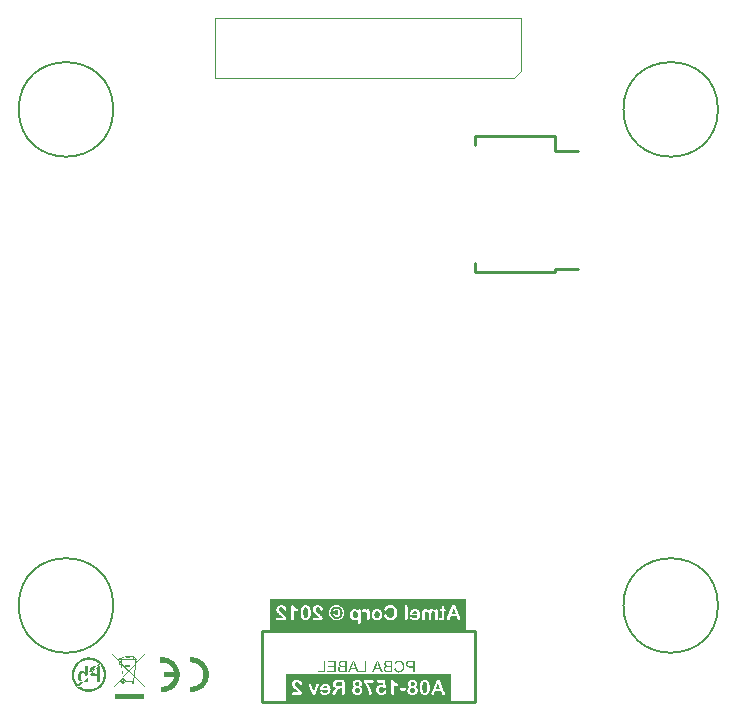
<source format=gbo>
%FSLAX43Y43*%
%MOMM*%
G71*
G01*
G75*
G04 Layer_Color=32896*
%ADD10R,1.500X1.350*%
%ADD11R,0.650X0.800*%
%ADD12R,0.762X0.762*%
%ADD13R,0.600X0.900*%
%ADD14R,1.200X1.200*%
%ADD15R,1.400X0.600*%
%ADD16R,0.400X0.400*%
%ADD17R,0.900X0.600*%
%ADD18R,2.250X1.000*%
%ADD19R,0.800X0.650*%
%ADD20C,0.200*%
%ADD21C,0.250*%
%ADD22C,1.800*%
%ADD23R,1.800X1.800*%
%ADD24C,2.000*%
%ADD25C,3.600*%
%ADD26C,0.550*%
%ADD27R,2.200X0.350*%
%ADD28C,0.800*%
%ADD29C,0.100*%
%ADD30C,0.254*%
%ADD31R,2.100X2.100*%
%ADD32R,1.700X1.550*%
%ADD33R,0.850X1.000*%
%ADD34R,0.962X0.962*%
%ADD35R,0.800X1.100*%
%ADD36R,1.400X1.400*%
%ADD37R,1.600X0.800*%
%ADD38R,0.600X0.600*%
%ADD39R,1.100X0.800*%
%ADD40R,2.450X1.200*%
%ADD41R,1.000X0.850*%
%ADD42C,2.000*%
%ADD43R,2.000X2.000*%
%ADD44C,2.200*%
%ADD45C,3.800*%
%ADD46R,2.400X0.550*%
%ADD47C,1.000*%
G36*
X11100Y4893D02*
X10300Y4030D01*
X10220Y3010D01*
X11073Y2140D01*
X11023Y2100D01*
X10214Y2926D01*
X10197Y2737D01*
X10194Y2683D01*
X10190Y2660D01*
Y2637D01*
Y2620D01*
Y2607D01*
Y2600D01*
Y2597D01*
Y2577D01*
X10187Y2560D01*
Y2547D01*
X10184Y2537D01*
X10180Y2530D01*
Y2527D01*
X10177Y2513D01*
X10174Y2500D01*
X10170Y2497D01*
X10167Y2493D01*
X10157Y2487D01*
X10154Y2483D01*
X10150D01*
Y2377D01*
X10010D01*
Y2483D01*
X9440D01*
X9414Y2447D01*
X9384Y2420D01*
X9350Y2400D01*
X9317Y2387D01*
X9290Y2380D01*
X9267Y2377D01*
X9250Y2373D01*
X9244D01*
X9210Y2377D01*
X9177Y2383D01*
X9151Y2393D01*
X9127Y2407D01*
X9107Y2417D01*
X9094Y2427D01*
X9084Y2433D01*
X9081Y2437D01*
X9057Y2463D01*
X9041Y2490D01*
X9027Y2520D01*
X9021Y2547D01*
X9014Y2567D01*
X9011Y2587D01*
Y2600D01*
Y2603D01*
Y2630D01*
X8511Y2090D01*
X8454Y2133D01*
X9190Y2930D01*
X9091Y3980D01*
X8897D01*
Y4259D01*
X8907D01*
X8294Y4886D01*
Y4986D01*
X9007Y4259D01*
X9067D01*
X9057Y4396D01*
X9037Y4386D01*
X9021Y4383D01*
X9007Y4379D01*
X9004D01*
X8971Y4383D01*
X8947Y4396D01*
X8931Y4406D01*
X8924Y4409D01*
X8904Y4436D01*
X8894Y4459D01*
X8891Y4479D01*
Y4483D01*
Y4486D01*
Y4503D01*
X8897Y4516D01*
X8907Y4539D01*
X8921Y4556D01*
X8924Y4563D01*
X8927D01*
X8954Y4583D01*
X8977Y4593D01*
X8997Y4596D01*
X9004D01*
X9024Y4593D01*
X9041Y4586D01*
X9067Y4569D01*
X9084Y4553D01*
X9091Y4549D01*
Y4546D01*
X9107Y4563D01*
X9124Y4579D01*
X9164Y4606D01*
X9180Y4619D01*
X9197Y4629D01*
X9207Y4633D01*
X9210Y4636D01*
X9244Y4653D01*
X9280Y4666D01*
X9324Y4679D01*
X9360Y4686D01*
X9397Y4693D01*
X9427Y4699D01*
X9447Y4703D01*
X9454D01*
Y4739D01*
X9840D01*
Y4716D01*
X9884Y4709D01*
X9920Y4706D01*
X9937Y4703D01*
X9947D01*
X9954Y4699D01*
X9957D01*
X9994Y4696D01*
X10024Y4689D01*
X10047Y4686D01*
X10054D01*
Y4699D01*
X10194D01*
Y4643D01*
X10230Y4623D01*
X10257Y4603D01*
X10280Y4586D01*
X10300Y4569D01*
X10310Y4556D01*
X10320Y4546D01*
X10327Y4539D01*
Y4536D01*
X10337Y4519D01*
X10344Y4506D01*
X10350Y4489D01*
X10357Y4483D01*
Y4479D01*
X10440D01*
Y4393D01*
X10334D01*
X10310Y4149D01*
X11100Y5006D01*
Y4893D01*
D02*
G37*
G36*
X32635Y4331D02*
X32679Y4324D01*
X32720Y4314D01*
X32738Y4309D01*
X32755Y4304D01*
X32771Y4298D01*
X32785Y4293D01*
X32796Y4287D01*
X32806Y4282D01*
X32814Y4279D01*
X32820Y4276D01*
X32824Y4275D01*
X32825Y4273D01*
X32844Y4262D01*
X32863Y4249D01*
X32896Y4221D01*
X32926Y4193D01*
X32948Y4166D01*
X32959Y4152D01*
X32967Y4140D01*
X32975Y4129D01*
X32980Y4120D01*
X32985Y4112D01*
X32989Y4106D01*
X32990Y4102D01*
X32992Y4101D01*
X33002Y4079D01*
X33011Y4056D01*
X33025Y4012D01*
X33035Y3967D01*
X33039Y3946D01*
X33041Y3925D01*
X33044Y3906D01*
X33046Y3890D01*
X33048Y3875D01*
Y3861D01*
X33049Y3851D01*
Y3842D01*
Y3837D01*
Y3835D01*
X33046Y3784D01*
X33041Y3735D01*
X33037Y3713D01*
X33032Y3692D01*
X33028Y3671D01*
X33023Y3652D01*
X33018Y3635D01*
X33014Y3619D01*
X33009Y3607D01*
X33006Y3595D01*
X33003Y3586D01*
X33001Y3579D01*
X32998Y3575D01*
Y3574D01*
X32988Y3552D01*
X32976Y3530D01*
X32965Y3511D01*
X32952Y3494D01*
X32940Y3476D01*
X32927Y3461D01*
X32915Y3447D01*
X32903Y3435D01*
X32891Y3424D01*
X32881Y3414D01*
X32871Y3406D01*
X32863Y3400D01*
X32856Y3393D01*
X32851Y3390D01*
X32848Y3388D01*
X32847Y3387D01*
X32828Y3376D01*
X32807Y3367D01*
X32786Y3358D01*
X32764Y3350D01*
X32721Y3339D01*
X32680Y3331D01*
X32661Y3329D01*
X32645Y3327D01*
X32628Y3326D01*
X32616Y3325D01*
X32604Y3323D01*
X32589D01*
X32561Y3325D01*
X32534Y3327D01*
X32509Y3331D01*
X32485Y3336D01*
X32462Y3343D01*
X32440Y3350D01*
X32421Y3357D01*
X32402Y3365D01*
X32387Y3373D01*
X32373Y3379D01*
X32360Y3387D01*
X32350Y3393D01*
X32341Y3398D01*
X32336Y3402D01*
X32333Y3405D01*
X32331Y3406D01*
X32312Y3423D01*
X32294Y3440D01*
X32278Y3459D01*
X32264Y3480D01*
X32250Y3500D01*
X32239Y3519D01*
X32227Y3539D01*
X32218Y3558D01*
X32209Y3577D01*
X32203Y3594D01*
X32197Y3609D01*
X32192Y3622D01*
X32189Y3633D01*
X32186Y3642D01*
X32184Y3647D01*
Y3649D01*
X32313Y3682D01*
X32320Y3659D01*
X32326Y3638D01*
X32334Y3619D01*
X32341Y3600D01*
X32350Y3584D01*
X32358Y3569D01*
X32367Y3555D01*
X32376Y3543D01*
X32383Y3532D01*
X32391Y3523D01*
X32399Y3514D01*
X32404Y3508D01*
X32409Y3503D01*
X32413Y3499D01*
X32415Y3497D01*
X32416Y3496D01*
X32430Y3485D01*
X32446Y3476D01*
X32461Y3467D01*
X32477Y3461D01*
X32508Y3449D01*
X32537Y3442D01*
X32550Y3439D01*
X32562Y3438D01*
X32573Y3437D01*
X32583Y3435D01*
X32590Y3434D01*
X32600D01*
X32633Y3437D01*
X32664Y3442D01*
X32692Y3448D01*
X32717Y3457D01*
X32738Y3466D01*
X32747Y3470D01*
X32753Y3472D01*
X32759Y3476D01*
X32763Y3477D01*
X32766Y3480D01*
X32767D01*
X32794Y3499D01*
X32816Y3520D01*
X32835Y3543D01*
X32852Y3566D01*
X32865Y3586D01*
X32868Y3595D01*
X32872Y3603D01*
X32876Y3609D01*
X32879Y3614D01*
X32880Y3617D01*
Y3618D01*
X32891Y3654D01*
X32900Y3692D01*
X32907Y3727D01*
X32910Y3762D01*
X32913Y3777D01*
Y3791D01*
X32914Y3804D01*
X32915Y3815D01*
Y3824D01*
Y3830D01*
Y3834D01*
Y3835D01*
X32914Y3871D01*
X32910Y3905D01*
X32905Y3937D01*
X32900Y3966D01*
X32898Y3978D01*
X32895Y3989D01*
X32893Y3999D01*
X32890Y4008D01*
X32887Y4014D01*
X32886Y4019D01*
X32885Y4022D01*
Y4023D01*
X32872Y4056D01*
X32856Y4084D01*
X32838Y4110D01*
X32820Y4130D01*
X32805Y4146D01*
X32792Y4158D01*
X32787Y4163D01*
X32783Y4166D01*
X32781Y4168D01*
X32780D01*
X32764Y4178D01*
X32749Y4186D01*
X32717Y4200D01*
X32686Y4210D01*
X32656Y4216D01*
X32642Y4218D01*
X32630Y4220D01*
X32618Y4221D01*
X32609D01*
X32602Y4223D01*
X32590D01*
X32555Y4220D01*
X32523Y4215D01*
X32495Y4207D01*
X32471Y4199D01*
X32452Y4188D01*
X32444Y4185D01*
X32438Y4181D01*
X32433Y4178D01*
X32429Y4176D01*
X32428Y4173D01*
X32426D01*
X32415Y4163D01*
X32404Y4153D01*
X32383Y4129D01*
X32367Y4103D01*
X32353Y4078D01*
X32341Y4055D01*
X32338Y4045D01*
X32334Y4036D01*
X32331Y4028D01*
X32329Y4023D01*
X32327Y4019D01*
Y4018D01*
X32200Y4049D01*
X32208Y4073D01*
X32218Y4097D01*
X32228Y4119D01*
X32240Y4139D01*
X32251Y4157D01*
X32263Y4174D01*
X32274Y4190D01*
X32286Y4204D01*
X32297Y4216D01*
X32307Y4228D01*
X32317Y4237D01*
X32325Y4244D01*
X32331Y4251D01*
X32338Y4254D01*
X32340Y4257D01*
X32341Y4258D01*
X32360Y4271D01*
X32381Y4284D01*
X32401Y4293D01*
X32421Y4301D01*
X32443Y4309D01*
X32463Y4315D01*
X32501Y4324D01*
X32519Y4327D01*
X32536Y4329D01*
X32551Y4331D01*
X32564Y4332D01*
X32574Y4333D01*
X32612D01*
X32635Y4331D01*
D02*
G37*
G36*
X33920Y3340D02*
X33790D01*
Y3736D01*
X33542D01*
X33505Y3738D01*
X33470Y3740D01*
X33439Y3744D01*
X33409Y3750D01*
X33384Y3757D01*
X33360Y3764D01*
X33340Y3772D01*
X33321Y3779D01*
X33305Y3787D01*
X33291Y3796D01*
X33280Y3802D01*
X33271Y3809D01*
X33265Y3815D01*
X33260Y3819D01*
X33257Y3821D01*
X33256Y3823D01*
X33242Y3839D01*
X33229Y3857D01*
X33219Y3875D01*
X33210Y3892D01*
X33201Y3910D01*
X33195Y3927D01*
X33186Y3961D01*
X33182Y3975D01*
X33180Y3989D01*
X33178Y4002D01*
X33177Y4013D01*
X33176Y4022D01*
Y4028D01*
Y4032D01*
Y4033D01*
X33177Y4060D01*
X33181Y4084D01*
X33186Y4107D01*
X33191Y4127D01*
X33196Y4144D01*
X33201Y4157D01*
X33204Y4160D01*
X33205Y4164D01*
X33206Y4166D01*
Y4167D01*
X33218Y4188D01*
X33230Y4207D01*
X33244Y4224D01*
X33257Y4237D01*
X33267Y4247D01*
X33277Y4254D01*
X33282Y4259D01*
X33285Y4261D01*
X33304Y4272D01*
X33324Y4282D01*
X33343Y4290D01*
X33362Y4296D01*
X33379Y4301D01*
X33393Y4304D01*
X33398Y4305D01*
X33401Y4306D01*
X33404D01*
X33425Y4310D01*
X33449Y4313D01*
X33474Y4314D01*
X33497Y4315D01*
X33519Y4317D01*
X33920D01*
Y3340D01*
D02*
G37*
G36*
X38300Y6912D02*
X21697D01*
Y9533D01*
X38300D01*
Y6912D01*
D02*
G37*
G36*
X15154Y4623D02*
X15260Y4609D01*
X15357Y4589D01*
X15400Y4579D01*
X15440Y4569D01*
X15477Y4556D01*
X15510Y4546D01*
X15540Y4536D01*
X15564Y4529D01*
X15584Y4519D01*
X15597Y4516D01*
X15607Y4509D01*
X15610D01*
X15707Y4463D01*
X15794Y4409D01*
X15873Y4359D01*
X15943Y4306D01*
X15973Y4283D01*
X16000Y4263D01*
X16020Y4243D01*
X16040Y4226D01*
X16057Y4213D01*
X16067Y4203D01*
X16073Y4196D01*
X16077Y4193D01*
X16147Y4116D01*
X16210Y4036D01*
X16263Y3956D01*
X16307Y3886D01*
X16343Y3823D01*
X16357Y3793D01*
X16370Y3769D01*
X16377Y3753D01*
X16383Y3739D01*
X16390Y3729D01*
Y3726D01*
X16427Y3626D01*
X16453Y3526D01*
X16473Y3430D01*
X16487Y3343D01*
X16490Y3303D01*
X16493Y3270D01*
X16497Y3236D01*
Y3210D01*
X16500Y3190D01*
Y3173D01*
Y3163D01*
Y3160D01*
X16497Y3050D01*
X16483Y2943D01*
X16467Y2846D01*
X16457Y2803D01*
X16443Y2760D01*
X16433Y2723D01*
X16423Y2690D01*
X16417Y2660D01*
X16407Y2636D01*
X16400Y2616D01*
X16393Y2603D01*
X16390Y2593D01*
Y2590D01*
X16343Y2493D01*
X16293Y2403D01*
X16240Y2323D01*
X16190Y2257D01*
X16167Y2227D01*
X16147Y2200D01*
X16127Y2177D01*
X16110Y2157D01*
X16097Y2140D01*
X16087Y2130D01*
X16080Y2123D01*
X16077Y2120D01*
X15997Y2047D01*
X15917Y1983D01*
X15840Y1930D01*
X15767Y1887D01*
X15704Y1850D01*
X15677Y1837D01*
X15654Y1823D01*
X15637Y1817D01*
X15620Y1810D01*
X15614Y1803D01*
X15610D01*
X15510Y1767D01*
X15410Y1740D01*
X15314Y1720D01*
X15227Y1707D01*
X15187Y1703D01*
X15150Y1700D01*
X15120Y1697D01*
X15094D01*
X15070Y1693D01*
X15010D01*
X14987Y1697D01*
X14934D01*
X14910Y1700D01*
X14890D01*
Y2150D01*
X14944Y2140D01*
X14967Y2137D01*
X14987D01*
X15004Y2133D01*
X15027D01*
X15107Y2137D01*
X15180Y2147D01*
X15250Y2160D01*
X15310Y2173D01*
X15360Y2187D01*
X15380Y2193D01*
X15397Y2200D01*
X15410Y2207D01*
X15420Y2210D01*
X15427Y2213D01*
X15430D01*
X15497Y2247D01*
X15557Y2280D01*
X15614Y2317D01*
X15660Y2353D01*
X15697Y2383D01*
X15727Y2406D01*
X15744Y2423D01*
X15750Y2430D01*
X15800Y2483D01*
X15840Y2540D01*
X15880Y2593D01*
X15910Y2646D01*
X15933Y2690D01*
X15953Y2726D01*
X15957Y2740D01*
X15963Y2750D01*
X15967Y2753D01*
Y2756D01*
X15993Y2826D01*
X16010Y2896D01*
X16023Y2963D01*
X16033Y3026D01*
X16040Y3076D01*
Y3100D01*
X16043Y3116D01*
Y3133D01*
Y3143D01*
Y3150D01*
Y3153D01*
X16040Y3233D01*
X16030Y3306D01*
X16020Y3373D01*
X16003Y3433D01*
X15990Y3480D01*
X15983Y3500D01*
X15980Y3516D01*
X15973Y3533D01*
X15970Y3543D01*
X15967Y3546D01*
Y3550D01*
X15933Y3616D01*
X15900Y3679D01*
X15863Y3736D01*
X15827Y3783D01*
X15797Y3823D01*
X15774Y3853D01*
X15757Y3869D01*
X15750Y3876D01*
X15697Y3926D01*
X15644Y3969D01*
X15587Y4006D01*
X15537Y4039D01*
X15494Y4063D01*
X15457Y4083D01*
X15444Y4089D01*
X15434Y4093D01*
X15430Y4096D01*
X15427D01*
X15354Y4123D01*
X15284Y4143D01*
X15217Y4156D01*
X15157Y4166D01*
X15104Y4173D01*
X15080D01*
X15064Y4176D01*
X14930D01*
X14910Y4173D01*
X14897Y4169D01*
X14890Y4166D01*
Y4613D01*
X14917Y4616D01*
X14944D01*
X14960Y4619D01*
X14967D01*
X14997Y4623D01*
X15020Y4626D01*
X15044D01*
X15154Y4623D01*
D02*
G37*
G36*
X6454Y4606D02*
X6557Y4593D01*
X6654Y4573D01*
X6697Y4563D01*
X6737Y4553D01*
X6774Y4539D01*
X6807Y4529D01*
X6837Y4519D01*
X6860Y4513D01*
X6880Y4503D01*
X6894Y4499D01*
X6904Y4493D01*
X6907D01*
X7004Y4446D01*
X7094Y4393D01*
X7173Y4343D01*
X7240Y4289D01*
X7270Y4266D01*
X7297Y4246D01*
X7320Y4226D01*
X7340Y4209D01*
X7357Y4196D01*
X7367Y4186D01*
X7373Y4179D01*
X7377Y4176D01*
X7447Y4099D01*
X7510Y4023D01*
X7563Y3943D01*
X7607Y3873D01*
X7643Y3809D01*
X7657Y3783D01*
X7670Y3759D01*
X7677Y3743D01*
X7683Y3729D01*
X7690Y3719D01*
Y3716D01*
X7727Y3616D01*
X7753Y3516D01*
X7773Y3423D01*
X7787Y3333D01*
X7790Y3296D01*
X7793Y3260D01*
X7797Y3230D01*
Y3200D01*
X7800Y3180D01*
Y3163D01*
Y3153D01*
Y3150D01*
X7797Y3040D01*
X7783Y2936D01*
X7767Y2840D01*
X7757Y2796D01*
X7743Y2756D01*
X7733Y2720D01*
X7723Y2686D01*
X7717Y2656D01*
X7707Y2633D01*
X7700Y2613D01*
X7693Y2600D01*
X7690Y2590D01*
Y2586D01*
X7643Y2490D01*
X7593Y2400D01*
X7540Y2320D01*
X7490Y2253D01*
X7467Y2223D01*
X7447Y2197D01*
X7427Y2173D01*
X7410Y2153D01*
X7397Y2137D01*
X7387Y2127D01*
X7380Y2120D01*
X7377Y2117D01*
X7297Y2047D01*
X7217Y1983D01*
X7140Y1930D01*
X7067Y1887D01*
X7004Y1850D01*
X6977Y1837D01*
X6954Y1823D01*
X6937Y1817D01*
X6920Y1810D01*
X6914Y1803D01*
X6910D01*
X6810Y1767D01*
X6710Y1740D01*
X6614Y1720D01*
X6527Y1707D01*
X6490Y1703D01*
X6454Y1700D01*
X6420Y1697D01*
X6394D01*
X6374Y1693D01*
X6344D01*
X6234Y1697D01*
X6130Y1710D01*
X6034Y1727D01*
X5990Y1737D01*
X5950Y1750D01*
X5914Y1760D01*
X5880Y1770D01*
X5851Y1777D01*
X5827Y1787D01*
X5807Y1793D01*
X5794Y1800D01*
X5784Y1803D01*
X5781D01*
X5684Y1850D01*
X5594Y1900D01*
X5514Y1953D01*
X5447Y2003D01*
X5417Y2027D01*
X5391Y2047D01*
X5367Y2067D01*
X5347Y2083D01*
X5334Y2097D01*
X5324Y2107D01*
X5317Y2113D01*
X5314Y2117D01*
X5244Y2197D01*
X5181Y2277D01*
X5127Y2353D01*
X5084Y2426D01*
X5047Y2490D01*
X5034Y2516D01*
X5021Y2540D01*
X5014Y2556D01*
X5007Y2573D01*
X5001Y2580D01*
Y2583D01*
X4961Y2683D01*
X4934Y2783D01*
X4914Y2880D01*
X4897Y2966D01*
X4894Y3003D01*
X4891Y3040D01*
X4887Y3073D01*
Y3100D01*
X4884Y3120D01*
Y3136D01*
Y3146D01*
Y3150D01*
X4887Y3260D01*
X4901Y3366D01*
X4921Y3463D01*
X4931Y3506D01*
X4941Y3546D01*
X4954Y3583D01*
X4964Y3616D01*
X4974Y3646D01*
X4981Y3669D01*
X4991Y3689D01*
X4994Y3703D01*
X5001Y3713D01*
Y3716D01*
X5047Y3813D01*
X5097Y3899D01*
X5151Y3976D01*
X5201Y4046D01*
X5224Y4073D01*
X5244Y4099D01*
X5264Y4123D01*
X5281Y4143D01*
X5294Y4156D01*
X5304Y4166D01*
X5311Y4173D01*
X5314Y4176D01*
X5391Y4246D01*
X5471Y4309D01*
X5547Y4363D01*
X5621Y4409D01*
X5684Y4446D01*
X5711Y4459D01*
X5734Y4473D01*
X5751Y4479D01*
X5764Y4486D01*
X5774Y4493D01*
X5777D01*
X5877Y4533D01*
X5977Y4559D01*
X6070Y4579D01*
X6160Y4596D01*
X6197Y4599D01*
X6234Y4603D01*
X6264Y4606D01*
X6294D01*
X6314Y4609D01*
X6344D01*
X6454Y4606D01*
D02*
G37*
G36*
X11003Y1110D02*
X8547D01*
Y1477D01*
X11003D01*
Y1110D01*
D02*
G37*
G36*
X28166Y3340D02*
X27795D01*
X27760Y3341D01*
X27730Y3343D01*
X27703Y3345D01*
X27680Y3348D01*
X27663Y3350D01*
X27655Y3351D01*
X27649Y3353D01*
X27644Y3354D01*
X27640Y3355D01*
X27637D01*
X27614Y3362D01*
X27593Y3369D01*
X27575Y3378D01*
X27560Y3386D01*
X27547Y3392D01*
X27538Y3398D01*
X27532Y3402D01*
X27531Y3404D01*
X27515Y3417D01*
X27501Y3431D01*
X27489Y3447D01*
X27479Y3462D01*
X27470Y3475D01*
X27463Y3485D01*
X27460Y3492D01*
X27458Y3495D01*
X27448Y3518D01*
X27442Y3539D01*
X27437Y3561D01*
X27433Y3580D01*
X27430Y3598D01*
X27429Y3611D01*
Y3616D01*
Y3619D01*
Y3621D01*
Y3622D01*
X27432Y3652D01*
X27437Y3680D01*
X27444Y3706D01*
X27453Y3727D01*
X27462Y3745D01*
X27470Y3758D01*
X27472Y3763D01*
X27475Y3767D01*
X27477Y3768D01*
Y3769D01*
X27496Y3791D01*
X27518Y3810D01*
X27541Y3825D01*
X27562Y3838D01*
X27583Y3848D01*
X27592Y3852D01*
X27598Y3854D01*
X27604Y3857D01*
X27609Y3858D01*
X27612Y3859D01*
X27613D01*
X27589Y3872D01*
X27569Y3887D01*
X27551Y3901D01*
X27536Y3915D01*
X27524Y3928D01*
X27517Y3938D01*
X27512Y3945D01*
X27510Y3947D01*
X27499Y3969D01*
X27490Y3989D01*
X27485Y4009D01*
X27480Y4028D01*
X27477Y4044D01*
X27476Y4056D01*
Y4060D01*
Y4064D01*
Y4065D01*
Y4066D01*
X27477Y4092D01*
X27482Y4115D01*
X27489Y4136D01*
X27495Y4155D01*
X27503Y4172D01*
X27509Y4185D01*
X27514Y4192D01*
X27515Y4193D01*
Y4195D01*
X27531Y4216D01*
X27548Y4235D01*
X27565Y4251D01*
X27583Y4263D01*
X27598Y4273D01*
X27609Y4281D01*
X27614Y4284D01*
X27618Y4285D01*
X27620Y4286D01*
X27621D01*
X27647Y4296D01*
X27677Y4304D01*
X27707Y4309D01*
X27735Y4313D01*
X27760Y4315D01*
X27772D01*
X27781Y4317D01*
X28166D01*
Y3340D01*
D02*
G37*
G36*
X27249D02*
X26521D01*
Y3456D01*
X27119D01*
Y3788D01*
X26581D01*
Y3904D01*
X27119D01*
Y4201D01*
X26544D01*
Y4317D01*
X27249D01*
Y3340D01*
D02*
G37*
G36*
X26347D02*
X25737D01*
Y3456D01*
X26217D01*
Y4317D01*
X26347D01*
Y3340D01*
D02*
G37*
G36*
X29177D02*
X29041D01*
X28934Y3636D01*
X28525D01*
X28412Y3340D01*
X28266D01*
X28663Y4317D01*
X28804D01*
X29177Y3340D01*
D02*
G37*
G36*
X32030D02*
X31659D01*
X31625Y3341D01*
X31595Y3343D01*
X31568Y3345D01*
X31545Y3348D01*
X31527Y3350D01*
X31520Y3351D01*
X31513Y3353D01*
X31508Y3354D01*
X31504Y3355D01*
X31502D01*
X31479Y3362D01*
X31457Y3369D01*
X31440Y3378D01*
X31424Y3386D01*
X31412Y3392D01*
X31403Y3398D01*
X31397Y3402D01*
X31395Y3404D01*
X31380Y3417D01*
X31366Y3431D01*
X31353Y3447D01*
X31343Y3462D01*
X31334Y3475D01*
X31328Y3485D01*
X31324Y3492D01*
X31323Y3495D01*
X31313Y3518D01*
X31306Y3539D01*
X31301Y3561D01*
X31297Y3580D01*
X31295Y3598D01*
X31294Y3611D01*
Y3616D01*
Y3619D01*
Y3621D01*
Y3622D01*
X31296Y3652D01*
X31301Y3680D01*
X31309Y3706D01*
X31318Y3727D01*
X31327Y3745D01*
X31334Y3758D01*
X31337Y3763D01*
X31339Y3767D01*
X31342Y3768D01*
Y3769D01*
X31361Y3791D01*
X31383Y3810D01*
X31405Y3825D01*
X31427Y3838D01*
X31447Y3848D01*
X31456Y3852D01*
X31463Y3854D01*
X31469Y3857D01*
X31474Y3858D01*
X31477Y3859D01*
X31478D01*
X31454Y3872D01*
X31433Y3887D01*
X31416Y3901D01*
X31400Y3915D01*
X31389Y3928D01*
X31381Y3938D01*
X31376Y3945D01*
X31375Y3947D01*
X31363Y3969D01*
X31355Y3989D01*
X31350Y4009D01*
X31344Y4028D01*
X31342Y4044D01*
X31341Y4056D01*
Y4060D01*
Y4064D01*
Y4065D01*
Y4066D01*
X31342Y4092D01*
X31347Y4115D01*
X31353Y4136D01*
X31360Y4155D01*
X31367Y4172D01*
X31374Y4185D01*
X31379Y4192D01*
X31380Y4193D01*
Y4195D01*
X31395Y4216D01*
X31413Y4235D01*
X31430Y4251D01*
X31447Y4263D01*
X31463Y4273D01*
X31474Y4281D01*
X31479Y4284D01*
X31483Y4285D01*
X31484Y4286D01*
X31485D01*
X31512Y4296D01*
X31541Y4304D01*
X31572Y4309D01*
X31600Y4313D01*
X31625Y4315D01*
X31637D01*
X31645Y4317D01*
X32030D01*
Y3340D01*
D02*
G37*
G36*
X31223D02*
X31087D01*
X30980Y3636D01*
X30571D01*
X30458Y3340D01*
X30312D01*
X30709Y4317D01*
X30850D01*
X31223Y3340D01*
D02*
G37*
G36*
X29833D02*
X29224D01*
Y3456D01*
X29704D01*
Y4317D01*
X29833D01*
Y3340D01*
D02*
G37*
G36*
X36979Y928D02*
X23021D01*
Y3208D01*
X36979D01*
Y928D01*
D02*
G37*
G36*
X12668Y4616D02*
X12774Y4603D01*
X12871Y4583D01*
X12914Y4573D01*
X12954Y4563D01*
X12994Y4553D01*
X13028Y4543D01*
X13058Y4533D01*
X13081Y4523D01*
X13101Y4516D01*
X13114Y4509D01*
X13124Y4506D01*
X13128D01*
X13224Y4459D01*
X13314Y4409D01*
X13391Y4356D01*
X13461Y4306D01*
X13491Y4283D01*
X13517Y4259D01*
X13541Y4239D01*
X13557Y4223D01*
X13574Y4209D01*
X13584Y4199D01*
X13591Y4193D01*
X13594Y4189D01*
X13664Y4113D01*
X13727Y4033D01*
X13781Y3953D01*
X13827Y3883D01*
X13861Y3819D01*
X13877Y3789D01*
X13887Y3766D01*
X13897Y3749D01*
X13904Y3736D01*
X13911Y3726D01*
Y3723D01*
X13951Y3623D01*
X13977Y3523D01*
X13997Y3426D01*
X14014Y3340D01*
X14017Y3300D01*
X14021Y3266D01*
X14024Y3233D01*
Y3206D01*
X14027Y3186D01*
Y3170D01*
Y3160D01*
Y3156D01*
X14024Y3046D01*
X14011Y2940D01*
X13991Y2843D01*
X13981Y2800D01*
X13971Y2756D01*
X13961Y2720D01*
X13951Y2686D01*
X13941Y2656D01*
X13931Y2633D01*
X13924Y2613D01*
X13917Y2600D01*
X13914Y2590D01*
Y2586D01*
X13867Y2490D01*
X13817Y2400D01*
X13767Y2320D01*
X13717Y2253D01*
X13694Y2223D01*
X13674Y2197D01*
X13654Y2173D01*
X13641Y2153D01*
X13627Y2137D01*
X13617Y2127D01*
X13611Y2120D01*
X13607Y2117D01*
X13531Y2047D01*
X13451Y1983D01*
X13374Y1930D01*
X13301Y1883D01*
X13238Y1847D01*
X13211Y1833D01*
X13188Y1820D01*
X13171Y1813D01*
X13158Y1807D01*
X13148Y1800D01*
X13144D01*
X13041Y1763D01*
X12941Y1733D01*
X12841Y1713D01*
X12754Y1700D01*
X12714Y1697D01*
X12678Y1693D01*
X12644Y1690D01*
X12618D01*
X12594Y1687D01*
X12538D01*
X12511Y1690D01*
X12491Y1693D01*
X12484D01*
X12454Y1697D01*
X12428D01*
X12411Y1700D01*
X12404D01*
Y2150D01*
X12458Y2140D01*
X12481Y2137D01*
X12504D01*
X12521Y2133D01*
X12544D01*
X12611Y2137D01*
X12678Y2143D01*
X12734Y2150D01*
X12788Y2163D01*
X12831Y2173D01*
X12864Y2180D01*
X12878Y2183D01*
X12888Y2187D01*
X12891Y2190D01*
X12894D01*
X12954Y2213D01*
X13011Y2240D01*
X13061Y2270D01*
X13108Y2297D01*
X13144Y2320D01*
X13171Y2340D01*
X13188Y2353D01*
X13194Y2356D01*
X13241Y2396D01*
X13284Y2440D01*
X13321Y2483D01*
X13354Y2523D01*
X13381Y2556D01*
X13401Y2583D01*
X13414Y2600D01*
X13417Y2606D01*
X13451Y2663D01*
X13477Y2720D01*
X13497Y2773D01*
X13514Y2823D01*
X13527Y2866D01*
X13537Y2900D01*
X13541Y2913D01*
Y2923D01*
X13544Y2926D01*
Y2930D01*
X12698Y2933D01*
Y3376D01*
X13541D01*
X13524Y3440D01*
X13504Y3496D01*
X13481Y3553D01*
X13461Y3600D01*
X13441Y3636D01*
X13424Y3666D01*
X13414Y3686D01*
X13411Y3693D01*
X13374Y3746D01*
X13337Y3793D01*
X13297Y3836D01*
X13264Y3876D01*
X13234Y3906D01*
X13208Y3926D01*
X13194Y3943D01*
X13188Y3946D01*
X13138Y3986D01*
X13088Y4019D01*
X13038Y4049D01*
X12991Y4073D01*
X12954Y4093D01*
X12921Y4106D01*
X12901Y4113D01*
X12898Y4116D01*
X12894D01*
X12831Y4136D01*
X12768Y4149D01*
X12711Y4163D01*
X12658Y4169D01*
X12611Y4173D01*
X12574Y4176D01*
X12518D01*
X12491Y4173D01*
X12474Y4169D01*
X12471Y4166D01*
X12468D01*
X12441Y4159D01*
X12418Y4156D01*
X12404Y4153D01*
X12398Y4149D01*
X12394Y4613D01*
X12424Y4616D01*
X12478D01*
X12508Y4619D01*
X12554D01*
X12668Y4616D01*
D02*
G37*
%LPC*%
G36*
X26348Y2366D02*
X26335D01*
X26325Y2365D01*
X26313D01*
X26300Y2363D01*
X26268Y2360D01*
X26232Y2351D01*
X26193Y2341D01*
X26155Y2328D01*
X26117Y2308D01*
X26115D01*
X26112Y2305D01*
X26107Y2303D01*
X26100Y2298D01*
X26083Y2285D01*
X26062Y2268D01*
X26039Y2248D01*
X26015Y2223D01*
X25992Y2193D01*
X25972Y2161D01*
Y2160D01*
X25970Y2158D01*
X25967Y2153D01*
X25964Y2146D01*
X25957Y2128D01*
X25947Y2105D01*
X25939Y2077D01*
X25930Y2047D01*
X25925Y2013D01*
X25924Y1978D01*
Y1977D01*
Y1975D01*
Y1965D01*
X25927Y1950D01*
X25930Y1932D01*
X25935Y1913D01*
X25945Y1895D01*
X25957Y1878D01*
X25974Y1867D01*
X25975Y1865D01*
X25982Y1863D01*
X25994Y1858D01*
X26010Y1855D01*
X26030Y1850D01*
X26054Y1845D01*
X26082Y1843D01*
X26114Y1842D01*
X26563D01*
Y1840D01*
Y1838D01*
Y1828D01*
X26562Y1813D01*
X26560Y1795D01*
X26557Y1772D01*
X26550Y1748D01*
X26543Y1725D01*
X26533Y1702D01*
X26532Y1698D01*
X26528Y1692D01*
X26520Y1682D01*
X26512Y1668D01*
X26500Y1653D01*
X26485Y1638D01*
X26470Y1625D01*
X26452Y1612D01*
X26450Y1610D01*
X26443Y1607D01*
X26432Y1602D01*
X26418Y1597D01*
X26402Y1592D01*
X26382Y1587D01*
X26362Y1583D01*
X26338Y1582D01*
X26323D01*
X26313Y1583D01*
X26288Y1585D01*
X26263Y1590D01*
X26262D01*
X26257Y1592D01*
X26250Y1595D01*
X26242Y1598D01*
X26220Y1607D01*
X26197Y1620D01*
X26195Y1622D01*
X26192Y1623D01*
X26185Y1628D01*
X26177Y1633D01*
X26157Y1648D01*
X26137Y1665D01*
X26135Y1667D01*
X26132Y1670D01*
X26127Y1675D01*
X26118Y1683D01*
X26108Y1692D01*
X26095Y1703D01*
X26082Y1715D01*
X26067Y1730D01*
X26064Y1732D01*
X26054Y1738D01*
X26039Y1743D01*
X26017Y1745D01*
X26010D01*
X26005Y1743D01*
X25997D01*
X25979Y1737D01*
X25969Y1732D01*
X25960Y1725D01*
X25959D01*
X25957Y1722D01*
X25954Y1717D01*
X25949Y1712D01*
X25944Y1703D01*
X25940Y1693D01*
X25939Y1683D01*
X25937Y1670D01*
Y1668D01*
Y1665D01*
X25939Y1658D01*
X25940Y1650D01*
X25944Y1638D01*
X25947Y1627D01*
X25954Y1612D01*
X25962Y1597D01*
X25964Y1595D01*
X25967Y1590D01*
X25972Y1582D01*
X25980Y1572D01*
X25992Y1558D01*
X26004Y1545D01*
X26019Y1532D01*
X26037Y1517D01*
X26039Y1515D01*
X26045Y1510D01*
X26057Y1503D01*
X26070Y1495D01*
X26088Y1485D01*
X26108Y1473D01*
X26133Y1463D01*
X26160Y1453D01*
X26163Y1452D01*
X26173Y1450D01*
X26188Y1445D01*
X26210Y1442D01*
X26235Y1437D01*
X26263Y1432D01*
X26297Y1430D01*
X26332Y1428D01*
X26342D01*
X26353Y1430D01*
X26368D01*
X26387Y1432D01*
X26408Y1435D01*
X26432Y1438D01*
X26458Y1443D01*
X26485Y1450D01*
X26513Y1458D01*
X26542Y1468D01*
X26570Y1482D01*
X26598Y1495D01*
X26627Y1512D01*
X26652Y1532D01*
X26677Y1553D01*
X26678Y1555D01*
X26682Y1560D01*
X26688Y1567D01*
X26697Y1577D01*
X26705Y1590D01*
X26715Y1605D01*
X26727Y1623D01*
X26738Y1643D01*
X26750Y1667D01*
X26762Y1693D01*
X26772Y1722D01*
X26780Y1752D01*
X26788Y1785D01*
X26795Y1822D01*
X26798Y1858D01*
X26800Y1898D01*
Y1900D01*
Y1903D01*
Y1908D01*
Y1915D01*
X26798Y1925D01*
Y1935D01*
X26797Y1960D01*
X26793Y1988D01*
X26787Y2020D01*
X26780Y2053D01*
X26770Y2086D01*
Y2088D01*
X26768Y2090D01*
X26767Y2095D01*
X26765Y2102D01*
X26757Y2118D01*
X26748Y2138D01*
X26735Y2161D01*
X26720Y2186D01*
X26702Y2213D01*
X26682Y2236D01*
X26678Y2240D01*
X26672Y2246D01*
X26658Y2258D01*
X26642Y2273D01*
X26622Y2288D01*
X26597Y2305D01*
X26568Y2320D01*
X26538Y2333D01*
X26537D01*
X26535Y2335D01*
X26530Y2336D01*
X26523Y2338D01*
X26505Y2343D01*
X26482Y2350D01*
X26453Y2356D01*
X26422Y2361D01*
X26387Y2365D01*
X26348Y2366D01*
D02*
G37*
G36*
X34776Y2696D02*
X34761D01*
X34745Y2695D01*
X34723Y2693D01*
X34698Y2690D01*
X34673Y2685D01*
X34645Y2678D01*
X34618Y2668D01*
X34616D01*
X34615Y2666D01*
X34606Y2663D01*
X34593Y2656D01*
X34575Y2646D01*
X34556Y2635D01*
X34535Y2621D01*
X34513Y2605D01*
X34493Y2585D01*
X34491Y2583D01*
X34485Y2575D01*
X34475Y2563D01*
X34461Y2548D01*
X34448Y2528D01*
X34433Y2505D01*
X34418Y2478D01*
X34403Y2450D01*
Y2448D01*
X34400Y2443D01*
X34396Y2435D01*
X34393Y2425D01*
X34388Y2410D01*
X34383Y2391D01*
X34376Y2371D01*
X34370Y2348D01*
X34365Y2321D01*
X34358Y2291D01*
X34353Y2260D01*
X34348Y2225D01*
X34345Y2186D01*
X34341Y2145D01*
X34338Y2102D01*
Y2055D01*
Y2053D01*
Y2048D01*
Y2042D01*
Y2032D01*
Y2020D01*
X34340Y2007D01*
Y1990D01*
Y1973D01*
X34343Y1937D01*
X34346Y1897D01*
X34350Y1855D01*
X34356Y1817D01*
Y1815D01*
Y1812D01*
X34358Y1807D01*
X34360Y1800D01*
X34365Y1782D01*
X34370Y1757D01*
X34378Y1730D01*
X34390Y1700D01*
X34403Y1668D01*
X34418Y1637D01*
Y1635D01*
X34421Y1632D01*
X34425Y1627D01*
X34428Y1620D01*
X34441Y1602D01*
X34458Y1580D01*
X34480Y1555D01*
X34506Y1530D01*
X34535Y1505D01*
X34568Y1483D01*
X34570D01*
X34571Y1482D01*
X34576Y1478D01*
X34583Y1475D01*
X34593Y1472D01*
X34603Y1467D01*
X34626Y1457D01*
X34656Y1447D01*
X34691Y1438D01*
X34730Y1432D01*
X34770Y1430D01*
X34781D01*
X34791Y1432D01*
X34801D01*
X34815Y1433D01*
X34846Y1438D01*
X34881Y1448D01*
X34920Y1460D01*
X34960Y1478D01*
X34978Y1488D01*
X34998Y1502D01*
X35000Y1503D01*
X35003Y1505D01*
X35008Y1510D01*
X35015Y1515D01*
X35033Y1532D01*
X35055Y1555D01*
X35080Y1583D01*
X35106Y1618D01*
X35130Y1658D01*
X35151Y1703D01*
X35153Y1707D01*
X35156Y1715D01*
X35160Y1730D01*
X35166Y1748D01*
X35173Y1772D01*
X35178Y1798D01*
X35185Y1827D01*
X35190Y1858D01*
Y1860D01*
Y1862D01*
X35191Y1867D01*
Y1873D01*
X35193Y1890D01*
X35194Y1913D01*
X35198Y1940D01*
X35200Y1972D01*
X35201Y2005D01*
Y2042D01*
Y2043D01*
Y2047D01*
Y2053D01*
Y2063D01*
Y2075D01*
Y2086D01*
X35200Y2118D01*
X35198Y2153D01*
X35196Y2191D01*
X35193Y2231D01*
X35188Y2270D01*
Y2271D01*
Y2275D01*
X35186Y2280D01*
X35185Y2286D01*
X35183Y2306D01*
X35178Y2331D01*
X35171Y2358D01*
X35165Y2388D01*
X35156Y2418D01*
X35146Y2446D01*
Y2448D01*
X35145Y2451D01*
X35141Y2458D01*
X35136Y2466D01*
X35131Y2476D01*
X35125Y2488D01*
X35110Y2515D01*
X35090Y2545D01*
X35065Y2576D01*
X35035Y2605D01*
X35001Y2631D01*
X35000D01*
X34996Y2635D01*
X34991Y2638D01*
X34985Y2641D01*
X34975Y2646D01*
X34965Y2651D01*
X34951Y2658D01*
X34938Y2665D01*
X34905Y2676D01*
X34866Y2686D01*
X34823Y2693D01*
X34776Y2696D01*
D02*
G37*
G36*
X25694Y2365D02*
X25684D01*
X25675Y2363D01*
X25662Y2361D01*
X25650Y2356D01*
X25637Y2351D01*
X25625Y2343D01*
X25615Y2331D01*
X25614Y2330D01*
X25612Y2325D01*
X25607Y2316D01*
X25600Y2305D01*
X25594Y2290D01*
X25585Y2270D01*
X25577Y2246D01*
X25567Y2220D01*
X25380Y1698D01*
X25180Y2243D01*
X25179Y2246D01*
X25177Y2255D01*
X25172Y2266D01*
X25165Y2280D01*
X25152Y2311D01*
X25144Y2325D01*
X25135Y2336D01*
X25134Y2338D01*
X25130Y2341D01*
X25125Y2345D01*
X25117Y2351D01*
X25109Y2356D01*
X25095Y2360D01*
X25082Y2363D01*
X25065Y2365D01*
X25057D01*
X25049Y2363D01*
X25039Y2361D01*
X25027Y2358D01*
X25015Y2351D01*
X25002Y2345D01*
X24990Y2335D01*
X24989Y2333D01*
X24985Y2330D01*
X24980Y2323D01*
X24974Y2315D01*
X24969Y2305D01*
X24964Y2293D01*
X24960Y2280D01*
X24959Y2266D01*
Y2263D01*
Y2256D01*
X24962Y2245D01*
X24965Y2230D01*
Y2228D01*
X24967Y2226D01*
X24969Y2218D01*
X24974Y2205D01*
X24979Y2191D01*
X24980Y2188D01*
X24984Y2180D01*
X24987Y2168D01*
X24994Y2151D01*
X25215Y1603D01*
Y1602D01*
X25217Y1600D01*
X25219Y1593D01*
X25222Y1587D01*
X25225Y1578D01*
X25229Y1568D01*
X25239Y1543D01*
Y1542D01*
X25242Y1538D01*
X25244Y1532D01*
X25249Y1523D01*
X25259Y1503D01*
X25272Y1482D01*
Y1480D01*
X25275Y1478D01*
X25284Y1468D01*
X25299Y1455D01*
X25317Y1443D01*
X25319D01*
X25322Y1442D01*
X25327Y1438D01*
X25335Y1437D01*
X25344Y1433D01*
X25355Y1430D01*
X25380Y1428D01*
X25389D01*
X25397Y1430D01*
X25409Y1432D01*
X25435Y1438D01*
X25449Y1443D01*
X25460Y1450D01*
X25462Y1452D01*
X25465Y1453D01*
X25475Y1465D01*
X25490Y1480D01*
X25502Y1498D01*
Y1500D01*
X25505Y1503D01*
X25509Y1512D01*
X25512Y1522D01*
X25519Y1535D01*
X25527Y1553D01*
X25537Y1577D01*
X25549Y1603D01*
X25769Y2146D01*
Y2148D01*
X25770Y2150D01*
X25774Y2160D01*
X25777Y2171D01*
X25784Y2186D01*
Y2188D01*
X25785Y2190D01*
X25789Y2200D01*
X25792Y2213D01*
X25797Y2228D01*
Y2230D01*
Y2231D01*
X25799Y2241D01*
X25800Y2253D01*
X25802Y2265D01*
Y2266D01*
Y2268D01*
X25800Y2280D01*
X25797Y2295D01*
X25789Y2311D01*
Y2313D01*
X25785Y2315D01*
X25779Y2325D01*
X25765Y2338D01*
X25749Y2350D01*
X25747D01*
X25744Y2351D01*
X25739Y2355D01*
X25732Y2358D01*
X25715Y2363D01*
X25694Y2365D01*
D02*
G37*
G36*
X33075Y2002D02*
X32798D01*
X32787Y2000D01*
X32773Y1998D01*
X32758Y1995D01*
X32742Y1990D01*
X32728Y1983D01*
X32715Y1973D01*
X32713Y1972D01*
X32710Y1968D01*
X32705Y1962D01*
X32698Y1953D01*
X32693Y1943D01*
X32688Y1930D01*
X32685Y1915D01*
X32683Y1898D01*
Y1897D01*
Y1892D01*
X32685Y1883D01*
X32687Y1872D01*
X32692Y1860D01*
X32697Y1848D01*
X32705Y1837D01*
X32715Y1825D01*
X32717Y1823D01*
X32720Y1822D01*
X32728Y1817D01*
X32738Y1812D01*
X32752Y1807D01*
X32767Y1803D01*
X32787Y1800D01*
X32808Y1798D01*
X33085D01*
X33097Y1800D01*
X33110Y1802D01*
X33125Y1805D01*
X33140Y1810D01*
X33155Y1817D01*
X33168Y1825D01*
X33170Y1827D01*
X33173Y1830D01*
X33178Y1837D01*
X33183Y1845D01*
X33188Y1855D01*
X33193Y1868D01*
X33197Y1882D01*
X33198Y1898D01*
Y1900D01*
Y1907D01*
X33197Y1915D01*
X33195Y1925D01*
X33192Y1937D01*
X33185Y1950D01*
X33178Y1962D01*
X33168Y1973D01*
X33167Y1975D01*
X33163Y1978D01*
X33155Y1982D01*
X33145Y1988D01*
X33132Y1993D01*
X33117Y1997D01*
X33097Y2000D01*
X33075Y2002D01*
D02*
G37*
G36*
X10197Y4556D02*
X10194D01*
Y4479D01*
X10270D01*
X10267Y4486D01*
X10264Y4496D01*
X10260Y4503D01*
X10257Y4506D01*
X10240Y4523D01*
X10220Y4539D01*
X10200Y4553D01*
X10197Y4556D01*
D02*
G37*
G36*
X33753Y2696D02*
X33737D01*
X33718Y2695D01*
X33693Y2693D01*
X33667Y2690D01*
X33637Y2685D01*
X33607Y2678D01*
X33578Y2670D01*
X33577D01*
X33575Y2668D01*
X33565Y2665D01*
X33552Y2658D01*
X33533Y2651D01*
X33513Y2640D01*
X33492Y2628D01*
X33472Y2613D01*
X33452Y2596D01*
X33450Y2595D01*
X33443Y2588D01*
X33433Y2580D01*
X33423Y2566D01*
X33410Y2551D01*
X33397Y2533D01*
X33385Y2515D01*
X33375Y2493D01*
X33373Y2490D01*
X33372Y2483D01*
X33367Y2471D01*
X33362Y2456D01*
X33358Y2438D01*
X33353Y2416D01*
X33352Y2393D01*
X33350Y2370D01*
Y2368D01*
Y2366D01*
Y2356D01*
X33352Y2340D01*
X33355Y2321D01*
X33360Y2298D01*
X33368Y2273D01*
X33378Y2248D01*
X33393Y2223D01*
X33395Y2220D01*
X33402Y2213D01*
X33412Y2200D01*
X33425Y2185D01*
X33443Y2168D01*
X33465Y2151D01*
X33490Y2133D01*
X33520Y2116D01*
X33518D01*
X33517Y2115D01*
X33508Y2112D01*
X33495Y2105D01*
X33478Y2096D01*
X33460Y2086D01*
X33440Y2073D01*
X33420Y2060D01*
X33402Y2043D01*
X33400Y2042D01*
X33393Y2035D01*
X33385Y2027D01*
X33375Y2013D01*
X33363Y1998D01*
X33352Y1980D01*
X33340Y1960D01*
X33330Y1938D01*
X33328Y1935D01*
X33327Y1928D01*
X33322Y1915D01*
X33317Y1900D01*
X33313Y1880D01*
X33308Y1858D01*
X33307Y1833D01*
X33305Y1807D01*
Y1805D01*
Y1802D01*
Y1797D01*
Y1788D01*
X33307Y1780D01*
X33308Y1768D01*
X33312Y1743D01*
X33318Y1713D01*
X33327Y1680D01*
X33340Y1647D01*
X33357Y1613D01*
Y1612D01*
X33358Y1610D01*
X33367Y1598D01*
X33378Y1583D01*
X33395Y1563D01*
X33417Y1542D01*
X33442Y1520D01*
X33473Y1498D01*
X33508Y1478D01*
X33510D01*
X33513Y1477D01*
X33518Y1473D01*
X33527Y1472D01*
X33535Y1467D01*
X33547Y1463D01*
X33560Y1458D01*
X33575Y1455D01*
X33610Y1445D01*
X33650Y1438D01*
X33695Y1432D01*
X33743Y1430D01*
X33767D01*
X33778Y1432D01*
X33793Y1433D01*
X33808D01*
X33825Y1437D01*
X33863Y1442D01*
X33903Y1450D01*
X33945Y1462D01*
X33983Y1478D01*
X33985D01*
X33988Y1480D01*
X33993Y1483D01*
X34000Y1487D01*
X34018Y1498D01*
X34040Y1513D01*
X34063Y1532D01*
X34088Y1555D01*
X34111Y1582D01*
X34133Y1612D01*
Y1613D01*
X34135Y1615D01*
X34138Y1620D01*
X34141Y1627D01*
X34148Y1645D01*
X34158Y1668D01*
X34166Y1697D01*
X34175Y1730D01*
X34181Y1767D01*
X34183Y1805D01*
Y1808D01*
Y1815D01*
X34181Y1827D01*
X34180Y1842D01*
X34176Y1860D01*
X34171Y1882D01*
X34165Y1905D01*
X34156Y1928D01*
X34145Y1955D01*
X34131Y1980D01*
X34113Y2007D01*
X34093Y2032D01*
X34068Y2057D01*
X34040Y2078D01*
X34006Y2100D01*
X33970Y2116D01*
X33971Y2118D01*
X33976Y2120D01*
X33986Y2125D01*
X33996Y2131D01*
X34010Y2141D01*
X34025Y2151D01*
X34040Y2165D01*
X34056Y2180D01*
X34073Y2196D01*
X34088Y2215D01*
X34103Y2236D01*
X34116Y2260D01*
X34126Y2285D01*
X34135Y2311D01*
X34141Y2341D01*
X34143Y2373D01*
Y2375D01*
Y2376D01*
Y2381D01*
Y2388D01*
X34140Y2403D01*
X34136Y2425D01*
X34131Y2448D01*
X34123Y2475D01*
X34111Y2503D01*
X34096Y2531D01*
Y2533D01*
X34095Y2535D01*
X34088Y2543D01*
X34076Y2558D01*
X34061Y2575D01*
X34043Y2593D01*
X34020Y2613D01*
X33993Y2633D01*
X33961Y2651D01*
X33960D01*
X33958Y2653D01*
X33953Y2656D01*
X33946Y2658D01*
X33936Y2661D01*
X33926Y2666D01*
X33902Y2675D01*
X33872Y2681D01*
X33837Y2690D01*
X33797Y2695D01*
X33753Y2696D01*
D02*
G37*
G36*
X27831Y2686D02*
X27395D01*
X27375Y2685D01*
X27352D01*
X27328Y2683D01*
X27303Y2681D01*
X27280Y2678D01*
X27277D01*
X27270Y2676D01*
X27258Y2675D01*
X27243Y2671D01*
X27228Y2668D01*
X27210Y2663D01*
X27173Y2650D01*
X27170Y2648D01*
X27163Y2645D01*
X27152Y2640D01*
X27138Y2631D01*
X27122Y2621D01*
X27105Y2610D01*
X27087Y2595D01*
X27070Y2578D01*
X27068Y2576D01*
X27063Y2570D01*
X27055Y2561D01*
X27045Y2548D01*
X27033Y2533D01*
X27022Y2515D01*
X27012Y2495D01*
X27002Y2473D01*
X27000Y2470D01*
X26998Y2463D01*
X26995Y2450D01*
X26990Y2435D01*
X26985Y2415D01*
X26982Y2393D01*
X26980Y2370D01*
X26978Y2345D01*
Y2343D01*
Y2338D01*
Y2331D01*
X26980Y2321D01*
Y2310D01*
X26982Y2296D01*
X26988Y2265D01*
X26997Y2230D01*
X27012Y2193D01*
X27030Y2156D01*
X27043Y2140D01*
X27057Y2123D01*
X27058Y2121D01*
X27060Y2120D01*
X27065Y2115D01*
X27072Y2110D01*
X27080Y2103D01*
X27090Y2095D01*
X27102Y2086D01*
X27115Y2078D01*
X27132Y2068D01*
X27148Y2058D01*
X27168Y2050D01*
X27190Y2040D01*
X27213Y2030D01*
X27238Y2022D01*
X27265Y2013D01*
X27293Y2007D01*
X27290Y2005D01*
X27282Y2000D01*
X27268Y1992D01*
X27252Y1980D01*
X27233Y1965D01*
X27212Y1948D01*
X27190Y1927D01*
X27167Y1902D01*
X27163Y1898D01*
X27157Y1890D01*
X27145Y1877D01*
X27130Y1858D01*
X27113Y1837D01*
X27095Y1812D01*
X27077Y1783D01*
X27058Y1755D01*
Y1753D01*
X27057Y1752D01*
X27050Y1742D01*
X27042Y1727D01*
X27030Y1708D01*
X27018Y1687D01*
X27007Y1662D01*
X26993Y1638D01*
X26983Y1613D01*
X26982Y1610D01*
X26978Y1603D01*
X26975Y1593D01*
X26970Y1580D01*
X26960Y1552D01*
X26958Y1538D01*
X26957Y1528D01*
Y1527D01*
Y1523D01*
Y1518D01*
X26958Y1513D01*
X26963Y1497D01*
X26973Y1478D01*
Y1477D01*
X26977Y1475D01*
X26983Y1465D01*
X26997Y1453D01*
X27015Y1442D01*
X27017D01*
X27020Y1440D01*
X27025Y1438D01*
X27033Y1435D01*
X27042Y1433D01*
X27053Y1430D01*
X27078Y1428D01*
X27085D01*
X27093Y1430D01*
X27103Y1432D01*
X27125Y1437D01*
X27137Y1442D01*
X27148Y1448D01*
X27150Y1450D01*
X27153Y1452D01*
X27158Y1455D01*
X27165Y1462D01*
X27182Y1477D01*
X27198Y1497D01*
X27200Y1498D01*
X27202Y1503D01*
X27207Y1510D01*
X27213Y1520D01*
X27220Y1533D01*
X27230Y1548D01*
X27242Y1567D01*
X27253Y1587D01*
X27353Y1753D01*
Y1755D01*
X27355Y1757D01*
X27358Y1762D01*
X27363Y1768D01*
X27373Y1785D01*
X27386Y1807D01*
X27402Y1828D01*
X27418Y1852D01*
X27435Y1873D01*
X27451Y1893D01*
X27453Y1895D01*
X27458Y1902D01*
X27466Y1910D01*
X27478Y1920D01*
X27491Y1932D01*
X27505Y1942D01*
X27521Y1952D01*
X27538Y1960D01*
X27540Y1962D01*
X27546Y1963D01*
X27555Y1967D01*
X27568Y1970D01*
X27585Y1973D01*
X27603Y1975D01*
X27625Y1978D01*
X27735D01*
Y1580D01*
Y1578D01*
Y1577D01*
Y1567D01*
X27736Y1553D01*
X27740Y1537D01*
X27743Y1518D01*
X27750Y1498D01*
X27758Y1480D01*
X27770Y1465D01*
X27771Y1463D01*
X27776Y1460D01*
X27783Y1453D01*
X27795Y1447D01*
X27806Y1440D01*
X27823Y1433D01*
X27840Y1430D01*
X27860Y1428D01*
X27870D01*
X27880Y1430D01*
X27893Y1433D01*
X27908Y1438D01*
X27925Y1445D01*
X27940Y1453D01*
X27953Y1467D01*
X27955Y1468D01*
X27958Y1473D01*
X27963Y1483D01*
X27968Y1495D01*
X27975Y1512D01*
X27980Y1530D01*
X27983Y1553D01*
X27985Y1580D01*
Y2531D01*
Y2533D01*
Y2535D01*
Y2545D01*
X27983Y2560D01*
X27980Y2576D01*
X27976Y2596D01*
X27970Y2616D01*
X27961Y2635D01*
X27950Y2650D01*
X27948Y2651D01*
X27943Y2655D01*
X27933Y2661D01*
X27921Y2668D01*
X27905Y2675D01*
X27885Y2681D01*
X27860Y2685D01*
X27831Y2686D01*
D02*
G37*
G36*
X9860Y4636D02*
X9840D01*
Y4556D01*
X9454D01*
Y4629D01*
X9417Y4623D01*
X9384Y4616D01*
X9357Y4609D01*
X9330Y4603D01*
X9314Y4599D01*
X9297Y4593D01*
X9290Y4589D01*
X9287D01*
X9244Y4573D01*
X9214Y4556D01*
X9197Y4546D01*
X9190Y4543D01*
X9170Y4529D01*
X9157Y4516D01*
X9151Y4506D01*
X9147Y4503D01*
X9137Y4493D01*
X9134Y4486D01*
X9130Y4479D01*
X10050D01*
Y4606D01*
X10017Y4613D01*
X9984Y4619D01*
X9947Y4626D01*
X9914Y4629D01*
X9887Y4633D01*
X9860Y4636D01*
D02*
G37*
G36*
X30357Y2675D02*
X29759D01*
X29744Y2673D01*
X29728Y2671D01*
X29708Y2668D01*
X29688Y2663D01*
X29669Y2656D01*
X29654Y2648D01*
X29653Y2646D01*
X29649Y2643D01*
X29643Y2636D01*
X29636Y2628D01*
X29629Y2616D01*
X29623Y2603D01*
X29619Y2585D01*
X29618Y2565D01*
Y2563D01*
Y2558D01*
X29619Y2551D01*
X29623Y2540D01*
X29628Y2526D01*
X29636Y2511D01*
X29646Y2491D01*
X29661Y2471D01*
X29663Y2468D01*
X29669Y2461D01*
X29678Y2450D01*
X29689Y2433D01*
X29704Y2415D01*
X29721Y2391D01*
X29739Y2368D01*
X29759Y2341D01*
X29761Y2338D01*
X29769Y2328D01*
X29779Y2313D01*
X29793Y2293D01*
X29809Y2268D01*
X29829Y2238D01*
X29849Y2205D01*
X29871Y2166D01*
Y2165D01*
X29873Y2161D01*
X29876Y2156D01*
X29881Y2148D01*
X29886Y2138D01*
X29891Y2126D01*
X29898Y2112D01*
X29906Y2096D01*
X29913Y2078D01*
X29921Y2058D01*
X29939Y2015D01*
X29958Y1967D01*
X29976Y1912D01*
Y1908D01*
X29979Y1900D01*
X29983Y1888D01*
X29987Y1873D01*
X29991Y1855D01*
X29996Y1837D01*
X30001Y1818D01*
X30004Y1802D01*
Y1800D01*
X30006Y1793D01*
X30007Y1785D01*
X30009Y1772D01*
X30013Y1755D01*
X30016Y1735D01*
X30019Y1712D01*
X30024Y1687D01*
Y1683D01*
X30026Y1675D01*
X30027Y1663D01*
X30029Y1647D01*
X30032Y1630D01*
X30036Y1612D01*
X30037Y1595D01*
X30041Y1580D01*
Y1578D01*
Y1577D01*
X30044Y1567D01*
X30049Y1552D01*
X30054Y1533D01*
X30071Y1495D01*
X30081Y1477D01*
X30092Y1462D01*
X30094Y1460D01*
X30097Y1457D01*
X30106Y1452D01*
X30114Y1445D01*
X30127Y1438D01*
X30141Y1433D01*
X30159Y1430D01*
X30177Y1428D01*
X30186D01*
X30196Y1430D01*
X30207Y1433D01*
X30221Y1437D01*
X30234Y1443D01*
X30247Y1452D01*
X30261Y1463D01*
X30262Y1465D01*
X30266Y1470D01*
X30271Y1478D01*
X30276Y1490D01*
X30282Y1505D01*
X30287Y1523D01*
X30291Y1545D01*
X30292Y1570D01*
Y1573D01*
Y1580D01*
X30291Y1592D01*
X30289Y1608D01*
X30287Y1628D01*
X30282Y1653D01*
X30277Y1683D01*
X30269Y1715D01*
Y1717D01*
X30267Y1720D01*
X30266Y1725D01*
X30264Y1732D01*
X30262Y1740D01*
X30259Y1752D01*
X30256Y1763D01*
X30251Y1778D01*
X30241Y1810D01*
X30227Y1848D01*
X30212Y1892D01*
X30194Y1938D01*
Y1940D01*
X30192Y1945D01*
X30189Y1952D01*
X30184Y1960D01*
X30179Y1973D01*
X30174Y1987D01*
X30167Y2003D01*
X30159Y2020D01*
X30141Y2060D01*
X30117Y2105D01*
X30092Y2153D01*
X30066Y2203D01*
X30064Y2205D01*
X30062Y2210D01*
X30057Y2216D01*
X30052Y2226D01*
X30044Y2240D01*
X30036Y2253D01*
X30026Y2270D01*
X30014Y2288D01*
X29987Y2330D01*
X29956Y2376D01*
X29921Y2425D01*
X29883Y2476D01*
X30346D01*
X30357Y2478D01*
X30374Y2480D01*
X30391Y2483D01*
X30407Y2486D01*
X30424Y2493D01*
X30439Y2501D01*
X30441Y2503D01*
X30444Y2506D01*
X30451Y2513D01*
X30456Y2521D01*
X30462Y2531D01*
X30469Y2546D01*
X30472Y2561D01*
X30474Y2581D01*
Y2585D01*
Y2591D01*
X30472Y2601D01*
X30469Y2613D01*
X30466Y2625D01*
X30459Y2638D01*
X30449Y2648D01*
X30437Y2656D01*
X30436Y2658D01*
X30431Y2660D01*
X30422Y2663D01*
X30411Y2666D01*
X30396Y2670D01*
X30379Y2671D01*
X30357Y2675D01*
D02*
G37*
G36*
X29073Y2696D02*
X29056D01*
X29038Y2695D01*
X29013Y2693D01*
X28986Y2690D01*
X28956Y2685D01*
X28926Y2678D01*
X28898Y2670D01*
X28896D01*
X28894Y2668D01*
X28884Y2665D01*
X28871Y2658D01*
X28853Y2651D01*
X28833Y2640D01*
X28811Y2628D01*
X28791Y2613D01*
X28771Y2596D01*
X28769Y2595D01*
X28763Y2588D01*
X28753Y2580D01*
X28743Y2566D01*
X28729Y2551D01*
X28716Y2533D01*
X28705Y2515D01*
X28694Y2493D01*
X28693Y2490D01*
X28691Y2483D01*
X28686Y2471D01*
X28681Y2456D01*
X28678Y2438D01*
X28673Y2416D01*
X28671Y2393D01*
X28670Y2370D01*
Y2368D01*
Y2366D01*
Y2356D01*
X28671Y2340D01*
X28675Y2321D01*
X28680Y2298D01*
X28688Y2273D01*
X28698Y2248D01*
X28713Y2223D01*
X28715Y2220D01*
X28721Y2213D01*
X28731Y2200D01*
X28744Y2185D01*
X28763Y2168D01*
X28784Y2151D01*
X28809Y2133D01*
X28839Y2116D01*
X28838D01*
X28836Y2115D01*
X28828Y2112D01*
X28814Y2105D01*
X28798Y2096D01*
X28779Y2086D01*
X28759Y2073D01*
X28739Y2060D01*
X28721Y2043D01*
X28719Y2042D01*
X28713Y2035D01*
X28705Y2027D01*
X28694Y2013D01*
X28683Y1998D01*
X28671Y1980D01*
X28660Y1960D01*
X28650Y1938D01*
X28648Y1935D01*
X28646Y1928D01*
X28641Y1915D01*
X28636Y1900D01*
X28633Y1880D01*
X28628Y1858D01*
X28626Y1833D01*
X28625Y1807D01*
Y1805D01*
Y1802D01*
Y1797D01*
Y1788D01*
X28626Y1780D01*
X28628Y1768D01*
X28631Y1743D01*
X28638Y1713D01*
X28646Y1680D01*
X28660Y1647D01*
X28676Y1613D01*
Y1612D01*
X28678Y1610D01*
X28686Y1598D01*
X28698Y1583D01*
X28715Y1563D01*
X28736Y1542D01*
X28761Y1520D01*
X28793Y1498D01*
X28828Y1478D01*
X28829D01*
X28833Y1477D01*
X28838Y1473D01*
X28846Y1472D01*
X28854Y1467D01*
X28866Y1463D01*
X28879Y1458D01*
X28894Y1455D01*
X28929Y1445D01*
X28969Y1438D01*
X29014Y1432D01*
X29063Y1430D01*
X29086D01*
X29098Y1432D01*
X29113Y1433D01*
X29128D01*
X29144Y1437D01*
X29183Y1442D01*
X29223Y1450D01*
X29264Y1462D01*
X29303Y1478D01*
X29304D01*
X29308Y1480D01*
X29313Y1483D01*
X29319Y1487D01*
X29338Y1498D01*
X29359Y1513D01*
X29383Y1532D01*
X29408Y1555D01*
X29431Y1582D01*
X29453Y1612D01*
Y1613D01*
X29454Y1615D01*
X29458Y1620D01*
X29461Y1627D01*
X29468Y1645D01*
X29478Y1668D01*
X29486Y1697D01*
X29494Y1730D01*
X29501Y1767D01*
X29503Y1805D01*
Y1808D01*
Y1815D01*
X29501Y1827D01*
X29499Y1842D01*
X29496Y1860D01*
X29491Y1882D01*
X29484Y1905D01*
X29476Y1928D01*
X29464Y1955D01*
X29451Y1980D01*
X29433Y2007D01*
X29413Y2032D01*
X29388Y2057D01*
X29359Y2078D01*
X29326Y2100D01*
X29289Y2116D01*
X29291Y2118D01*
X29296Y2120D01*
X29306Y2125D01*
X29316Y2131D01*
X29329Y2141D01*
X29344Y2151D01*
X29359Y2165D01*
X29376Y2180D01*
X29393Y2196D01*
X29408Y2215D01*
X29423Y2236D01*
X29436Y2260D01*
X29446Y2285D01*
X29454Y2311D01*
X29461Y2341D01*
X29463Y2373D01*
Y2375D01*
Y2376D01*
Y2381D01*
Y2388D01*
X29459Y2403D01*
X29456Y2425D01*
X29451Y2448D01*
X29443Y2475D01*
X29431Y2503D01*
X29416Y2531D01*
Y2533D01*
X29414Y2535D01*
X29408Y2543D01*
X29396Y2558D01*
X29381Y2575D01*
X29363Y2593D01*
X29339Y2613D01*
X29313Y2633D01*
X29281Y2651D01*
X29279D01*
X29278Y2653D01*
X29273Y2656D01*
X29266Y2658D01*
X29256Y2661D01*
X29246Y2666D01*
X29221Y2675D01*
X29191Y2681D01*
X29156Y2690D01*
X29116Y2695D01*
X29073Y2696D01*
D02*
G37*
G36*
X35931Y2708D02*
X35904D01*
X35894Y2706D01*
X35881D01*
X35853Y2700D01*
X35838Y2695D01*
X35824Y2688D01*
X35823Y2686D01*
X35818Y2685D01*
X35813Y2680D01*
X35804Y2675D01*
X35786Y2658D01*
X35768Y2636D01*
X35766Y2635D01*
X35764Y2631D01*
X35759Y2625D01*
X35754Y2616D01*
X35749Y2606D01*
X35744Y2595D01*
X35733Y2568D01*
Y2566D01*
X35729Y2561D01*
X35726Y2553D01*
X35723Y2543D01*
X35716Y2530D01*
X35709Y2513D01*
X35703Y2495D01*
X35694Y2473D01*
X35371Y1675D01*
Y1673D01*
X35369Y1672D01*
X35368Y1667D01*
X35364Y1660D01*
X35359Y1643D01*
X35351Y1623D01*
X35344Y1602D01*
X35339Y1580D01*
X35334Y1560D01*
X35333Y1542D01*
Y1540D01*
Y1535D01*
X35334Y1527D01*
X35338Y1517D01*
X35341Y1505D01*
X35348Y1492D01*
X35358Y1477D01*
X35369Y1463D01*
X35371Y1462D01*
X35376Y1458D01*
X35383Y1452D01*
X35393Y1447D01*
X35406Y1440D01*
X35421Y1433D01*
X35438Y1430D01*
X35456Y1428D01*
X35466D01*
X35474Y1430D01*
X35491Y1433D01*
X35508Y1440D01*
X35509D01*
X35511Y1442D01*
X35519Y1447D01*
X35531Y1455D01*
X35543Y1467D01*
Y1468D01*
X35544Y1470D01*
X35548Y1475D01*
X35551Y1480D01*
X35556Y1488D01*
X35561Y1498D01*
X35566Y1508D01*
X35573Y1522D01*
Y1523D01*
X35576Y1528D01*
X35579Y1535D01*
X35583Y1545D01*
X35591Y1567D01*
X35601Y1588D01*
X35659Y1745D01*
X36163D01*
X36221Y1585D01*
Y1583D01*
X36223Y1582D01*
X36224Y1577D01*
X36226Y1570D01*
X36233Y1555D01*
X36241Y1535D01*
X36251Y1515D01*
X36261Y1493D01*
X36271Y1475D01*
X36281Y1460D01*
X36283Y1458D01*
X36286Y1455D01*
X36291Y1450D01*
X36299Y1445D01*
X36311Y1438D01*
X36324Y1433D01*
X36341Y1430D01*
X36361Y1428D01*
X36369D01*
X36378Y1430D01*
X36389Y1433D01*
X36401Y1437D01*
X36416Y1442D01*
X36431Y1450D01*
X36444Y1462D01*
X36446Y1463D01*
X36449Y1468D01*
X36456Y1475D01*
X36461Y1485D01*
X36468Y1497D01*
X36474Y1510D01*
X36478Y1525D01*
X36479Y1540D01*
Y1542D01*
Y1545D01*
Y1550D01*
X36478Y1557D01*
X36476Y1573D01*
X36471Y1593D01*
Y1595D01*
X36469Y1598D01*
X36468Y1605D01*
X36464Y1613D01*
X36461Y1623D01*
X36456Y1637D01*
X36451Y1652D01*
X36444Y1668D01*
X36128Y2471D01*
Y2473D01*
X36126Y2478D01*
X36123Y2485D01*
X36119Y2495D01*
X36114Y2506D01*
X36109Y2521D01*
X36103Y2538D01*
X36096Y2555D01*
X36094Y2556D01*
X36093Y2563D01*
X36088Y2571D01*
X36083Y2583D01*
X36069Y2610D01*
X36054Y2635D01*
X36053Y2636D01*
X36051Y2640D01*
X36046Y2646D01*
X36039Y2655D01*
X36021Y2671D01*
X35998Y2688D01*
X35996Y2690D01*
X35991Y2691D01*
X35984Y2695D01*
X35974Y2698D01*
X35961Y2701D01*
X35948Y2705D01*
X35931Y2708D01*
D02*
G37*
G36*
X7273Y4166D02*
X7184Y4077D01*
X7233Y4033D01*
X7237Y4029D01*
X7240Y4026D01*
X7250Y4016D01*
X7260Y4003D01*
X7269Y3991D01*
X7357Y4079D01*
X7273Y4166D01*
D02*
G37*
G36*
X31279Y2676D02*
X30822D01*
X30814Y2675D01*
X30792Y2671D01*
X30767Y2663D01*
X30744Y2651D01*
X30732Y2643D01*
X30722Y2633D01*
X30714Y2621D01*
X30707Y2608D01*
X30704Y2593D01*
X30702Y2575D01*
Y2573D01*
Y2568D01*
X30704Y2560D01*
X30706Y2550D01*
X30711Y2538D01*
X30716Y2526D01*
X30724Y2515D01*
X30736Y2505D01*
X30737Y2503D01*
X30742Y2501D01*
X30749Y2496D01*
X30759Y2491D01*
X30772Y2486D01*
X30789Y2483D01*
X30807Y2480D01*
X30829Y2478D01*
X31231D01*
X31277Y2205D01*
X31276D01*
X31272Y2208D01*
X31266Y2211D01*
X31257Y2215D01*
X31247Y2220D01*
X31234Y2225D01*
X31206Y2238D01*
X31172Y2250D01*
X31134Y2260D01*
X31096Y2266D01*
X31057Y2270D01*
X31044D01*
X31027Y2268D01*
X31007Y2266D01*
X30984Y2261D01*
X30959Y2256D01*
X30932Y2248D01*
X30906Y2238D01*
X30902Y2236D01*
X30894Y2233D01*
X30881Y2226D01*
X30864Y2216D01*
X30844Y2205D01*
X30824Y2190D01*
X30802Y2173D01*
X30782Y2155D01*
X30781Y2153D01*
X30774Y2145D01*
X30764Y2135D01*
X30752Y2118D01*
X30739Y2100D01*
X30724Y2078D01*
X30711Y2053D01*
X30699Y2027D01*
X30697Y2023D01*
X30694Y2013D01*
X30689Y1998D01*
X30682Y1980D01*
X30677Y1957D01*
X30672Y1930D01*
X30669Y1900D01*
X30667Y1870D01*
Y1868D01*
Y1865D01*
Y1858D01*
Y1850D01*
X30669Y1838D01*
X30671Y1825D01*
X30674Y1795D01*
X30681Y1762D01*
X30691Y1723D01*
X30704Y1683D01*
X30722Y1645D01*
Y1643D01*
X30726Y1640D01*
X30727Y1635D01*
X30732Y1628D01*
X30746Y1610D01*
X30762Y1588D01*
X30786Y1562D01*
X30812Y1537D01*
X30844Y1510D01*
X30881Y1487D01*
X30882D01*
X30886Y1485D01*
X30891Y1482D01*
X30899Y1478D01*
X30909Y1473D01*
X30921Y1468D01*
X30934Y1463D01*
X30949Y1458D01*
X30984Y1447D01*
X31024Y1438D01*
X31071Y1432D01*
X31119Y1428D01*
X31134D01*
X31144Y1430D01*
X31157D01*
X31172Y1432D01*
X31189Y1433D01*
X31207Y1435D01*
X31246Y1442D01*
X31287Y1452D01*
X31327Y1465D01*
X31365Y1483D01*
X31367D01*
X31369Y1487D01*
X31374Y1488D01*
X31380Y1493D01*
X31397Y1505D01*
X31417Y1520D01*
X31439Y1538D01*
X31460Y1560D01*
X31482Y1583D01*
X31499Y1610D01*
Y1612D01*
X31500Y1613D01*
X31505Y1622D01*
X31510Y1637D01*
X31517Y1653D01*
X31525Y1673D01*
X31530Y1695D01*
X31535Y1717D01*
X31537Y1738D01*
Y1740D01*
Y1743D01*
X31535Y1750D01*
X31534Y1758D01*
X31530Y1767D01*
X31525Y1778D01*
X31519Y1788D01*
X31510Y1800D01*
X31509Y1802D01*
X31505Y1805D01*
X31499Y1810D01*
X31490Y1815D01*
X31480Y1820D01*
X31469Y1825D01*
X31455Y1828D01*
X31440Y1830D01*
X31437D01*
X31429Y1828D01*
X31417Y1825D01*
X31400Y1820D01*
X31384Y1810D01*
X31367Y1795D01*
X31359Y1787D01*
X31350Y1775D01*
X31342Y1763D01*
X31335Y1748D01*
X31334Y1745D01*
X31329Y1737D01*
X31322Y1722D01*
X31312Y1705D01*
X31299Y1687D01*
X31284Y1668D01*
X31266Y1648D01*
X31246Y1632D01*
X31242Y1630D01*
X31236Y1625D01*
X31224Y1618D01*
X31207Y1612D01*
X31189Y1603D01*
X31166Y1597D01*
X31142Y1592D01*
X31116Y1590D01*
X31104D01*
X31092Y1592D01*
X31077Y1595D01*
X31059Y1598D01*
X31041Y1603D01*
X31021Y1612D01*
X31002Y1623D01*
X31001Y1625D01*
X30994Y1630D01*
X30986Y1637D01*
X30974Y1647D01*
X30962Y1660D01*
X30949Y1677D01*
X30937Y1695D01*
X30926Y1715D01*
X30924Y1718D01*
X30921Y1725D01*
X30917Y1738D01*
X30912Y1755D01*
X30907Y1775D01*
X30902Y1797D01*
X30901Y1823D01*
X30899Y1850D01*
Y1852D01*
Y1853D01*
Y1863D01*
X30901Y1878D01*
X30902Y1898D01*
X30906Y1920D01*
X30912Y1943D01*
X30919Y1967D01*
X30929Y1988D01*
X30931Y1992D01*
X30934Y1998D01*
X30941Y2008D01*
X30949Y2022D01*
X30961Y2035D01*
X30974Y2050D01*
X30989Y2063D01*
X31006Y2075D01*
X31007Y2077D01*
X31014Y2080D01*
X31024Y2083D01*
X31037Y2090D01*
X31052Y2095D01*
X31071Y2098D01*
X31091Y2102D01*
X31112Y2103D01*
X31124D01*
X31137Y2102D01*
X31152D01*
X31187Y2095D01*
X31204Y2092D01*
X31217Y2085D01*
X31219D01*
X31222Y2082D01*
X31231Y2077D01*
X31239Y2070D01*
X31252Y2062D01*
X31267Y2050D01*
X31286Y2037D01*
X31306Y2022D01*
X31309Y2020D01*
X31316Y2015D01*
X31325Y2008D01*
X31339Y2000D01*
X31355Y1992D01*
X31370Y1985D01*
X31387Y1980D01*
X31402Y1978D01*
X31409D01*
X31417Y1980D01*
X31427Y1982D01*
X31439Y1985D01*
X31450Y1992D01*
X31464Y1998D01*
X31477Y2008D01*
X31479Y2010D01*
X31482Y2013D01*
X31487Y2020D01*
X31492Y2028D01*
X31499Y2038D01*
X31504Y2050D01*
X31507Y2063D01*
X31509Y2077D01*
Y2078D01*
Y2080D01*
X31507Y2085D01*
Y2092D01*
X31504Y2102D01*
X31502Y2115D01*
X31499Y2133D01*
X31427Y2536D01*
Y2538D01*
Y2540D01*
X31425Y2548D01*
X31422Y2561D01*
X31417Y2578D01*
X31412Y2595D01*
X31404Y2613D01*
X31395Y2630D01*
X31384Y2643D01*
X31382Y2645D01*
X31377Y2648D01*
X31370Y2653D01*
X31359Y2660D01*
X31344Y2666D01*
X31325Y2671D01*
X31304Y2675D01*
X31279Y2676D01*
D02*
G37*
G36*
X9247Y2730D02*
X9224D01*
X9207Y2723D01*
X9177Y2710D01*
X9160Y2697D01*
X9154Y2693D01*
Y2690D01*
X9141Y2677D01*
X9134Y2660D01*
X9121Y2633D01*
X9117Y2613D01*
Y2607D01*
Y2603D01*
Y2583D01*
X9124Y2567D01*
X9134Y2540D01*
X9147Y2520D01*
X9151Y2517D01*
X9154Y2513D01*
X9167Y2500D01*
X9184Y2493D01*
X9210Y2480D01*
X9230Y2477D01*
X9240D01*
X9260Y2480D01*
X9277Y2483D01*
X9304Y2497D01*
X9324Y2507D01*
X9327Y2513D01*
X9330D01*
X9344Y2527D01*
X9350Y2543D01*
X9364Y2573D01*
Y2583D01*
X9367Y2593D01*
Y2600D01*
Y2603D01*
X9364Y2620D01*
X9360Y2637D01*
X9347Y2667D01*
X9337Y2683D01*
X9330Y2690D01*
X9314Y2703D01*
X9300Y2713D01*
X9270Y2727D01*
X9247Y2730D01*
D02*
G37*
G36*
X23961Y2695D02*
X23939D01*
X23927Y2693D01*
X23914D01*
X23884Y2690D01*
X23849Y2685D01*
X23812Y2676D01*
X23776Y2666D01*
X23741Y2653D01*
X23737Y2651D01*
X23731Y2648D01*
X23719Y2641D01*
X23706Y2633D01*
X23689Y2623D01*
X23671Y2610D01*
X23652Y2595D01*
X23636Y2578D01*
X23634Y2576D01*
X23629Y2570D01*
X23621Y2560D01*
X23611Y2546D01*
X23599Y2531D01*
X23587Y2513D01*
X23576Y2491D01*
X23566Y2470D01*
X23564Y2466D01*
X23562Y2460D01*
X23557Y2446D01*
X23552Y2431D01*
X23549Y2411D01*
X23544Y2390D01*
X23542Y2366D01*
X23541Y2341D01*
Y2340D01*
Y2336D01*
Y2331D01*
Y2323D01*
X23542Y2315D01*
X23544Y2303D01*
X23547Y2278D01*
X23554Y2248D01*
X23562Y2216D01*
X23576Y2183D01*
X23594Y2150D01*
Y2148D01*
X23596Y2146D01*
X23602Y2136D01*
X23614Y2120D01*
X23627Y2102D01*
X23642Y2080D01*
X23661Y2058D01*
X23681Y2037D01*
X23701Y2017D01*
X23702Y2015D01*
X23711Y2008D01*
X23724Y1997D01*
X23742Y1980D01*
X23767Y1958D01*
X23799Y1932D01*
X23837Y1900D01*
X23857Y1882D01*
X23881Y1863D01*
X23882Y1862D01*
X23886Y1858D01*
X23892Y1853D01*
X23901Y1847D01*
X23911Y1838D01*
X23922Y1828D01*
X23949Y1805D01*
X23979Y1778D01*
X24007Y1752D01*
X24032Y1725D01*
X24044Y1713D01*
X24054Y1702D01*
X24056Y1700D01*
X24057Y1698D01*
X24062Y1693D01*
X24067Y1687D01*
X24081Y1670D01*
X24096Y1648D01*
X23644D01*
X23632Y1647D01*
X23617Y1645D01*
X23602Y1642D01*
X23586Y1637D01*
X23569Y1630D01*
X23556Y1620D01*
X23554Y1618D01*
X23551Y1615D01*
X23544Y1610D01*
X23537Y1602D01*
X23532Y1592D01*
X23526Y1578D01*
X23522Y1565D01*
X23521Y1548D01*
Y1547D01*
Y1542D01*
X23522Y1533D01*
X23524Y1523D01*
X23527Y1513D01*
X23532Y1502D01*
X23539Y1490D01*
X23549Y1478D01*
X23551Y1477D01*
X23554Y1473D01*
X23561Y1470D01*
X23569Y1465D01*
X23581Y1458D01*
X23594Y1455D01*
X23611Y1452D01*
X23631Y1450D01*
X24262D01*
X24274Y1452D01*
X24289Y1455D01*
X24304Y1458D01*
X24321Y1463D01*
X24337Y1472D01*
X24352Y1483D01*
X24354Y1485D01*
X24357Y1490D01*
X24364Y1497D01*
X24369Y1507D01*
X24376Y1518D01*
X24382Y1533D01*
X24386Y1550D01*
X24387Y1567D01*
Y1568D01*
Y1572D01*
X24386Y1578D01*
X24384Y1588D01*
X24382Y1600D01*
X24377Y1613D01*
X24372Y1628D01*
X24364Y1647D01*
X24362Y1648D01*
X24361Y1655D01*
X24356Y1663D01*
X24349Y1675D01*
X24332Y1702D01*
X24324Y1713D01*
X24314Y1725D01*
X24312Y1727D01*
X24309Y1730D01*
X24302Y1737D01*
X24296Y1745D01*
X24286Y1755D01*
X24274Y1767D01*
X24247Y1793D01*
X24216Y1825D01*
X24182Y1858D01*
X24147Y1893D01*
X24112Y1925D01*
X24111Y1927D01*
X24109Y1928D01*
X24104Y1933D01*
X24097Y1938D01*
X24081Y1953D01*
X24062Y1970D01*
X24041Y1988D01*
X24019Y2007D01*
X23999Y2023D01*
X23982Y2035D01*
X23979Y2037D01*
X23971Y2043D01*
X23959Y2053D01*
X23942Y2065D01*
X23924Y2080D01*
X23906Y2096D01*
X23886Y2113D01*
X23867Y2131D01*
X23866Y2133D01*
X23859Y2140D01*
X23851Y2150D01*
X23841Y2163D01*
X23829Y2178D01*
X23817Y2195D01*
X23807Y2215D01*
X23797Y2233D01*
X23796Y2235D01*
X23794Y2243D01*
X23789Y2253D01*
X23784Y2266D01*
X23781Y2281D01*
X23776Y2300D01*
X23774Y2318D01*
X23772Y2336D01*
Y2338D01*
Y2345D01*
X23774Y2355D01*
X23776Y2368D01*
X23779Y2383D01*
X23784Y2400D01*
X23791Y2415D01*
X23799Y2431D01*
X23801Y2433D01*
X23804Y2438D01*
X23809Y2446D01*
X23817Y2456D01*
X23827Y2466D01*
X23839Y2478D01*
X23852Y2488D01*
X23869Y2498D01*
X23871Y2500D01*
X23877Y2501D01*
X23886Y2506D01*
X23897Y2511D01*
X23912Y2515D01*
X23929Y2520D01*
X23947Y2521D01*
X23966Y2523D01*
X23976D01*
X23984Y2521D01*
X24004Y2518D01*
X24029Y2511D01*
X24056Y2500D01*
X24071Y2491D01*
X24086Y2481D01*
X24099Y2470D01*
X24114Y2458D01*
X24127Y2441D01*
X24139Y2425D01*
X24141Y2421D01*
X24142Y2418D01*
X24146Y2411D01*
X24149Y2403D01*
X24154Y2391D01*
X24161Y2376D01*
X24167Y2356D01*
X24169Y2355D01*
X24171Y2346D01*
X24176Y2336D01*
X24181Y2325D01*
X24194Y2295D01*
X24204Y2281D01*
X24212Y2268D01*
X24214Y2266D01*
X24217Y2263D01*
X24222Y2258D01*
X24231Y2253D01*
X24241Y2248D01*
X24254Y2243D01*
X24269Y2240D01*
X24286Y2238D01*
X24292D01*
X24301Y2240D01*
X24311Y2241D01*
X24321Y2245D01*
X24332Y2250D01*
X24344Y2256D01*
X24356Y2266D01*
X24357Y2268D01*
X24361Y2271D01*
X24364Y2278D01*
X24369Y2286D01*
X24376Y2298D01*
X24379Y2311D01*
X24382Y2326D01*
X24384Y2343D01*
Y2346D01*
Y2353D01*
X24382Y2365D01*
X24381Y2380D01*
X24377Y2398D01*
X24372Y2420D01*
X24366Y2441D01*
X24357Y2465D01*
X24356Y2468D01*
X24352Y2475D01*
X24346Y2488D01*
X24337Y2503D01*
X24326Y2520D01*
X24312Y2540D01*
X24297Y2558D01*
X24279Y2578D01*
X24277Y2580D01*
X24269Y2586D01*
X24259Y2596D01*
X24242Y2608D01*
X24224Y2621D01*
X24202Y2635D01*
X24176Y2648D01*
X24147Y2661D01*
X24146D01*
X24144Y2663D01*
X24139Y2665D01*
X24132Y2666D01*
X24116Y2671D01*
X24094Y2678D01*
X24067Y2685D01*
X24034Y2690D01*
X23999Y2693D01*
X23961Y2695D01*
D02*
G37*
G36*
X6390Y4403D02*
X6347D01*
X6250Y4399D01*
X6160Y4386D01*
X6077Y4373D01*
X6004Y4353D01*
X5974Y4343D01*
X5944Y4336D01*
X5917Y4326D01*
X5897Y4319D01*
X5880Y4313D01*
X5867Y4306D01*
X5860Y4303D01*
X5857D01*
X5774Y4263D01*
X5697Y4219D01*
X5627Y4173D01*
X5571Y4129D01*
X5521Y4093D01*
X5487Y4059D01*
X5474Y4049D01*
X5464Y4039D01*
X5461Y4036D01*
X5457Y4033D01*
X5397Y3966D01*
X5344Y3899D01*
X5301Y3833D01*
X5261Y3769D01*
X5231Y3716D01*
X5217Y3693D01*
X5207Y3673D01*
X5201Y3656D01*
X5194Y3643D01*
X5191Y3636D01*
Y3633D01*
X5157Y3546D01*
X5134Y3463D01*
X5114Y3380D01*
X5104Y3306D01*
X5097Y3273D01*
Y3243D01*
X5094Y3216D01*
X5091Y3193D01*
Y3176D01*
Y3160D01*
Y3153D01*
Y3150D01*
X5094Y3053D01*
X5107Y2963D01*
X5121Y2880D01*
X5141Y2806D01*
X5151Y2776D01*
X5157Y2746D01*
X5167Y2720D01*
X5174Y2700D01*
X5181Y2683D01*
X5187Y2670D01*
X5191Y2663D01*
Y2660D01*
X5231Y2576D01*
X5274Y2500D01*
X5317Y2433D01*
X5361Y2373D01*
X5401Y2327D01*
X5414Y2307D01*
X5327Y2220D01*
X5414Y2130D01*
X5502Y2218D01*
X5457Y2260D01*
X5454Y2263D01*
X5451Y2267D01*
X5441Y2277D01*
X5431Y2290D01*
X5414Y2307D01*
X5628Y2521D01*
X5601Y2540D01*
X5571Y2566D01*
X5547Y2590D01*
X5534Y2603D01*
X5531Y2610D01*
X5497Y2663D01*
X5471Y2726D01*
X5454Y2790D01*
X5441Y2853D01*
X5434Y2906D01*
X5431Y2930D01*
X5427Y2953D01*
Y2970D01*
Y2983D01*
Y2990D01*
Y2993D01*
X5431Y3080D01*
X5444Y3156D01*
X5457Y3220D01*
X5477Y3273D01*
X5494Y3313D01*
X5511Y3343D01*
X5524Y3360D01*
X5527Y3366D01*
X5564Y3410D01*
X5607Y3443D01*
X5647Y3466D01*
X5687Y3480D01*
X5721Y3490D01*
X5747Y3493D01*
X5767Y3496D01*
X5801D01*
X5824Y3493D01*
X5870Y3476D01*
X5914Y3453D01*
X5947Y3430D01*
X5977Y3403D01*
X5997Y3383D01*
X6014Y3366D01*
X6017Y3360D01*
Y3846D01*
X6234D01*
Y3126D01*
X6015Y2908D01*
X6014Y2890D01*
X6004Y2850D01*
X5994Y2813D01*
X5980Y2780D01*
X5977Y2776D01*
X5970Y2763D01*
X5960Y2746D01*
X5944Y2726D01*
X5920Y2710D01*
X5894Y2693D01*
X5864Y2683D01*
X5817D01*
X5804Y2686D01*
X5797Y2689D01*
X6015Y2908D01*
X6017Y2926D01*
X6020Y2960D01*
X6024Y2986D01*
Y3006D01*
Y3013D01*
X6020Y3063D01*
X6014Y3106D01*
X6007Y3140D01*
X5994Y3170D01*
X5984Y3193D01*
X5977Y3210D01*
X5970Y3220D01*
X5967Y3223D01*
X5950Y3246D01*
X5930Y3263D01*
X5907Y3276D01*
X5884Y3283D01*
X5864Y3290D01*
X5851Y3293D01*
X5834D01*
X5804Y3290D01*
X5777Y3283D01*
X5757Y3270D01*
X5741Y3260D01*
X5724Y3246D01*
X5714Y3233D01*
X5711Y3226D01*
X5707Y3223D01*
X5687Y3193D01*
X5674Y3156D01*
X5664Y3116D01*
X5657Y3076D01*
X5654Y3040D01*
X5651Y3010D01*
Y2990D01*
Y2986D01*
Y2983D01*
X5654Y2926D01*
X5661Y2876D01*
X5671Y2836D01*
X5681Y2806D01*
X5691Y2783D01*
X5701Y2766D01*
X5704Y2756D01*
X5707Y2753D01*
X5727Y2730D01*
X5747Y2713D01*
X5767Y2700D01*
X5787Y2693D01*
X5797Y2689D01*
X5628Y2521D01*
X5634Y2516D01*
X5674Y2493D01*
X5721Y2480D01*
X5744Y2476D01*
X5759D01*
X5502Y2218D01*
X5521Y2200D01*
X5591Y2147D01*
X5657Y2103D01*
X5721Y2063D01*
X5774Y2033D01*
X5797Y2023D01*
X5817Y2013D01*
X5834Y2003D01*
X5847Y1997D01*
X5854Y1993D01*
X5857D01*
X5944Y1960D01*
X6030Y1937D01*
X6110Y1920D01*
X6187Y1910D01*
X6220Y1903D01*
X6250D01*
X6277Y1900D01*
X6300Y1897D01*
X6344D01*
X6440Y1900D01*
X6530Y1913D01*
X6614Y1927D01*
X6687Y1947D01*
X6717Y1953D01*
X6747Y1963D01*
X6774Y1970D01*
X6794Y1980D01*
X6810Y1983D01*
X6824Y1990D01*
X6830Y1993D01*
X6834D01*
X6917Y2033D01*
X6994Y2077D01*
X7060Y2123D01*
X7120Y2163D01*
X7167Y2203D01*
X7187Y2220D01*
X7203Y2233D01*
X7217Y2243D01*
X7227Y2253D01*
X7230Y2257D01*
X7233Y2260D01*
X7293Y2327D01*
X7347Y2393D01*
X7390Y2460D01*
X7430Y2523D01*
X7460Y2580D01*
X7470Y2600D01*
X7480Y2620D01*
X7490Y2636D01*
X7497Y2650D01*
X7500Y2656D01*
Y2660D01*
X7533Y2746D01*
X7557Y2833D01*
X7573Y2916D01*
X7583Y2990D01*
X7590Y3023D01*
Y3053D01*
X7593Y3080D01*
X7597Y3103D01*
Y3120D01*
Y3136D01*
Y3143D01*
Y3146D01*
X7593Y3243D01*
X7580Y3333D01*
X7567Y3416D01*
X7547Y3486D01*
X7540Y3520D01*
X7530Y3546D01*
X7523Y3573D01*
X7513Y3593D01*
X7510Y3610D01*
X7503Y3623D01*
X7500Y3630D01*
Y3633D01*
X7460Y3716D01*
X7417Y3793D01*
X7370Y3859D01*
X7330Y3919D01*
X7290Y3966D01*
X7273Y3986D01*
X7269Y3991D01*
X7124Y3846D01*
X7260D01*
Y2500D01*
X7030D01*
Y3013D01*
X6824D01*
X6774Y3016D01*
X6730D01*
X6697Y3020D01*
X6674Y3023D01*
X6657D01*
X6647Y3026D01*
X6644D01*
X6594Y3046D01*
X6574Y3056D01*
X6557Y3066D01*
X6544Y3076D01*
X6530Y3083D01*
X6527Y3086D01*
X6524Y3090D01*
X6484Y3133D01*
X6455Y3174D01*
X6234Y2952D01*
Y3126D01*
X6405Y3298D01*
X6407Y3290D01*
X6414Y3256D01*
X6427Y3223D01*
Y3220D01*
X6434Y3210D01*
X6440Y3196D01*
X6454Y3176D01*
X6455Y3174D01*
X6636Y3356D01*
X6630Y3386D01*
X6627Y3430D01*
Y3433D01*
Y3440D01*
Y3453D01*
X6630Y3470D01*
X6640Y3510D01*
X6655Y3547D01*
X6684Y3576D01*
X6714Y3593D01*
X6757Y3606D01*
X6760Y3610D01*
X6770Y3613D01*
X6790Y3616D01*
X6895D01*
X7124Y3846D01*
X6954D01*
X6684Y3576D01*
X6664Y3560D01*
X6657Y3556D01*
Y3553D01*
X6655Y3547D01*
X6405Y3298D01*
X6400Y3326D01*
X6394Y3360D01*
Y3390D01*
X6390Y3413D01*
Y3426D01*
Y3433D01*
X6394Y3490D01*
X6400Y3540D01*
X6410Y3583D01*
X6424Y3620D01*
X6437Y3649D01*
X6447Y3673D01*
X6454Y3689D01*
X6457Y3693D01*
X6480Y3726D01*
X6507Y3756D01*
X6534Y3779D01*
X6557Y3796D01*
X6580Y3809D01*
X6600Y3819D01*
X6614Y3826D01*
X6617D01*
X6630Y3829D01*
X6647Y3833D01*
X6687Y3839D01*
X6730Y3843D01*
X6777D01*
X6820Y3846D01*
X6954D01*
X7184Y4077D01*
X7167Y4093D01*
X7100Y4146D01*
X7034Y4193D01*
X6970Y4233D01*
X6914Y4263D01*
X6894Y4276D01*
X6874Y4286D01*
X6857Y4293D01*
X6844Y4299D01*
X6837Y4303D01*
X6834D01*
X6747Y4336D01*
X6660Y4359D01*
X6577Y4379D01*
X6504Y4389D01*
X6470Y4396D01*
X6440D01*
X6414Y4399D01*
X6390Y4403D01*
D02*
G37*
G36*
X7030Y3616D02*
X6895D01*
X6636Y3356D01*
X6637Y3353D01*
X6644Y3343D01*
X6647Y3333D01*
X6650Y3330D01*
Y3326D01*
X6677Y3293D01*
X6700Y3273D01*
X6720Y3260D01*
X6724Y3256D01*
X6727D01*
X6744Y3250D01*
X6770Y3246D01*
X6800Y3243D01*
X6830D01*
X6860Y3240D01*
X7030D01*
Y3616D01*
D02*
G37*
G36*
X10220Y3943D02*
X9777Y3463D01*
X10150Y3086D01*
X10220Y3943D01*
D02*
G37*
G36*
X10257Y4393D02*
X9124D01*
X9134Y4259D01*
X9174D01*
Y4086D01*
X9367Y3890D01*
Y3983D01*
X9847D01*
Y3823D01*
X9427D01*
X9730Y3510D01*
X10230Y4056D01*
X10257Y4393D01*
D02*
G37*
G36*
X8971Y4196D02*
Y4043D01*
X9084D01*
Y4083D01*
X8971Y4196D01*
D02*
G37*
G36*
X32050Y2695D02*
X32029D01*
X32022Y2693D01*
X32010Y2690D01*
X32000Y2686D01*
X31987Y2680D01*
X31975Y2671D01*
X31965Y2660D01*
X31964Y2658D01*
X31960Y2653D01*
X31957Y2645D01*
X31950Y2635D01*
X31945Y2621D01*
X31942Y2605D01*
X31939Y2585D01*
X31937Y2563D01*
Y1597D01*
Y1595D01*
Y1590D01*
Y1582D01*
X31939Y1570D01*
X31940Y1558D01*
X31944Y1543D01*
X31952Y1513D01*
X31957Y1497D01*
X31965Y1482D01*
X31975Y1467D01*
X31985Y1455D01*
X32000Y1443D01*
X32015Y1435D01*
X32034Y1430D01*
X32054Y1428D01*
X32062D01*
X32072Y1430D01*
X32084Y1433D01*
X32097Y1437D01*
X32110Y1442D01*
X32124Y1450D01*
X32137Y1462D01*
X32139Y1463D01*
X32142Y1468D01*
X32147Y1477D01*
X32152Y1488D01*
X32157Y1502D01*
X32162Y1520D01*
X32165Y1542D01*
X32167Y1565D01*
Y2333D01*
X32169Y2331D01*
X32177Y2326D01*
X32187Y2318D01*
X32202Y2308D01*
X32219Y2295D01*
X32239Y2281D01*
X32260Y2266D01*
X32284Y2251D01*
X32332Y2220D01*
X32357Y2206D01*
X32380Y2195D01*
X32402Y2183D01*
X32424Y2175D01*
X32442Y2170D01*
X32457Y2168D01*
X32464D01*
X32470Y2170D01*
X32479Y2171D01*
X32487Y2175D01*
X32499Y2180D01*
X32509Y2186D01*
X32520Y2195D01*
X32522Y2196D01*
X32524Y2200D01*
X32529Y2206D01*
X32534Y2213D01*
X32539Y2223D01*
X32542Y2235D01*
X32545Y2248D01*
X32547Y2261D01*
Y2263D01*
Y2268D01*
X32545Y2276D01*
X32544Y2286D01*
X32540Y2296D01*
X32535Y2306D01*
X32529Y2316D01*
X32520Y2325D01*
X32519Y2326D01*
X32515Y2328D01*
X32507Y2333D01*
X32497Y2338D01*
X32484Y2346D01*
X32467Y2355D01*
X32447Y2365D01*
X32424Y2376D01*
X32422D01*
X32419Y2378D01*
X32414Y2381D01*
X32407Y2385D01*
X32389Y2395D01*
X32365Y2408D01*
X32339Y2423D01*
X32312Y2440D01*
X32285Y2458D01*
X32262Y2478D01*
X32259Y2480D01*
X32252Y2488D01*
X32240Y2498D01*
X32225Y2513D01*
X32209Y2530D01*
X32190Y2550D01*
X32172Y2573D01*
X32154Y2596D01*
X32152Y2600D01*
X32145Y2606D01*
X32137Y2618D01*
X32127Y2631D01*
X32117Y2646D01*
X32107Y2660D01*
X32099Y2670D01*
X32092Y2678D01*
X32089Y2681D01*
X32085Y2683D01*
X32079Y2686D01*
X32072Y2690D01*
X32062Y2691D01*
X32050Y2695D01*
D02*
G37*
G36*
X9734Y3416D02*
X9257Y2900D01*
X9264Y2826D01*
X9297Y2823D01*
X9327Y2813D01*
X9354Y2803D01*
X9374Y2790D01*
X9394Y2776D01*
X9407Y2766D01*
X9414Y2760D01*
X9417Y2757D01*
X9437Y2733D01*
X9450Y2707D01*
X9460Y2680D01*
X9467Y2657D01*
X9470Y2633D01*
X9474Y2617D01*
Y2603D01*
Y2600D01*
Y2590D01*
Y2587D01*
Y2583D01*
X9470Y2570D01*
Y2567D01*
X10107D01*
X10140Y2993D01*
X9734Y3416D01*
D02*
G37*
G36*
X9174Y3990D02*
Y3980D01*
X9167D01*
X9250Y2996D01*
X9687Y3466D01*
X9174Y3990D01*
D02*
G37*
G36*
X22637Y9020D02*
X22616D01*
X22604Y9018D01*
X22591D01*
X22561Y9015D01*
X22526Y9010D01*
X22489Y9001D01*
X22452Y8991D01*
X22417Y8978D01*
X22414Y8976D01*
X22407Y8973D01*
X22396Y8966D01*
X22382Y8958D01*
X22366Y8948D01*
X22347Y8935D01*
X22329Y8920D01*
X22312Y8903D01*
X22311Y8901D01*
X22306Y8895D01*
X22297Y8885D01*
X22287Y8871D01*
X22276Y8856D01*
X22264Y8838D01*
X22252Y8816D01*
X22242Y8795D01*
X22241Y8791D01*
X22239Y8785D01*
X22234Y8771D01*
X22229Y8756D01*
X22226Y8736D01*
X22221Y8715D01*
X22219Y8691D01*
X22217Y8666D01*
Y8665D01*
Y8661D01*
Y8656D01*
Y8648D01*
X22219Y8640D01*
X22221Y8628D01*
X22224Y8603D01*
X22231Y8573D01*
X22239Y8541D01*
X22252Y8508D01*
X22271Y8475D01*
Y8473D01*
X22272Y8471D01*
X22279Y8461D01*
X22291Y8445D01*
X22304Y8427D01*
X22319Y8405D01*
X22337Y8383D01*
X22357Y8362D01*
X22377Y8342D01*
X22379Y8340D01*
X22387Y8333D01*
X22401Y8322D01*
X22419Y8305D01*
X22444Y8283D01*
X22476Y8257D01*
X22514Y8225D01*
X22534Y8207D01*
X22557Y8188D01*
X22559Y8187D01*
X22562Y8183D01*
X22569Y8178D01*
X22577Y8172D01*
X22587Y8163D01*
X22599Y8153D01*
X22626Y8130D01*
X22656Y8103D01*
X22684Y8077D01*
X22709Y8050D01*
X22721Y8038D01*
X22731Y8027D01*
X22732Y8025D01*
X22734Y8023D01*
X22739Y8018D01*
X22744Y8012D01*
X22757Y7995D01*
X22772Y7973D01*
X22321D01*
X22309Y7972D01*
X22294Y7970D01*
X22279Y7967D01*
X22262Y7962D01*
X22246Y7955D01*
X22232Y7945D01*
X22231Y7943D01*
X22227Y7940D01*
X22221Y7935D01*
X22214Y7927D01*
X22209Y7917D01*
X22202Y7903D01*
X22199Y7890D01*
X22197Y7873D01*
Y7872D01*
Y7867D01*
X22199Y7858D01*
X22201Y7848D01*
X22204Y7838D01*
X22209Y7827D01*
X22216Y7815D01*
X22226Y7803D01*
X22227Y7802D01*
X22231Y7798D01*
X22237Y7795D01*
X22246Y7790D01*
X22257Y7783D01*
X22271Y7780D01*
X22287Y7777D01*
X22307Y7775D01*
X22939D01*
X22950Y7777D01*
X22965Y7780D01*
X22980Y7783D01*
X22997Y7788D01*
X23014Y7797D01*
X23029Y7808D01*
X23030Y7810D01*
X23034Y7815D01*
X23040Y7822D01*
X23045Y7832D01*
X23052Y7843D01*
X23059Y7858D01*
X23062Y7875D01*
X23064Y7892D01*
Y7893D01*
Y7897D01*
X23062Y7903D01*
X23060Y7913D01*
X23059Y7925D01*
X23054Y7938D01*
X23049Y7953D01*
X23040Y7972D01*
X23039Y7973D01*
X23037Y7980D01*
X23032Y7988D01*
X23025Y8000D01*
X23009Y8027D01*
X23000Y8038D01*
X22990Y8050D01*
X22989Y8052D01*
X22985Y8055D01*
X22979Y8062D01*
X22972Y8070D01*
X22962Y8080D01*
X22950Y8092D01*
X22924Y8118D01*
X22892Y8150D01*
X22859Y8183D01*
X22824Y8218D01*
X22789Y8250D01*
X22787Y8252D01*
X22786Y8253D01*
X22781Y8258D01*
X22774Y8263D01*
X22757Y8278D01*
X22739Y8295D01*
X22717Y8313D01*
X22696Y8332D01*
X22676Y8348D01*
X22659Y8360D01*
X22656Y8362D01*
X22647Y8368D01*
X22636Y8378D01*
X22619Y8390D01*
X22601Y8405D01*
X22582Y8422D01*
X22562Y8438D01*
X22544Y8456D01*
X22542Y8458D01*
X22536Y8465D01*
X22527Y8475D01*
X22517Y8488D01*
X22506Y8503D01*
X22494Y8520D01*
X22484Y8540D01*
X22474Y8558D01*
X22472Y8560D01*
X22471Y8568D01*
X22466Y8578D01*
X22461Y8591D01*
X22457Y8606D01*
X22452Y8625D01*
X22451Y8643D01*
X22449Y8661D01*
Y8663D01*
Y8670D01*
X22451Y8680D01*
X22452Y8693D01*
X22456Y8708D01*
X22461Y8725D01*
X22467Y8740D01*
X22476Y8756D01*
X22477Y8758D01*
X22481Y8763D01*
X22486Y8771D01*
X22494Y8781D01*
X22504Y8791D01*
X22516Y8803D01*
X22529Y8813D01*
X22546Y8823D01*
X22547Y8825D01*
X22554Y8826D01*
X22562Y8831D01*
X22574Y8836D01*
X22589Y8840D01*
X22606Y8845D01*
X22624Y8846D01*
X22642Y8848D01*
X22652D01*
X22661Y8846D01*
X22681Y8843D01*
X22706Y8836D01*
X22732Y8825D01*
X22747Y8816D01*
X22762Y8806D01*
X22776Y8795D01*
X22791Y8783D01*
X22804Y8766D01*
X22816Y8750D01*
X22817Y8746D01*
X22819Y8743D01*
X22822Y8736D01*
X22826Y8728D01*
X22830Y8716D01*
X22837Y8701D01*
X22844Y8681D01*
X22846Y8680D01*
X22847Y8671D01*
X22852Y8661D01*
X22857Y8650D01*
X22870Y8620D01*
X22880Y8606D01*
X22889Y8593D01*
X22890Y8591D01*
X22894Y8588D01*
X22899Y8583D01*
X22907Y8578D01*
X22917Y8573D01*
X22930Y8568D01*
X22945Y8565D01*
X22962Y8563D01*
X22969D01*
X22977Y8565D01*
X22987Y8566D01*
X22997Y8570D01*
X23009Y8575D01*
X23020Y8581D01*
X23032Y8591D01*
X23034Y8593D01*
X23037Y8596D01*
X23040Y8603D01*
X23045Y8611D01*
X23052Y8623D01*
X23055Y8636D01*
X23059Y8651D01*
X23060Y8668D01*
Y8671D01*
Y8678D01*
X23059Y8690D01*
X23057Y8705D01*
X23054Y8723D01*
X23049Y8745D01*
X23042Y8766D01*
X23034Y8790D01*
X23032Y8793D01*
X23029Y8800D01*
X23022Y8813D01*
X23014Y8828D01*
X23002Y8845D01*
X22989Y8865D01*
X22974Y8883D01*
X22955Y8903D01*
X22954Y8905D01*
X22945Y8911D01*
X22935Y8921D01*
X22919Y8933D01*
X22900Y8946D01*
X22879Y8960D01*
X22852Y8973D01*
X22824Y8986D01*
X22822D01*
X22820Y8988D01*
X22816Y8990D01*
X22809Y8991D01*
X22792Y8996D01*
X22771Y9003D01*
X22744Y9010D01*
X22711Y9015D01*
X22676Y9018D01*
X22637Y9020D01*
D02*
G37*
G36*
X35779Y8690D02*
X35771D01*
X35762Y8688D01*
X35751Y8686D01*
X35739Y8681D01*
X35724Y8676D01*
X35711Y8668D01*
X35699Y8656D01*
X35697Y8655D01*
X35694Y8651D01*
X35689Y8643D01*
X35682Y8633D01*
X35677Y8621D01*
X35672Y8606D01*
X35669Y8590D01*
X35667Y8570D01*
Y8550D01*
X35664Y8551D01*
X35657Y8560D01*
X35644Y8573D01*
X35629Y8588D01*
X35609Y8605D01*
X35587Y8623D01*
X35564Y8640D01*
X35539Y8653D01*
X35536Y8655D01*
X35527Y8658D01*
X35512Y8665D01*
X35494Y8671D01*
X35472Y8676D01*
X35446Y8683D01*
X35417Y8686D01*
X35387Y8688D01*
X35372D01*
X35357Y8686D01*
X35336Y8683D01*
X35312Y8680D01*
X35287Y8673D01*
X35262Y8665D01*
X35239Y8653D01*
X35236Y8651D01*
X35229Y8646D01*
X35217Y8638D01*
X35202Y8626D01*
X35186Y8611D01*
X35167Y8595D01*
X35151Y8573D01*
X35134Y8548D01*
X35131Y8551D01*
X35124Y8560D01*
X35112Y8571D01*
X35097Y8588D01*
X35079Y8605D01*
X35057Y8621D01*
X35034Y8638D01*
X35011Y8653D01*
X35007Y8655D01*
X34999Y8658D01*
X34986Y8665D01*
X34967Y8671D01*
X34946Y8676D01*
X34921Y8683D01*
X34892Y8686D01*
X34862Y8688D01*
X34846D01*
X34829Y8686D01*
X34806Y8683D01*
X34781Y8678D01*
X34754Y8671D01*
X34727Y8663D01*
X34701Y8650D01*
X34697Y8648D01*
X34689Y8643D01*
X34677Y8635D01*
X34662Y8623D01*
X34646Y8608D01*
X34629Y8590D01*
X34612Y8568D01*
X34597Y8543D01*
X34596Y8540D01*
X34592Y8531D01*
X34587Y8516D01*
X34582Y8495D01*
X34577Y8468D01*
X34572Y8435D01*
X34571Y8415D01*
X34569Y8393D01*
X34568Y8372D01*
Y8347D01*
Y7898D01*
Y7895D01*
Y7887D01*
X34569Y7873D01*
X34571Y7857D01*
X34576Y7840D01*
X34581Y7822D01*
X34589Y7803D01*
X34601Y7788D01*
X34602Y7787D01*
X34607Y7783D01*
X34614Y7777D01*
X34624Y7772D01*
X34637Y7765D01*
X34652Y7758D01*
X34669Y7755D01*
X34689Y7753D01*
X34697D01*
X34707Y7755D01*
X34719Y7758D01*
X34732Y7762D01*
X34747Y7768D01*
X34761Y7778D01*
X34774Y7790D01*
X34776Y7792D01*
X34779Y7797D01*
X34784Y7805D01*
X34791Y7817D01*
X34797Y7833D01*
X34802Y7852D01*
X34806Y7873D01*
X34807Y7898D01*
Y8285D01*
Y8287D01*
Y8288D01*
Y8297D01*
Y8310D01*
Y8327D01*
X34809Y8347D01*
X34811Y8367D01*
X34812Y8385D01*
X34814Y8403D01*
Y8405D01*
X34816Y8411D01*
X34817Y8420D01*
X34821Y8430D01*
X34826Y8441D01*
X34832Y8453D01*
X34839Y8466D01*
X34849Y8478D01*
X34851Y8480D01*
X34854Y8483D01*
X34861Y8488D01*
X34869Y8495D01*
X34881Y8500D01*
X34896Y8505D01*
X34912Y8508D01*
X34932Y8510D01*
X34941D01*
X34949Y8508D01*
X34961Y8506D01*
X34974Y8503D01*
X34987Y8498D01*
X35004Y8491D01*
X35019Y8481D01*
X35021Y8480D01*
X35026Y8476D01*
X35032Y8471D01*
X35042Y8463D01*
X35052Y8453D01*
X35062Y8440D01*
X35072Y8427D01*
X35081Y8410D01*
X35082Y8407D01*
X35084Y8398D01*
X35089Y8383D01*
X35091Y8373D01*
X35092Y8362D01*
X35096Y8348D01*
X35097Y8333D01*
X35099Y8317D01*
X35102Y8298D01*
X35104Y8278D01*
Y8255D01*
X35106Y8230D01*
Y8203D01*
Y7898D01*
Y7895D01*
Y7887D01*
X35107Y7873D01*
X35109Y7857D01*
X35114Y7840D01*
X35119Y7822D01*
X35127Y7803D01*
X35139Y7788D01*
X35141Y7787D01*
X35146Y7783D01*
X35152Y7777D01*
X35162Y7772D01*
X35176Y7765D01*
X35191Y7758D01*
X35207Y7755D01*
X35227Y7753D01*
X35236D01*
X35246Y7755D01*
X35257Y7758D01*
X35271Y7762D01*
X35286Y7768D01*
X35299Y7777D01*
X35312Y7788D01*
X35314Y7790D01*
X35317Y7795D01*
X35322Y7803D01*
X35327Y7817D01*
X35334Y7832D01*
X35339Y7850D01*
X35342Y7873D01*
X35344Y7898D01*
Y8265D01*
Y8267D01*
Y8268D01*
Y8280D01*
Y8295D01*
Y8315D01*
X35346Y8337D01*
X35347Y8358D01*
X35349Y8380D01*
X35351Y8400D01*
Y8402D01*
X35352Y8408D01*
X35354Y8417D01*
X35357Y8428D01*
X35367Y8453D01*
X35376Y8466D01*
X35384Y8478D01*
X35386Y8480D01*
X35389Y8483D01*
X35396Y8488D01*
X35404Y8495D01*
X35416Y8500D01*
X35429Y8505D01*
X35446Y8508D01*
X35466Y8510D01*
X35476D01*
X35484Y8508D01*
X35504Y8506D01*
X35527Y8500D01*
X35552Y8491D01*
X35576Y8476D01*
X35597Y8458D01*
X35607Y8445D01*
X35614Y8432D01*
Y8430D01*
X35616Y8428D01*
X35617Y8423D01*
X35619Y8417D01*
X35622Y8408D01*
X35626Y8400D01*
X35629Y8388D01*
X35631Y8375D01*
X35634Y8360D01*
X35637Y8343D01*
X35644Y8305D01*
X35647Y8260D01*
X35649Y8208D01*
Y7898D01*
Y7895D01*
Y7887D01*
X35651Y7873D01*
X35652Y7858D01*
X35657Y7840D01*
X35662Y7822D01*
X35671Y7805D01*
X35682Y7790D01*
X35684Y7788D01*
X35689Y7785D01*
X35696Y7778D01*
X35706Y7772D01*
X35717Y7765D01*
X35732Y7758D01*
X35751Y7755D01*
X35769Y7753D01*
X35777D01*
X35787Y7755D01*
X35799Y7758D01*
X35812Y7762D01*
X35827Y7768D01*
X35840Y7778D01*
X35854Y7790D01*
X35855Y7792D01*
X35859Y7797D01*
X35864Y7805D01*
X35870Y7817D01*
X35877Y7833D01*
X35882Y7852D01*
X35885Y7873D01*
X35887Y7898D01*
Y8556D01*
Y8560D01*
Y8566D01*
X35885Y8578D01*
X35884Y8593D01*
X35880Y8610D01*
X35874Y8625D01*
X35867Y8641D01*
X35857Y8655D01*
X35855Y8656D01*
X35852Y8660D01*
X35846Y8666D01*
X35835Y8673D01*
X35826Y8678D01*
X35812Y8685D01*
X35796Y8688D01*
X35779Y8690D01*
D02*
G37*
G36*
X24703Y9021D02*
X24688D01*
X24672Y9020D01*
X24650Y9018D01*
X24625Y9015D01*
X24600Y9010D01*
X24572Y9003D01*
X24545Y8993D01*
X24543D01*
X24542Y8991D01*
X24533Y8988D01*
X24520Y8981D01*
X24502Y8971D01*
X24483Y8960D01*
X24462Y8946D01*
X24440Y8930D01*
X24420Y8910D01*
X24418Y8908D01*
X24412Y8900D01*
X24402Y8888D01*
X24388Y8873D01*
X24375Y8853D01*
X24360Y8830D01*
X24345Y8803D01*
X24330Y8775D01*
Y8773D01*
X24327Y8768D01*
X24323Y8760D01*
X24320Y8750D01*
X24315Y8735D01*
X24310Y8716D01*
X24303Y8696D01*
X24297Y8673D01*
X24292Y8646D01*
X24285Y8616D01*
X24280Y8585D01*
X24275Y8550D01*
X24272Y8511D01*
X24268Y8470D01*
X24265Y8427D01*
Y8380D01*
Y8378D01*
Y8373D01*
Y8367D01*
Y8357D01*
Y8345D01*
X24267Y8332D01*
Y8315D01*
Y8298D01*
X24270Y8262D01*
X24273Y8222D01*
X24277Y8180D01*
X24283Y8142D01*
Y8140D01*
Y8137D01*
X24285Y8132D01*
X24287Y8125D01*
X24292Y8107D01*
X24297Y8082D01*
X24305Y8055D01*
X24317Y8025D01*
X24330Y7993D01*
X24345Y7962D01*
Y7960D01*
X24348Y7957D01*
X24352Y7952D01*
X24355Y7945D01*
X24368Y7927D01*
X24385Y7905D01*
X24407Y7880D01*
X24433Y7855D01*
X24462Y7830D01*
X24495Y7808D01*
X24497D01*
X24498Y7807D01*
X24503Y7803D01*
X24510Y7800D01*
X24520Y7797D01*
X24530Y7792D01*
X24553Y7782D01*
X24583Y7772D01*
X24618Y7763D01*
X24657Y7757D01*
X24697Y7755D01*
X24708D01*
X24718Y7757D01*
X24728D01*
X24742Y7758D01*
X24773Y7763D01*
X24808Y7773D01*
X24847Y7785D01*
X24887Y7803D01*
X24905Y7813D01*
X24925Y7827D01*
X24927Y7828D01*
X24930Y7830D01*
X24935Y7835D01*
X24942Y7840D01*
X24960Y7857D01*
X24982Y7880D01*
X25007Y7908D01*
X25033Y7943D01*
X25057Y7983D01*
X25078Y8028D01*
X25080Y8032D01*
X25083Y8040D01*
X25087Y8055D01*
X25093Y8073D01*
X25100Y8097D01*
X25105Y8123D01*
X25112Y8152D01*
X25117Y8183D01*
Y8185D01*
Y8187D01*
X25118Y8192D01*
Y8198D01*
X25120Y8215D01*
X25122Y8238D01*
X25125Y8265D01*
X25127Y8297D01*
X25128Y8330D01*
Y8367D01*
Y8368D01*
Y8372D01*
Y8378D01*
Y8388D01*
Y8400D01*
Y8411D01*
X25127Y8443D01*
X25125Y8478D01*
X25123Y8516D01*
X25120Y8556D01*
X25115Y8595D01*
Y8596D01*
Y8600D01*
X25113Y8605D01*
X25112Y8611D01*
X25110Y8631D01*
X25105Y8656D01*
X25098Y8683D01*
X25092Y8713D01*
X25083Y8743D01*
X25073Y8771D01*
Y8773D01*
X25072Y8776D01*
X25068Y8783D01*
X25063Y8791D01*
X25058Y8801D01*
X25052Y8813D01*
X25037Y8840D01*
X25017Y8870D01*
X24992Y8901D01*
X24962Y8930D01*
X24928Y8956D01*
X24927D01*
X24923Y8960D01*
X24918Y8963D01*
X24912Y8966D01*
X24902Y8971D01*
X24892Y8976D01*
X24878Y8983D01*
X24865Y8990D01*
X24832Y9001D01*
X24793Y9011D01*
X24750Y9018D01*
X24703Y9021D01*
D02*
G37*
G36*
X33205Y9033D02*
X33196D01*
X33186Y9031D01*
X33175Y9028D01*
X33161Y9025D01*
X33148Y9018D01*
X33135Y9008D01*
X33121Y8996D01*
X33120Y8995D01*
X33116Y8990D01*
X33111Y8981D01*
X33105Y8970D01*
X33098Y8955D01*
X33093Y8938D01*
X33090Y8916D01*
X33088Y8891D01*
Y7893D01*
Y7890D01*
Y7882D01*
X33090Y7870D01*
X33091Y7853D01*
X33096Y7837D01*
X33101Y7820D01*
X33110Y7803D01*
X33121Y7788D01*
X33123Y7787D01*
X33126Y7783D01*
X33135Y7777D01*
X33143Y7772D01*
X33156Y7765D01*
X33170Y7758D01*
X33186Y7755D01*
X33205Y7753D01*
X33213D01*
X33223Y7755D01*
X33235Y7758D01*
X33248Y7762D01*
X33261Y7768D01*
X33274Y7777D01*
X33288Y7788D01*
X33289Y7790D01*
X33293Y7795D01*
X33298Y7803D01*
X33303Y7815D01*
X33308Y7830D01*
X33313Y7848D01*
X33316Y7870D01*
X33318Y7893D01*
Y8891D01*
Y8895D01*
Y8903D01*
X33316Y8915D01*
X33314Y8931D01*
X33311Y8948D01*
X33304Y8965D01*
X33298Y8981D01*
X33288Y8996D01*
X33286Y8998D01*
X33283Y9001D01*
X33276Y9008D01*
X33266Y9015D01*
X33255Y9021D01*
X33239Y9028D01*
X33223Y9031D01*
X33205Y9033D01*
D02*
G37*
G36*
X37252D02*
X37225D01*
X37215Y9031D01*
X37202D01*
X37173Y9025D01*
X37159Y9020D01*
X37145Y9013D01*
X37144Y9011D01*
X37139Y9010D01*
X37133Y9005D01*
X37125Y9000D01*
X37107Y8983D01*
X37089Y8961D01*
X37087Y8960D01*
X37085Y8956D01*
X37080Y8950D01*
X37075Y8941D01*
X37070Y8931D01*
X37065Y8920D01*
X37054Y8893D01*
Y8891D01*
X37050Y8886D01*
X37047Y8878D01*
X37044Y8868D01*
X37037Y8855D01*
X37030Y8838D01*
X37024Y8820D01*
X37015Y8798D01*
X36692Y8000D01*
Y7998D01*
X36690Y7997D01*
X36689Y7992D01*
X36685Y7985D01*
X36680Y7968D01*
X36672Y7948D01*
X36665Y7927D01*
X36660Y7905D01*
X36655Y7885D01*
X36654Y7867D01*
Y7865D01*
Y7860D01*
X36655Y7852D01*
X36659Y7842D01*
X36662Y7830D01*
X36669Y7817D01*
X36679Y7802D01*
X36690Y7788D01*
X36692Y7787D01*
X36697Y7783D01*
X36704Y7777D01*
X36714Y7772D01*
X36727Y7765D01*
X36742Y7758D01*
X36759Y7755D01*
X36777Y7753D01*
X36787D01*
X36795Y7755D01*
X36812Y7758D01*
X36829Y7765D01*
X36830D01*
X36832Y7767D01*
X36840Y7772D01*
X36852Y7780D01*
X36864Y7792D01*
Y7793D01*
X36865Y7795D01*
X36869Y7800D01*
X36872Y7805D01*
X36877Y7813D01*
X36882Y7823D01*
X36887Y7833D01*
X36894Y7847D01*
Y7848D01*
X36897Y7853D01*
X36900Y7860D01*
X36904Y7870D01*
X36912Y7892D01*
X36922Y7913D01*
X36980Y8070D01*
X37483D01*
X37542Y7910D01*
Y7908D01*
X37543Y7907D01*
X37545Y7902D01*
X37547Y7895D01*
X37553Y7880D01*
X37562Y7860D01*
X37572Y7840D01*
X37582Y7818D01*
X37592Y7800D01*
X37602Y7785D01*
X37603Y7783D01*
X37607Y7780D01*
X37612Y7775D01*
X37620Y7770D01*
X37632Y7763D01*
X37645Y7758D01*
X37662Y7755D01*
X37682Y7753D01*
X37690D01*
X37698Y7755D01*
X37710Y7758D01*
X37722Y7762D01*
X37737Y7767D01*
X37752Y7775D01*
X37765Y7787D01*
X37767Y7788D01*
X37770Y7793D01*
X37777Y7800D01*
X37782Y7810D01*
X37788Y7822D01*
X37795Y7835D01*
X37798Y7850D01*
X37800Y7865D01*
Y7867D01*
Y7870D01*
Y7875D01*
X37798Y7882D01*
X37797Y7898D01*
X37792Y7918D01*
Y7920D01*
X37790Y7923D01*
X37788Y7930D01*
X37785Y7938D01*
X37782Y7948D01*
X37777Y7962D01*
X37772Y7977D01*
X37765Y7993D01*
X37448Y8796D01*
Y8798D01*
X37447Y8803D01*
X37443Y8810D01*
X37440Y8820D01*
X37435Y8831D01*
X37430Y8846D01*
X37423Y8863D01*
X37417Y8880D01*
X37415Y8881D01*
X37413Y8888D01*
X37408Y8896D01*
X37403Y8908D01*
X37390Y8935D01*
X37375Y8960D01*
X37373Y8961D01*
X37372Y8965D01*
X37367Y8971D01*
X37360Y8980D01*
X37342Y8996D01*
X37318Y9013D01*
X37317Y9015D01*
X37312Y9016D01*
X37305Y9020D01*
X37295Y9023D01*
X37282Y9026D01*
X37268Y9030D01*
X37252Y9033D01*
D02*
G37*
G36*
X33938Y8691D02*
X33924D01*
X33914Y8690D01*
X33903D01*
X33889Y8688D01*
X33858Y8685D01*
X33821Y8676D01*
X33783Y8666D01*
X33744Y8653D01*
X33706Y8633D01*
X33704D01*
X33701Y8630D01*
X33696Y8628D01*
X33689Y8623D01*
X33673Y8610D01*
X33651Y8593D01*
X33628Y8573D01*
X33604Y8548D01*
X33581Y8518D01*
X33561Y8486D01*
Y8485D01*
X33559Y8483D01*
X33556Y8478D01*
X33553Y8471D01*
X33546Y8453D01*
X33536Y8430D01*
X33528Y8402D01*
X33519Y8372D01*
X33514Y8338D01*
X33513Y8303D01*
Y8302D01*
Y8300D01*
Y8290D01*
X33516Y8275D01*
X33519Y8257D01*
X33524Y8238D01*
X33534Y8220D01*
X33546Y8203D01*
X33563Y8192D01*
X33564Y8190D01*
X33571Y8188D01*
X33583Y8183D01*
X33599Y8180D01*
X33619Y8175D01*
X33643Y8170D01*
X33671Y8168D01*
X33703Y8167D01*
X34153D01*
Y8165D01*
Y8163D01*
Y8153D01*
X34151Y8138D01*
X34149Y8120D01*
X34146Y8097D01*
X34139Y8073D01*
X34133Y8050D01*
X34123Y8027D01*
X34121Y8023D01*
X34118Y8017D01*
X34109Y8007D01*
X34101Y7993D01*
X34089Y7978D01*
X34074Y7963D01*
X34059Y7950D01*
X34041Y7937D01*
X34039Y7935D01*
X34033Y7932D01*
X34021Y7927D01*
X34008Y7922D01*
X33991Y7917D01*
X33971Y7912D01*
X33951Y7908D01*
X33928Y7907D01*
X33913D01*
X33903Y7908D01*
X33878Y7910D01*
X33853Y7915D01*
X33851D01*
X33846Y7917D01*
X33839Y7920D01*
X33831Y7923D01*
X33809Y7932D01*
X33786Y7945D01*
X33784Y7947D01*
X33781Y7948D01*
X33774Y7953D01*
X33766Y7958D01*
X33746Y7973D01*
X33726Y7990D01*
X33724Y7992D01*
X33721Y7995D01*
X33716Y8000D01*
X33708Y8008D01*
X33698Y8017D01*
X33684Y8028D01*
X33671Y8040D01*
X33656Y8055D01*
X33653Y8057D01*
X33643Y8063D01*
X33628Y8068D01*
X33606Y8070D01*
X33599D01*
X33594Y8068D01*
X33586D01*
X33568Y8062D01*
X33558Y8057D01*
X33549Y8050D01*
X33548D01*
X33546Y8047D01*
X33543Y8042D01*
X33538Y8037D01*
X33533Y8028D01*
X33529Y8018D01*
X33528Y8008D01*
X33526Y7995D01*
Y7993D01*
Y7990D01*
X33528Y7983D01*
X33529Y7975D01*
X33533Y7963D01*
X33536Y7952D01*
X33543Y7937D01*
X33551Y7922D01*
X33553Y7920D01*
X33556Y7915D01*
X33561Y7907D01*
X33569Y7897D01*
X33581Y7883D01*
X33593Y7870D01*
X33608Y7857D01*
X33626Y7842D01*
X33628Y7840D01*
X33634Y7835D01*
X33646Y7828D01*
X33659Y7820D01*
X33678Y7810D01*
X33698Y7798D01*
X33723Y7788D01*
X33749Y7778D01*
X33753Y7777D01*
X33763Y7775D01*
X33778Y7770D01*
X33799Y7767D01*
X33824Y7762D01*
X33853Y7757D01*
X33886Y7755D01*
X33921Y7753D01*
X33931D01*
X33943Y7755D01*
X33958D01*
X33976Y7757D01*
X33998Y7760D01*
X34021Y7763D01*
X34048Y7768D01*
X34074Y7775D01*
X34103Y7783D01*
X34131Y7793D01*
X34159Y7807D01*
X34188Y7820D01*
X34216Y7837D01*
X34241Y7857D01*
X34266Y7878D01*
X34268Y7880D01*
X34271Y7885D01*
X34278Y7892D01*
X34286Y7902D01*
X34294Y7915D01*
X34304Y7930D01*
X34316Y7948D01*
X34328Y7968D01*
X34339Y7992D01*
X34351Y8018D01*
X34361Y8047D01*
X34369Y8077D01*
X34378Y8110D01*
X34384Y8147D01*
X34388Y8183D01*
X34389Y8223D01*
Y8225D01*
Y8228D01*
Y8233D01*
Y8240D01*
X34388Y8250D01*
Y8260D01*
X34386Y8285D01*
X34383Y8313D01*
X34376Y8345D01*
X34369Y8378D01*
X34359Y8411D01*
Y8413D01*
X34358Y8415D01*
X34356Y8420D01*
X34354Y8427D01*
X34346Y8443D01*
X34338Y8463D01*
X34324Y8486D01*
X34309Y8511D01*
X34291Y8538D01*
X34271Y8561D01*
X34268Y8565D01*
X34261Y8571D01*
X34248Y8583D01*
X34231Y8598D01*
X34211Y8613D01*
X34186Y8630D01*
X34158Y8645D01*
X34128Y8658D01*
X34126D01*
X34124Y8660D01*
X34119Y8661D01*
X34113Y8663D01*
X34094Y8668D01*
X34071Y8675D01*
X34043Y8681D01*
X34011Y8686D01*
X33976Y8690D01*
X33938Y8691D01*
D02*
G37*
G36*
X36334Y9003D02*
X36325D01*
X36317Y9001D01*
X36307Y9000D01*
X36294Y8995D01*
X36280Y8990D01*
X36267Y8981D01*
X36254Y8970D01*
X36252Y8968D01*
X36250Y8966D01*
X36245Y8961D01*
X36240Y8955D01*
X36230Y8938D01*
X36224Y8916D01*
Y8915D01*
X36222Y8911D01*
Y8903D01*
X36220Y8893D01*
X36219Y8880D01*
Y8865D01*
X36217Y8846D01*
Y8826D01*
Y8670D01*
X36125D01*
X36117Y8668D01*
X36105Y8666D01*
X36080Y8660D01*
X36069Y8655D01*
X36059Y8646D01*
X36057Y8645D01*
X36055Y8643D01*
X36050Y8636D01*
X36045Y8630D01*
X36042Y8621D01*
X36037Y8611D01*
X36035Y8600D01*
X36034Y8586D01*
Y8585D01*
Y8578D01*
X36035Y8571D01*
X36039Y8561D01*
X36042Y8550D01*
X36049Y8540D01*
X36059Y8530D01*
X36070Y8521D01*
X36072D01*
X36077Y8518D01*
X36085Y8516D01*
X36097Y8513D01*
X36112Y8510D01*
X36130Y8506D01*
X36150Y8505D01*
X36175Y8503D01*
X36217D01*
Y8080D01*
Y8078D01*
Y8072D01*
Y8062D01*
Y8048D01*
X36215Y8022D01*
Y8007D01*
X36214Y7995D01*
Y7993D01*
X36212Y7990D01*
Y7985D01*
X36210Y7978D01*
X36204Y7963D01*
X36194Y7948D01*
X36190Y7945D01*
X36187Y7943D01*
X36180Y7940D01*
X36174Y7937D01*
X36164Y7935D01*
X36154Y7932D01*
X36132D01*
X36125Y7933D01*
X36109Y7935D01*
X36085Y7938D01*
X36084D01*
X36080Y7940D01*
X36074D01*
X36065Y7942D01*
X36049Y7943D01*
X36032Y7945D01*
X36027D01*
X36022Y7943D01*
X36015Y7942D01*
X35999Y7935D01*
X35990Y7930D01*
X35982Y7922D01*
X35980Y7920D01*
X35979Y7918D01*
X35975Y7913D01*
X35970Y7907D01*
X35962Y7890D01*
X35960Y7878D01*
X35959Y7867D01*
Y7865D01*
X35960Y7858D01*
X35962Y7848D01*
X35967Y7835D01*
X35974Y7822D01*
X35985Y7808D01*
X36000Y7793D01*
X36020Y7782D01*
X36024Y7780D01*
X36032Y7777D01*
X36045Y7773D01*
X36064Y7768D01*
X36089Y7762D01*
X36119Y7758D01*
X36154Y7755D01*
X36194Y7753D01*
X36212D01*
X36230Y7755D01*
X36255Y7758D01*
X36282Y7762D01*
X36309Y7768D01*
X36335Y7777D01*
X36359Y7788D01*
X36360Y7790D01*
X36367Y7795D01*
X36377Y7803D01*
X36389Y7815D01*
X36400Y7828D01*
X36412Y7847D01*
X36422Y7867D01*
X36430Y7888D01*
Y7892D01*
X36434Y7900D01*
X36435Y7915D01*
X36439Y7935D01*
X36442Y7958D01*
X36444Y7988D01*
X36447Y8022D01*
Y8060D01*
Y8503D01*
X36487D01*
X36495Y8505D01*
X36507Y8506D01*
X36532Y8513D01*
X36544Y8518D01*
X36555Y8526D01*
X36557Y8528D01*
X36559Y8531D01*
X36564Y8536D01*
X36567Y8543D01*
X36572Y8551D01*
X36577Y8561D01*
X36579Y8573D01*
X36580Y8586D01*
Y8588D01*
Y8593D01*
X36579Y8600D01*
X36577Y8608D01*
X36574Y8616D01*
X36569Y8628D01*
X36562Y8636D01*
X36554Y8646D01*
X36552Y8648D01*
X36549Y8650D01*
X36542Y8653D01*
X36534Y8658D01*
X36522Y8663D01*
X36509Y8666D01*
X36492Y8668D01*
X36474Y8670D01*
X36447D01*
Y8808D01*
Y8810D01*
Y8816D01*
Y8826D01*
Y8840D01*
Y8868D01*
X36445Y8881D01*
Y8895D01*
Y8896D01*
Y8900D01*
X36444Y8906D01*
X36442Y8913D01*
X36437Y8931D01*
X36429Y8950D01*
Y8951D01*
X36425Y8953D01*
X36419Y8963D01*
X36407Y8976D01*
X36390Y8988D01*
X36389D01*
X36385Y8990D01*
X36380Y8993D01*
X36374Y8996D01*
X36355Y9001D01*
X36334Y9003D01*
D02*
G37*
G36*
X31863Y9033D02*
X31848D01*
X31838Y9031D01*
X31825D01*
X31810Y9030D01*
X31793Y9028D01*
X31773Y9026D01*
X31732Y9018D01*
X31687Y9008D01*
X31642Y8993D01*
X31597Y8973D01*
X31595D01*
X31592Y8970D01*
X31585Y8966D01*
X31577Y8963D01*
X31567Y8956D01*
X31557Y8950D01*
X31530Y8931D01*
X31500Y8910D01*
X31470Y8885D01*
X31442Y8856D01*
X31417Y8825D01*
Y8823D01*
X31413Y8821D01*
X31410Y8816D01*
X31407Y8810D01*
X31397Y8793D01*
X31385Y8771D01*
X31373Y8745D01*
X31363Y8716D01*
X31357Y8688D01*
X31353Y8658D01*
Y8656D01*
Y8651D01*
X31355Y8643D01*
X31357Y8633D01*
X31362Y8620D01*
X31367Y8608D01*
X31375Y8595D01*
X31385Y8581D01*
X31387Y8580D01*
X31390Y8576D01*
X31397Y8571D01*
X31405Y8565D01*
X31415Y8558D01*
X31428Y8553D01*
X31442Y8550D01*
X31457Y8548D01*
X31465D01*
X31473Y8550D01*
X31483Y8551D01*
X31508Y8558D01*
X31520Y8563D01*
X31530Y8571D01*
X31532Y8573D01*
X31533Y8576D01*
X31538Y8581D01*
X31545Y8590D01*
X31553Y8601D01*
X31562Y8615D01*
X31572Y8631D01*
X31583Y8650D01*
Y8651D01*
X31585Y8653D01*
X31588Y8658D01*
X31592Y8665D01*
X31602Y8681D01*
X31615Y8701D01*
X31633Y8725D01*
X31652Y8748D01*
X31675Y8770D01*
X31698Y8788D01*
X31702Y8790D01*
X31710Y8795D01*
X31725Y8803D01*
X31743Y8811D01*
X31767Y8820D01*
X31795Y8828D01*
X31827Y8833D01*
X31862Y8835D01*
X31877D01*
X31887Y8833D01*
X31900Y8831D01*
X31915Y8828D01*
X31931Y8825D01*
X31950Y8820D01*
X31970Y8813D01*
X31990Y8806D01*
X32010Y8796D01*
X32031Y8785D01*
X32051Y8771D01*
X32071Y8755D01*
X32090Y8738D01*
X32108Y8716D01*
X32110Y8715D01*
X32111Y8711D01*
X32116Y8705D01*
X32121Y8695D01*
X32128Y8683D01*
X32136Y8668D01*
X32145Y8650D01*
X32153Y8630D01*
X32161Y8608D01*
X32170Y8583D01*
X32176Y8555D01*
X32185Y8525D01*
X32190Y8493D01*
X32195Y8458D01*
X32196Y8422D01*
X32198Y8382D01*
Y8380D01*
Y8375D01*
Y8368D01*
Y8358D01*
X32196Y8345D01*
Y8332D01*
X32195Y8315D01*
X32193Y8298D01*
X32188Y8260D01*
X32181Y8220D01*
X32171Y8180D01*
X32158Y8142D01*
Y8140D01*
X32156Y8137D01*
X32153Y8132D01*
X32151Y8127D01*
X32141Y8108D01*
X32128Y8088D01*
X32113Y8065D01*
X32093Y8040D01*
X32071Y8018D01*
X32045Y7998D01*
X32043D01*
X32041Y7997D01*
X32031Y7992D01*
X32016Y7983D01*
X31995Y7975D01*
X31970Y7967D01*
X31940Y7958D01*
X31907Y7953D01*
X31870Y7952D01*
X31860D01*
X31852Y7953D01*
X31843D01*
X31832Y7955D01*
X31807Y7958D01*
X31778Y7965D01*
X31748Y7975D01*
X31717Y7987D01*
X31688Y8005D01*
X31687D01*
X31685Y8008D01*
X31677Y8015D01*
X31663Y8027D01*
X31647Y8045D01*
X31628Y8067D01*
X31608Y8093D01*
X31590Y8125D01*
X31575Y8162D01*
Y8163D01*
X31572Y8170D01*
X31568Y8178D01*
X31563Y8190D01*
X31552Y8217D01*
X31543Y8230D01*
X31535Y8242D01*
X31533Y8243D01*
X31530Y8247D01*
X31525Y8252D01*
X31517Y8258D01*
X31507Y8263D01*
X31493Y8268D01*
X31477Y8272D01*
X31458Y8273D01*
X31452D01*
X31443Y8272D01*
X31433Y8270D01*
X31422Y8265D01*
X31408Y8260D01*
X31395Y8252D01*
X31383Y8242D01*
X31382Y8240D01*
X31378Y8237D01*
X31373Y8230D01*
X31367Y8220D01*
X31360Y8208D01*
X31355Y8195D01*
X31352Y8180D01*
X31350Y8163D01*
Y8160D01*
Y8153D01*
X31352Y8142D01*
X31353Y8125D01*
X31357Y8107D01*
X31363Y8085D01*
X31370Y8062D01*
X31380Y8037D01*
X31382Y8033D01*
X31385Y8025D01*
X31392Y8012D01*
X31402Y7995D01*
X31415Y7973D01*
X31430Y7952D01*
X31450Y7927D01*
X31472Y7902D01*
X31475Y7898D01*
X31483Y7890D01*
X31497Y7878D01*
X31515Y7863D01*
X31537Y7847D01*
X31565Y7828D01*
X31595Y7810D01*
X31630Y7793D01*
X31632D01*
X31635Y7792D01*
X31640Y7790D01*
X31647Y7787D01*
X31657Y7783D01*
X31667Y7780D01*
X31680Y7777D01*
X31695Y7773D01*
X31728Y7767D01*
X31767Y7760D01*
X31810Y7755D01*
X31857Y7753D01*
X31873D01*
X31892Y7755D01*
X31915D01*
X31943Y7758D01*
X31973Y7762D01*
X32005Y7765D01*
X32035Y7772D01*
X32036D01*
X32038Y7773D01*
X32048Y7775D01*
X32063Y7780D01*
X32083Y7785D01*
X32105Y7793D01*
X32130Y7803D01*
X32155Y7815D01*
X32180Y7828D01*
X32183Y7830D01*
X32191Y7835D01*
X32203Y7845D01*
X32220Y7857D01*
X32238Y7872D01*
X32258Y7888D01*
X32278Y7908D01*
X32300Y7932D01*
X32301Y7935D01*
X32308Y7942D01*
X32316Y7953D01*
X32328Y7970D01*
X32341Y7988D01*
X32355Y8012D01*
X32370Y8035D01*
X32383Y8062D01*
Y8063D01*
X32385Y8065D01*
X32388Y8075D01*
X32395Y8090D01*
X32403Y8108D01*
X32411Y8132D01*
X32420Y8158D01*
X32428Y8187D01*
X32435Y8217D01*
Y8218D01*
Y8220D01*
X32436Y8225D01*
X32438Y8232D01*
X32440Y8247D01*
X32443Y8268D01*
X32446Y8295D01*
X32448Y8325D01*
X32451Y8357D01*
Y8390D01*
Y8392D01*
Y8397D01*
Y8405D01*
Y8415D01*
X32450Y8428D01*
Y8443D01*
X32448Y8461D01*
X32446Y8480D01*
X32441Y8521D01*
X32433Y8566D01*
X32423Y8613D01*
X32408Y8658D01*
Y8660D01*
X32406Y8663D01*
X32403Y8670D01*
X32400Y8678D01*
X32395Y8688D01*
X32390Y8700D01*
X32376Y8728D01*
X32358Y8760D01*
X32338Y8793D01*
X32313Y8826D01*
X32285Y8860D01*
X32283Y8861D01*
X32281Y8863D01*
X32276Y8868D01*
X32270Y8873D01*
X32253Y8890D01*
X32231Y8908D01*
X32203Y8928D01*
X32171Y8950D01*
X32135Y8970D01*
X32096Y8988D01*
X32095D01*
X32091Y8990D01*
X32085Y8993D01*
X32076Y8995D01*
X32066Y8998D01*
X32055Y9003D01*
X32041Y9006D01*
X32026Y9011D01*
X31991Y9018D01*
X31951Y9026D01*
X31908Y9031D01*
X31863Y9033D01*
D02*
G37*
G36*
X23579Y9020D02*
X23557D01*
X23550Y9018D01*
X23539Y9015D01*
X23529Y9011D01*
X23515Y9005D01*
X23504Y8996D01*
X23494Y8985D01*
X23492Y8983D01*
X23489Y8978D01*
X23485Y8970D01*
X23479Y8960D01*
X23474Y8946D01*
X23470Y8930D01*
X23467Y8910D01*
X23465Y8888D01*
Y7922D01*
Y7920D01*
Y7915D01*
Y7907D01*
X23467Y7895D01*
X23469Y7883D01*
X23472Y7868D01*
X23480Y7838D01*
X23485Y7822D01*
X23494Y7807D01*
X23504Y7792D01*
X23514Y7780D01*
X23529Y7768D01*
X23544Y7760D01*
X23562Y7755D01*
X23582Y7753D01*
X23590D01*
X23600Y7755D01*
X23612Y7758D01*
X23625Y7762D01*
X23639Y7767D01*
X23652Y7775D01*
X23665Y7787D01*
X23667Y7788D01*
X23670Y7793D01*
X23675Y7802D01*
X23680Y7813D01*
X23685Y7827D01*
X23690Y7845D01*
X23694Y7867D01*
X23695Y7890D01*
Y8658D01*
X23697Y8656D01*
X23705Y8651D01*
X23715Y8643D01*
X23730Y8633D01*
X23747Y8620D01*
X23767Y8606D01*
X23789Y8591D01*
X23812Y8576D01*
X23860Y8545D01*
X23885Y8531D01*
X23909Y8520D01*
X23930Y8508D01*
X23952Y8500D01*
X23970Y8495D01*
X23985Y8493D01*
X23992D01*
X23999Y8495D01*
X24007Y8496D01*
X24015Y8500D01*
X24027Y8505D01*
X24037Y8511D01*
X24049Y8520D01*
X24050Y8521D01*
X24052Y8525D01*
X24057Y8531D01*
X24062Y8538D01*
X24067Y8548D01*
X24070Y8560D01*
X24074Y8573D01*
X24075Y8586D01*
Y8588D01*
Y8593D01*
X24074Y8601D01*
X24072Y8611D01*
X24069Y8621D01*
X24064Y8631D01*
X24057Y8641D01*
X24049Y8650D01*
X24047Y8651D01*
X24044Y8653D01*
X24035Y8658D01*
X24025Y8663D01*
X24012Y8671D01*
X23995Y8680D01*
X23975Y8690D01*
X23952Y8701D01*
X23950D01*
X23947Y8703D01*
X23942Y8706D01*
X23935Y8710D01*
X23917Y8720D01*
X23894Y8733D01*
X23867Y8748D01*
X23840Y8765D01*
X23814Y8783D01*
X23790Y8803D01*
X23787Y8805D01*
X23780Y8813D01*
X23769Y8823D01*
X23754Y8838D01*
X23737Y8855D01*
X23719Y8875D01*
X23700Y8898D01*
X23682Y8921D01*
X23680Y8925D01*
X23674Y8931D01*
X23665Y8943D01*
X23655Y8956D01*
X23645Y8971D01*
X23635Y8985D01*
X23627Y8995D01*
X23620Y9003D01*
X23617Y9006D01*
X23614Y9008D01*
X23607Y9011D01*
X23600Y9015D01*
X23590Y9016D01*
X23579Y9020D01*
D02*
G37*
G36*
X29987Y8690D02*
X29977D01*
X29967Y8688D01*
X29955Y8685D01*
X29942Y8681D01*
X29929Y8675D01*
X29915Y8665D01*
X29905Y8653D01*
X29904Y8651D01*
X29902Y8646D01*
X29897Y8638D01*
X29892Y8626D01*
X29887Y8610D01*
X29882Y8591D01*
X29879Y8570D01*
X29877Y8545D01*
Y8546D01*
X29875Y8548D01*
X29870Y8556D01*
X29862Y8570D01*
X29850Y8585D01*
X29839Y8603D01*
X29824Y8621D01*
X29809Y8638D01*
X29792Y8653D01*
X29790Y8655D01*
X29784Y8658D01*
X29774Y8665D01*
X29762Y8671D01*
X29745Y8678D01*
X29725Y8685D01*
X29702Y8688D01*
X29677Y8690D01*
X29664D01*
X29650Y8688D01*
X29632Y8685D01*
X29610Y8681D01*
X29587Y8675D01*
X29560Y8665D01*
X29535Y8653D01*
X29532Y8651D01*
X29525Y8646D01*
X29514Y8638D01*
X29500Y8628D01*
X29489Y8613D01*
X29477Y8596D01*
X29470Y8578D01*
X29467Y8556D01*
Y8555D01*
Y8550D01*
X29469Y8541D01*
X29470Y8531D01*
X29474Y8521D01*
X29480Y8510D01*
X29487Y8498D01*
X29497Y8486D01*
X29499Y8485D01*
X29502Y8483D01*
X29507Y8478D01*
X29515Y8473D01*
X29535Y8465D01*
X29547Y8461D01*
X29559Y8460D01*
X29562D01*
X29565Y8461D01*
X29572D01*
X29580Y8463D01*
X29590Y8466D01*
X29604Y8470D01*
X29620Y8475D01*
X29622D01*
X29629Y8478D01*
X29637Y8480D01*
X29649Y8483D01*
X29662Y8486D01*
X29677Y8488D01*
X29705Y8491D01*
X29714D01*
X29724Y8490D01*
X29735Y8488D01*
X29749Y8485D01*
X29762Y8480D01*
X29775Y8473D01*
X29789Y8465D01*
X29790Y8463D01*
X29794Y8460D01*
X29800Y8453D01*
X29807Y8445D01*
X29815Y8433D01*
X29824Y8420D01*
X29832Y8403D01*
X29839Y8385D01*
Y8383D01*
X29842Y8377D01*
X29844Y8365D01*
X29847Y8350D01*
X29852Y8332D01*
X29855Y8310D01*
X29859Y8287D01*
X29862Y8260D01*
Y8257D01*
X29864Y8247D01*
Y8232D01*
X29865Y8212D01*
X29867Y8187D01*
Y8157D01*
X29869Y8122D01*
Y8085D01*
Y7893D01*
Y7890D01*
Y7882D01*
X29870Y7870D01*
X29872Y7853D01*
X29877Y7837D01*
X29882Y7820D01*
X29890Y7803D01*
X29902Y7788D01*
X29904Y7787D01*
X29909Y7783D01*
X29915Y7777D01*
X29925Y7772D01*
X29937Y7765D01*
X29950Y7758D01*
X29967Y7755D01*
X29985Y7753D01*
X29994D01*
X30002Y7755D01*
X30014Y7758D01*
X30027Y7762D01*
X30040Y7768D01*
X30054Y7777D01*
X30067Y7788D01*
X30069Y7790D01*
X30072Y7795D01*
X30077Y7803D01*
X30082Y7815D01*
X30089Y7830D01*
X30094Y7847D01*
X30097Y7868D01*
X30099Y7893D01*
Y8533D01*
Y8535D01*
Y8540D01*
Y8548D01*
X30097Y8558D01*
X30095Y8570D01*
X30092Y8583D01*
X30085Y8611D01*
X30072Y8640D01*
X30062Y8653D01*
X30052Y8665D01*
X30039Y8675D01*
X30024Y8683D01*
X30007Y8688D01*
X29987Y8690D01*
D02*
G37*
G36*
X29239D02*
X29231D01*
X29222Y8688D01*
X29211Y8685D01*
X29199Y8681D01*
X29184Y8675D01*
X29171Y8666D01*
X29159Y8655D01*
X29157Y8653D01*
X29154Y8648D01*
X29149Y8641D01*
X29142Y8630D01*
X29137Y8616D01*
X29132Y8601D01*
X29129Y8581D01*
X29127Y8560D01*
Y8533D01*
X29124Y8535D01*
X29116Y8545D01*
X29102Y8558D01*
X29086Y8576D01*
X29066Y8595D01*
X29042Y8615D01*
X29019Y8633D01*
X28992Y8650D01*
X28989Y8651D01*
X28981Y8656D01*
X28966Y8661D01*
X28946Y8670D01*
X28922Y8676D01*
X28896Y8681D01*
X28866Y8686D01*
X28834Y8688D01*
X28816D01*
X28807Y8686D01*
X28796Y8685D01*
X28769Y8681D01*
X28739Y8675D01*
X28707Y8665D01*
X28672Y8651D01*
X28639Y8633D01*
X28637D01*
X28636Y8630D01*
X28631Y8628D01*
X28624Y8623D01*
X28607Y8610D01*
X28587Y8593D01*
X28564Y8570D01*
X28541Y8541D01*
X28519Y8510D01*
X28497Y8471D01*
Y8470D01*
X28496Y8466D01*
X28492Y8461D01*
X28489Y8453D01*
X28486Y8443D01*
X28481Y8432D01*
X28476Y8417D01*
X28471Y8402D01*
X28466Y8383D01*
X28461Y8365D01*
X28452Y8323D01*
X28446Y8275D01*
X28444Y8223D01*
Y8222D01*
Y8218D01*
Y8213D01*
Y8205D01*
X28446Y8197D01*
Y8185D01*
X28447Y8158D01*
X28451Y8128D01*
X28457Y8095D01*
X28464Y8062D01*
X28474Y8027D01*
Y8025D01*
X28476Y8023D01*
X28477Y8018D01*
X28479Y8012D01*
X28486Y7995D01*
X28496Y7975D01*
X28507Y7952D01*
X28522Y7927D01*
X28539Y7902D01*
X28557Y7877D01*
X28559Y7873D01*
X28566Y7867D01*
X28577Y7857D01*
X28592Y7843D01*
X28611Y7828D01*
X28631Y7813D01*
X28654Y7798D01*
X28681Y7785D01*
X28684Y7783D01*
X28692Y7780D01*
X28707Y7775D01*
X28727Y7770D01*
X28749Y7763D01*
X28776Y7758D01*
X28804Y7755D01*
X28834Y7753D01*
X28851D01*
X28869Y7755D01*
X28892Y7758D01*
X28917Y7763D01*
X28946Y7770D01*
X28974Y7778D01*
X29001Y7792D01*
X29004Y7793D01*
X29012Y7800D01*
X29026Y7808D01*
X29041Y7822D01*
X29061Y7838D01*
X29082Y7858D01*
X29104Y7882D01*
X29127Y7908D01*
Y7565D01*
Y7563D01*
Y7558D01*
Y7552D01*
X29129Y7542D01*
X29131Y7530D01*
X29134Y7517D01*
X29141Y7488D01*
X29154Y7460D01*
X29164Y7447D01*
X29174Y7435D01*
X29187Y7427D01*
X29202Y7418D01*
X29219Y7413D01*
X29239Y7412D01*
X29249D01*
X29261Y7413D01*
X29274Y7417D01*
X29289Y7422D01*
X29302Y7428D01*
X29316Y7438D01*
X29326Y7452D01*
Y7453D01*
X29329Y7458D01*
X29332Y7468D01*
X29336Y7482D01*
X29339Y7497D01*
X29342Y7517D01*
X29344Y7540D01*
X29346Y7567D01*
Y8558D01*
Y8561D01*
Y8570D01*
X29344Y8581D01*
X29342Y8595D01*
X29339Y8611D01*
X29334Y8628D01*
X29327Y8643D01*
X29317Y8656D01*
X29316Y8658D01*
X29312Y8661D01*
X29306Y8666D01*
X29297Y8673D01*
X29286Y8680D01*
X29272Y8685D01*
X29257Y8688D01*
X29239Y8690D01*
D02*
G37*
G36*
X28737Y4215D02*
X28727Y4183D01*
X28717Y4149D01*
X28705Y4115D01*
X28694Y4083D01*
X28689Y4068D01*
X28684Y4054D01*
X28679Y4041D01*
X28675Y4031D01*
X28672Y4022D01*
X28670Y4016D01*
X28667Y4012D01*
Y4011D01*
X28566Y3741D01*
X28897D01*
X28790Y4027D01*
X28778Y4061D01*
X28768Y4096D01*
X28759Y4127D01*
X28751Y4155D01*
X28747Y4168D01*
X28745Y4179D01*
X28742Y4190D01*
X28741Y4199D01*
X28740Y4206D01*
X28738Y4211D01*
X28737Y4214D01*
Y4215D01*
D02*
G37*
G36*
X30783D02*
X30773Y4183D01*
X30763Y4149D01*
X30751Y4115D01*
X30740Y4083D01*
X30735Y4068D01*
X30730Y4054D01*
X30725Y4041D01*
X30721Y4031D01*
X30718Y4022D01*
X30716Y4016D01*
X30713Y4012D01*
Y4011D01*
X30612Y3741D01*
X30943D01*
X30836Y4027D01*
X30824Y4061D01*
X30814Y4096D01*
X30805Y4127D01*
X30797Y4155D01*
X30793Y4168D01*
X30791Y4179D01*
X30788Y4190D01*
X30787Y4199D01*
X30786Y4206D01*
X30784Y4211D01*
X30783Y4214D01*
Y4215D01*
D02*
G37*
G36*
X31901Y3791D02*
X31676D01*
X31643Y3790D01*
X31615Y3788D01*
X31590Y3786D01*
X31570Y3783D01*
X31554Y3779D01*
X31543Y3777D01*
X31536Y3776D01*
X31534Y3774D01*
X31516Y3767D01*
X31501Y3759D01*
X31488Y3749D01*
X31477Y3740D01*
X31468Y3731D01*
X31461Y3724D01*
X31457Y3718D01*
X31456Y3717D01*
X31446Y3702D01*
X31440Y3685D01*
X31435Y3670D01*
X31431Y3655D01*
X31428Y3642D01*
X31427Y3632D01*
Y3626D01*
Y3623D01*
X31428Y3607D01*
X31430Y3590D01*
X31433Y3576D01*
X31437Y3565D01*
X31441Y3555D01*
X31444Y3547D01*
X31446Y3542D01*
X31447Y3541D01*
X31455Y3528D01*
X31463Y3518D01*
X31471Y3508D01*
X31479Y3500D01*
X31487Y3494D01*
X31492Y3490D01*
X31496Y3487D01*
X31497Y3486D01*
X31508Y3480D01*
X31521Y3473D01*
X31532Y3470D01*
X31545Y3466D01*
X31555Y3463D01*
X31563Y3461D01*
X31568Y3459D01*
X31570D01*
X31582Y3458D01*
X31595Y3457D01*
X31624Y3456D01*
X31901D01*
Y3791D01*
D02*
G37*
G36*
X9770Y4673D02*
X9524D01*
Y4616D01*
X9770D01*
Y4673D01*
D02*
G37*
G36*
X28036Y3791D02*
X27811D01*
X27778Y3790D01*
X27750Y3788D01*
X27725Y3786D01*
X27706Y3783D01*
X27689Y3779D01*
X27678Y3777D01*
X27672Y3776D01*
X27669Y3774D01*
X27651Y3767D01*
X27636Y3759D01*
X27623Y3749D01*
X27612Y3740D01*
X27603Y3731D01*
X27597Y3724D01*
X27593Y3718D01*
X27592Y3717D01*
X27581Y3702D01*
X27575Y3685D01*
X27570Y3670D01*
X27566Y3655D01*
X27564Y3642D01*
X27562Y3632D01*
Y3626D01*
Y3623D01*
X27564Y3607D01*
X27565Y3590D01*
X27569Y3576D01*
X27573Y3565D01*
X27576Y3555D01*
X27579Y3547D01*
X27581Y3542D01*
X27583Y3541D01*
X27590Y3528D01*
X27598Y3518D01*
X27607Y3508D01*
X27614Y3500D01*
X27622Y3494D01*
X27627Y3490D01*
X27631Y3487D01*
X27632Y3486D01*
X27644Y3480D01*
X27656Y3473D01*
X27668Y3470D01*
X27680Y3466D01*
X27691Y3463D01*
X27698Y3461D01*
X27703Y3459D01*
X27706D01*
X27717Y3458D01*
X27730Y3457D01*
X27759Y3456D01*
X28036D01*
Y3791D01*
D02*
G37*
G36*
X33790Y4201D02*
X33511D01*
X33486Y4200D01*
X33465Y4199D01*
X33449Y4197D01*
X33437Y4195D01*
X33429Y4193D01*
X33423Y4192D01*
X33422D01*
X33404Y4186D01*
X33388Y4177D01*
X33374Y4168D01*
X33362Y4158D01*
X33354Y4149D01*
X33346Y4141D01*
X33342Y4136D01*
X33341Y4134D01*
X33331Y4117D01*
X33323Y4099D01*
X33317Y4082D01*
X33313Y4065D01*
X33310Y4051D01*
X33309Y4040D01*
Y4032D01*
Y4031D01*
Y4030D01*
X33312Y3999D01*
X33318Y3974D01*
X33326Y3951D01*
X33336Y3932D01*
X33346Y3917D01*
X33354Y3906D01*
X33360Y3900D01*
X33362Y3898D01*
X33373Y3890D01*
X33385Y3882D01*
X33412Y3871D01*
X33441Y3863D01*
X33470Y3858D01*
X33497Y3854D01*
X33509Y3853D01*
X33519D01*
X33528Y3852D01*
X33790D01*
Y4201D01*
D02*
G37*
G36*
X30738Y8690D02*
X30720D01*
X30712Y8688D01*
X30700D01*
X30675Y8685D01*
X30645Y8681D01*
X30614Y8675D01*
X30582Y8666D01*
X30549Y8655D01*
X30547D01*
X30545Y8653D01*
X30540Y8651D01*
X30534Y8648D01*
X30519Y8641D01*
X30499Y8630D01*
X30475Y8616D01*
X30452Y8600D01*
X30427Y8580D01*
X30404Y8558D01*
X30400Y8555D01*
X30394Y8546D01*
X30382Y8535D01*
X30369Y8516D01*
X30354Y8495D01*
X30339Y8470D01*
X30324Y8441D01*
X30310Y8410D01*
Y8408D01*
X30309Y8407D01*
X30307Y8402D01*
X30305Y8395D01*
X30300Y8378D01*
X30294Y8355D01*
X30287Y8327D01*
X30282Y8293D01*
X30279Y8258D01*
X30277Y8220D01*
Y8218D01*
Y8215D01*
Y8210D01*
Y8203D01*
X30279Y8193D01*
Y8183D01*
X30280Y8158D01*
X30285Y8128D01*
X30290Y8097D01*
X30299Y8063D01*
X30310Y8030D01*
Y8028D01*
X30312Y8027D01*
X30314Y8022D01*
X30317Y8015D01*
X30324Y8000D01*
X30334Y7978D01*
X30347Y7955D01*
X30364Y7930D01*
X30382Y7905D01*
X30404Y7880D01*
X30407Y7877D01*
X30414Y7870D01*
X30427Y7858D01*
X30444Y7845D01*
X30465Y7830D01*
X30490Y7813D01*
X30519Y7798D01*
X30549Y7785D01*
X30550D01*
X30552Y7783D01*
X30557Y7782D01*
X30564Y7780D01*
X30580Y7775D01*
X30604Y7770D01*
X30632Y7763D01*
X30663Y7758D01*
X30700Y7755D01*
X30738Y7753D01*
X30757D01*
X30765Y7755D01*
X30777D01*
X30802Y7758D01*
X30830Y7762D01*
X30862Y7767D01*
X30895Y7775D01*
X30927Y7787D01*
X30928D01*
X30930Y7788D01*
X30940Y7793D01*
X30957Y7800D01*
X30977Y7812D01*
X30998Y7825D01*
X31023Y7842D01*
X31048Y7860D01*
X31072Y7882D01*
X31075Y7885D01*
X31082Y7893D01*
X31092Y7907D01*
X31105Y7923D01*
X31120Y7945D01*
X31135Y7972D01*
X31150Y8000D01*
X31163Y8030D01*
Y8032D01*
X31165Y8033D01*
X31167Y8038D01*
X31168Y8045D01*
X31173Y8063D01*
X31178Y8087D01*
X31185Y8115D01*
X31190Y8147D01*
X31193Y8183D01*
X31195Y8222D01*
Y8223D01*
Y8227D01*
Y8232D01*
Y8240D01*
X31193Y8248D01*
Y8258D01*
X31192Y8285D01*
X31187Y8313D01*
X31182Y8345D01*
X31173Y8378D01*
X31163Y8411D01*
Y8413D01*
X31162Y8415D01*
X31160Y8420D01*
X31157Y8427D01*
X31150Y8443D01*
X31140Y8463D01*
X31127Y8486D01*
X31112Y8511D01*
X31093Y8538D01*
X31072Y8561D01*
X31068Y8565D01*
X31062Y8571D01*
X31048Y8583D01*
X31032Y8596D01*
X31010Y8611D01*
X30985Y8628D01*
X30957Y8643D01*
X30927Y8656D01*
X30925D01*
X30923Y8658D01*
X30918Y8660D01*
X30912Y8661D01*
X30895Y8666D01*
X30872Y8673D01*
X30843Y8680D01*
X30812Y8685D01*
X30777Y8688D01*
X30738Y8690D01*
D02*
G37*
G36*
X27309Y9033D02*
X27286D01*
X27274Y9031D01*
X27261Y9030D01*
X27246D01*
X27228Y9026D01*
X27189Y9021D01*
X27148Y9011D01*
X27104Y9000D01*
X27059Y8983D01*
X27058D01*
X27054Y8981D01*
X27048Y8978D01*
X27039Y8975D01*
X27029Y8968D01*
X27018Y8963D01*
X26989Y8946D01*
X26956Y8926D01*
X26921Y8903D01*
X26886Y8875D01*
X26851Y8843D01*
X26849Y8841D01*
X26848Y8840D01*
X26843Y8835D01*
X26836Y8826D01*
X26829Y8818D01*
X26819Y8808D01*
X26799Y8783D01*
X26778Y8753D01*
X26754Y8718D01*
X26731Y8678D01*
X26711Y8635D01*
Y8633D01*
X26710Y8630D01*
X26706Y8623D01*
X26703Y8615D01*
X26700Y8603D01*
X26695Y8591D01*
X26691Y8576D01*
X26686Y8560D01*
X26676Y8523D01*
X26670Y8481D01*
X26663Y8435D01*
X26661Y8387D01*
Y8385D01*
Y8378D01*
Y8370D01*
X26663Y8357D01*
X26665Y8342D01*
X26666Y8323D01*
X26668Y8303D01*
X26673Y8280D01*
X26676Y8257D01*
X26683Y8230D01*
X26698Y8175D01*
X26708Y8147D01*
X26719Y8118D01*
X26735Y8090D01*
X26750Y8062D01*
X26751Y8060D01*
X26753Y8055D01*
X26758Y8047D01*
X26764Y8037D01*
X26774Y8025D01*
X26784Y8010D01*
X26798Y7993D01*
X26811Y7977D01*
X26828Y7958D01*
X26844Y7938D01*
X26864Y7920D01*
X26886Y7900D01*
X26933Y7862D01*
X26986Y7827D01*
X26988Y7825D01*
X26993Y7823D01*
X27001Y7818D01*
X27011Y7813D01*
X27026Y7807D01*
X27043Y7800D01*
X27061Y7792D01*
X27081Y7785D01*
X27104Y7777D01*
X27129Y7768D01*
X27156Y7762D01*
X27184Y7755D01*
X27244Y7745D01*
X27276Y7743D01*
X27308Y7742D01*
X27324D01*
X27338Y7743D01*
X27354Y7745D01*
X27373Y7747D01*
X27393Y7748D01*
X27416Y7752D01*
X27439Y7757D01*
X27466Y7762D01*
X27521Y7778D01*
X27549Y7787D01*
X27578Y7798D01*
X27606Y7812D01*
X27634Y7827D01*
X27636Y7828D01*
X27641Y7830D01*
X27649Y7835D01*
X27659Y7843D01*
X27671Y7852D01*
X27686Y7862D01*
X27703Y7875D01*
X27719Y7888D01*
X27738Y7905D01*
X27758Y7922D01*
X27796Y7962D01*
X27834Y8008D01*
X27869Y8062D01*
X27871Y8063D01*
X27873Y8068D01*
X27878Y8077D01*
X27883Y8088D01*
X27889Y8102D01*
X27896Y8118D01*
X27904Y8137D01*
X27911Y8158D01*
X27919Y8182D01*
X27928Y8207D01*
X27934Y8233D01*
X27941Y8262D01*
X27951Y8323D01*
X27953Y8355D01*
X27954Y8387D01*
Y8388D01*
Y8395D01*
Y8403D01*
X27953Y8417D01*
X27951Y8432D01*
X27949Y8450D01*
X27948Y8470D01*
X27944Y8493D01*
X27939Y8516D01*
X27934Y8543D01*
X27918Y8596D01*
X27909Y8625D01*
X27898Y8653D01*
X27884Y8681D01*
X27869Y8710D01*
X27868Y8711D01*
X27866Y8716D01*
X27861Y8725D01*
X27853Y8735D01*
X27844Y8746D01*
X27834Y8761D01*
X27821Y8778D01*
X27808Y8796D01*
X27791Y8815D01*
X27774Y8833D01*
X27734Y8873D01*
X27688Y8911D01*
X27634Y8946D01*
X27633Y8948D01*
X27628Y8950D01*
X27619Y8955D01*
X27608Y8960D01*
X27594Y8966D01*
X27578Y8973D01*
X27559Y8981D01*
X27538Y8990D01*
X27514Y8998D01*
X27489Y9006D01*
X27463Y9013D01*
X27434Y9020D01*
X27373Y9030D01*
X27341Y9031D01*
X27309Y9033D01*
D02*
G37*
G36*
X25716Y9020D02*
X25695D01*
X25683Y9018D01*
X25670D01*
X25640Y9015D01*
X25605Y9010D01*
X25568Y9001D01*
X25531Y8991D01*
X25496Y8978D01*
X25493Y8976D01*
X25486Y8973D01*
X25475Y8966D01*
X25461Y8958D01*
X25445Y8948D01*
X25427Y8935D01*
X25408Y8920D01*
X25392Y8903D01*
X25390Y8901D01*
X25385Y8895D01*
X25377Y8885D01*
X25367Y8871D01*
X25355Y8856D01*
X25343Y8838D01*
X25332Y8816D01*
X25322Y8795D01*
X25320Y8791D01*
X25318Y8785D01*
X25313Y8771D01*
X25308Y8756D01*
X25305Y8736D01*
X25300Y8715D01*
X25298Y8691D01*
X25297Y8666D01*
Y8665D01*
Y8661D01*
Y8656D01*
Y8648D01*
X25298Y8640D01*
X25300Y8628D01*
X25303Y8603D01*
X25310Y8573D01*
X25318Y8541D01*
X25332Y8508D01*
X25350Y8475D01*
Y8473D01*
X25352Y8471D01*
X25358Y8461D01*
X25370Y8445D01*
X25383Y8427D01*
X25398Y8405D01*
X25417Y8383D01*
X25437Y8362D01*
X25456Y8342D01*
X25458Y8340D01*
X25466Y8333D01*
X25480Y8322D01*
X25498Y8305D01*
X25523Y8283D01*
X25555Y8257D01*
X25593Y8225D01*
X25613Y8207D01*
X25636Y8188D01*
X25638Y8187D01*
X25641Y8183D01*
X25648Y8178D01*
X25656Y8172D01*
X25666Y8163D01*
X25678Y8153D01*
X25705Y8130D01*
X25735Y8103D01*
X25763Y8077D01*
X25788Y8050D01*
X25800Y8038D01*
X25810Y8027D01*
X25811Y8025D01*
X25813Y8023D01*
X25818Y8018D01*
X25823Y8012D01*
X25836Y7995D01*
X25851Y7973D01*
X25400D01*
X25388Y7972D01*
X25373Y7970D01*
X25358Y7967D01*
X25342Y7962D01*
X25325Y7955D01*
X25312Y7945D01*
X25310Y7943D01*
X25307Y7940D01*
X25300Y7935D01*
X25293Y7927D01*
X25288Y7917D01*
X25282Y7903D01*
X25278Y7890D01*
X25277Y7873D01*
Y7872D01*
Y7867D01*
X25278Y7858D01*
X25280Y7848D01*
X25283Y7838D01*
X25288Y7827D01*
X25295Y7815D01*
X25305Y7803D01*
X25307Y7802D01*
X25310Y7798D01*
X25317Y7795D01*
X25325Y7790D01*
X25337Y7783D01*
X25350Y7780D01*
X25367Y7777D01*
X25387Y7775D01*
X26018D01*
X26030Y7777D01*
X26045Y7780D01*
X26060Y7783D01*
X26076Y7788D01*
X26093Y7797D01*
X26108Y7808D01*
X26110Y7810D01*
X26113Y7815D01*
X26120Y7822D01*
X26125Y7832D01*
X26131Y7843D01*
X26138Y7858D01*
X26141Y7875D01*
X26143Y7892D01*
Y7893D01*
Y7897D01*
X26141Y7903D01*
X26140Y7913D01*
X26138Y7925D01*
X26133Y7938D01*
X26128Y7953D01*
X26120Y7972D01*
X26118Y7973D01*
X26116Y7980D01*
X26111Y7988D01*
X26105Y8000D01*
X26088Y8027D01*
X26080Y8038D01*
X26070Y8050D01*
X26068Y8052D01*
X26065Y8055D01*
X26058Y8062D01*
X26051Y8070D01*
X26041Y8080D01*
X26030Y8092D01*
X26003Y8118D01*
X25971Y8150D01*
X25938Y8183D01*
X25903Y8218D01*
X25868Y8250D01*
X25866Y8252D01*
X25865Y8253D01*
X25860Y8258D01*
X25853Y8263D01*
X25836Y8278D01*
X25818Y8295D01*
X25796Y8313D01*
X25775Y8332D01*
X25755Y8348D01*
X25738Y8360D01*
X25735Y8362D01*
X25726Y8368D01*
X25715Y8378D01*
X25698Y8390D01*
X25680Y8405D01*
X25661Y8422D01*
X25641Y8438D01*
X25623Y8456D01*
X25621Y8458D01*
X25615Y8465D01*
X25606Y8475D01*
X25596Y8488D01*
X25585Y8503D01*
X25573Y8520D01*
X25563Y8540D01*
X25553Y8558D01*
X25551Y8560D01*
X25550Y8568D01*
X25545Y8578D01*
X25540Y8591D01*
X25536Y8606D01*
X25531Y8625D01*
X25530Y8643D01*
X25528Y8661D01*
Y8663D01*
Y8670D01*
X25530Y8680D01*
X25531Y8693D01*
X25535Y8708D01*
X25540Y8725D01*
X25546Y8740D01*
X25555Y8756D01*
X25556Y8758D01*
X25560Y8763D01*
X25565Y8771D01*
X25573Y8781D01*
X25583Y8791D01*
X25595Y8803D01*
X25608Y8813D01*
X25625Y8823D01*
X25626Y8825D01*
X25633Y8826D01*
X25641Y8831D01*
X25653Y8836D01*
X25668Y8840D01*
X25685Y8845D01*
X25703Y8846D01*
X25721Y8848D01*
X25731D01*
X25740Y8846D01*
X25760Y8843D01*
X25785Y8836D01*
X25811Y8825D01*
X25826Y8816D01*
X25841Y8806D01*
X25855Y8795D01*
X25870Y8783D01*
X25883Y8766D01*
X25895Y8750D01*
X25896Y8746D01*
X25898Y8743D01*
X25901Y8736D01*
X25905Y8728D01*
X25910Y8716D01*
X25916Y8701D01*
X25923Y8681D01*
X25925Y8680D01*
X25926Y8671D01*
X25931Y8661D01*
X25936Y8650D01*
X25950Y8620D01*
X25960Y8606D01*
X25968Y8593D01*
X25970Y8591D01*
X25973Y8588D01*
X25978Y8583D01*
X25986Y8578D01*
X25996Y8573D01*
X26010Y8568D01*
X26025Y8565D01*
X26041Y8563D01*
X26048D01*
X26056Y8565D01*
X26066Y8566D01*
X26076Y8570D01*
X26088Y8575D01*
X26100Y8581D01*
X26111Y8591D01*
X26113Y8593D01*
X26116Y8596D01*
X26120Y8603D01*
X26125Y8611D01*
X26131Y8623D01*
X26135Y8636D01*
X26138Y8651D01*
X26140Y8668D01*
Y8671D01*
Y8678D01*
X26138Y8690D01*
X26136Y8705D01*
X26133Y8723D01*
X26128Y8745D01*
X26121Y8766D01*
X26113Y8790D01*
X26111Y8793D01*
X26108Y8800D01*
X26101Y8813D01*
X26093Y8828D01*
X26081Y8845D01*
X26068Y8865D01*
X26053Y8883D01*
X26035Y8903D01*
X26033Y8905D01*
X26025Y8911D01*
X26015Y8921D01*
X25998Y8933D01*
X25980Y8946D01*
X25958Y8960D01*
X25931Y8973D01*
X25903Y8986D01*
X25901D01*
X25900Y8988D01*
X25895Y8990D01*
X25888Y8991D01*
X25871Y8996D01*
X25850Y9003D01*
X25823Y9010D01*
X25790Y9015D01*
X25755Y9018D01*
X25716Y9020D01*
D02*
G37*
G36*
X28036Y4201D02*
X27805D01*
X27788Y4200D01*
X27774Y4199D01*
X27760Y4197D01*
X27748D01*
X27738Y4196D01*
X27727Y4195D01*
X27712Y4192D01*
X27702Y4190D01*
X27696Y4188D01*
X27693Y4187D01*
X27678Y4181D01*
X27664Y4173D01*
X27654Y4166D01*
X27644Y4157D01*
X27636Y4149D01*
X27631Y4143D01*
X27628Y4138D01*
X27627Y4136D01*
X27620Y4122D01*
X27613Y4107D01*
X27609Y4093D01*
X27606Y4080D01*
X27604Y4069D01*
X27603Y4059D01*
Y4054D01*
Y4051D01*
X27604Y4032D01*
X27607Y4016D01*
X27611Y4000D01*
X27616Y3989D01*
X27621Y3979D01*
X27625Y3971D01*
X27627Y3966D01*
X27628Y3965D01*
X27639Y3953D01*
X27651Y3943D01*
X27663Y3936D01*
X27675Y3928D01*
X27687Y3923D01*
X27696Y3919D01*
X27701Y3918D01*
X27703Y3917D01*
X27719Y3913D01*
X27738Y3910D01*
X27758Y3909D01*
X27778Y3908D01*
X27796Y3906D01*
X28036D01*
Y4201D01*
D02*
G37*
G36*
X31901D02*
X31670D01*
X31653Y4200D01*
X31639Y4199D01*
X31625Y4197D01*
X31612D01*
X31602Y4196D01*
X31592Y4195D01*
X31577Y4192D01*
X31567Y4190D01*
X31560Y4188D01*
X31558Y4187D01*
X31543Y4181D01*
X31529Y4173D01*
X31518Y4166D01*
X31508Y4157D01*
X31501Y4149D01*
X31496Y4143D01*
X31493Y4138D01*
X31492Y4136D01*
X31484Y4122D01*
X31478Y4107D01*
X31474Y4093D01*
X31470Y4080D01*
X31469Y4069D01*
X31468Y4059D01*
Y4054D01*
Y4051D01*
X31469Y4032D01*
X31471Y4016D01*
X31475Y4000D01*
X31480Y3989D01*
X31485Y3979D01*
X31489Y3971D01*
X31492Y3966D01*
X31493Y3965D01*
X31503Y3953D01*
X31516Y3943D01*
X31527Y3936D01*
X31540Y3928D01*
X31551Y3923D01*
X31560Y3919D01*
X31565Y3918D01*
X31568Y3917D01*
X31583Y3913D01*
X31602Y3910D01*
X31623Y3909D01*
X31643Y3908D01*
X31661Y3906D01*
X31901D01*
Y4201D01*
D02*
G37*
%LPD*%
G36*
X33765Y2028D02*
X33780Y2027D01*
X33800Y2023D01*
X33823Y2015D01*
X33848Y2005D01*
X33872Y1992D01*
X33895Y1972D01*
X33896Y1968D01*
X33903Y1962D01*
X33913Y1948D01*
X33923Y1930D01*
X33933Y1908D01*
X33943Y1880D01*
X33950Y1848D01*
X33951Y1812D01*
Y1808D01*
Y1800D01*
X33950Y1788D01*
X33948Y1773D01*
X33945Y1755D01*
X33940Y1735D01*
X33933Y1715D01*
X33925Y1695D01*
X33923Y1693D01*
X33920Y1687D01*
X33913Y1678D01*
X33905Y1667D01*
X33895Y1655D01*
X33883Y1642D01*
X33868Y1630D01*
X33852Y1618D01*
X33850Y1617D01*
X33843Y1615D01*
X33833Y1610D01*
X33820Y1605D01*
X33805Y1600D01*
X33787Y1597D01*
X33767Y1593D01*
X33745Y1592D01*
X33735D01*
X33723Y1593D01*
X33710Y1595D01*
X33693Y1598D01*
X33677Y1603D01*
X33658Y1610D01*
X33640Y1618D01*
X33638Y1620D01*
X33632Y1623D01*
X33623Y1630D01*
X33612Y1638D01*
X33600Y1650D01*
X33588Y1663D01*
X33575Y1678D01*
X33565Y1697D01*
X33563Y1698D01*
X33560Y1705D01*
X33557Y1717D01*
X33550Y1730D01*
X33545Y1748D01*
X33542Y1768D01*
X33538Y1790D01*
X33537Y1813D01*
Y1817D01*
Y1825D01*
X33538Y1837D01*
X33540Y1852D01*
X33543Y1870D01*
X33548Y1888D01*
X33555Y1908D01*
X33565Y1927D01*
X33567Y1928D01*
X33570Y1935D01*
X33577Y1943D01*
X33585Y1955D01*
X33595Y1967D01*
X33608Y1980D01*
X33623Y1992D01*
X33642Y2003D01*
X33643Y2005D01*
X33650Y2008D01*
X33660Y2012D01*
X33673Y2017D01*
X33690Y2022D01*
X33708Y2027D01*
X33728Y2028D01*
X33750Y2030D01*
X33758D01*
X33765Y2028D01*
D02*
G37*
G36*
X34791Y2523D02*
X34810Y2518D01*
X34833Y2511D01*
X34858Y2496D01*
X34871Y2488D01*
X34885Y2476D01*
X34896Y2465D01*
X34908Y2448D01*
X34918Y2431D01*
X34926Y2411D01*
Y2410D01*
X34928Y2406D01*
X34930Y2400D01*
X34933Y2390D01*
X34936Y2378D01*
X34940Y2363D01*
X34945Y2346D01*
X34948Y2326D01*
X34951Y2303D01*
X34956Y2278D01*
X34960Y2250D01*
X34963Y2218D01*
X34966Y2185D01*
X34968Y2148D01*
X34970Y2108D01*
Y2067D01*
Y2065D01*
Y2060D01*
Y2052D01*
Y2040D01*
Y2027D01*
X34968Y2010D01*
Y1993D01*
Y1973D01*
X34965Y1933D01*
X34961Y1888D01*
X34958Y1845D01*
X34951Y1805D01*
Y1803D01*
X34950Y1800D01*
Y1795D01*
X34948Y1788D01*
X34943Y1770D01*
X34936Y1748D01*
X34928Y1723D01*
X34918Y1698D01*
X34905Y1675D01*
X34890Y1653D01*
X34888Y1652D01*
X34881Y1645D01*
X34871Y1637D01*
X34858Y1628D01*
X34841Y1618D01*
X34821Y1610D01*
X34798Y1603D01*
X34771Y1602D01*
X34768D01*
X34758Y1603D01*
X34745Y1605D01*
X34726Y1608D01*
X34706Y1615D01*
X34686Y1625D01*
X34668Y1637D01*
X34650Y1655D01*
X34648Y1658D01*
X34643Y1665D01*
X34635Y1677D01*
X34626Y1695D01*
X34616Y1717D01*
X34605Y1742D01*
X34596Y1773D01*
X34588Y1808D01*
Y1810D01*
X34586Y1813D01*
Y1818D01*
X34585Y1827D01*
X34583Y1837D01*
X34581Y1850D01*
X34580Y1863D01*
X34578Y1880D01*
X34576Y1898D01*
X34575Y1918D01*
Y1940D01*
X34573Y1963D01*
X34571Y1988D01*
X34570Y2015D01*
Y2073D01*
Y2075D01*
Y2080D01*
Y2088D01*
Y2098D01*
Y2112D01*
X34571Y2126D01*
Y2143D01*
Y2161D01*
X34575Y2201D01*
X34578Y2245D01*
X34583Y2286D01*
X34590Y2325D01*
Y2326D01*
Y2330D01*
X34591Y2335D01*
X34593Y2341D01*
X34598Y2358D01*
X34605Y2380D01*
X34613Y2405D01*
X34623Y2428D01*
X34636Y2453D01*
X34651Y2473D01*
X34653Y2475D01*
X34660Y2481D01*
X34670Y2490D01*
X34683Y2500D01*
X34700Y2508D01*
X34721Y2516D01*
X34745Y2523D01*
X34773Y2525D01*
X34783D01*
X34791Y2523D01*
D02*
G37*
G36*
X33959Y8530D02*
X33974Y8528D01*
X33994Y8525D01*
X34018Y8516D01*
X34041Y8506D01*
X34064Y8491D01*
X34086Y8471D01*
X34088Y8468D01*
X34094Y8460D01*
X34104Y8446D01*
X34114Y8427D01*
X34126Y8403D01*
X34138Y8373D01*
X34146Y8337D01*
X34153Y8297D01*
X33736D01*
Y8298D01*
Y8302D01*
X33738Y8308D01*
Y8317D01*
X33739Y8325D01*
X33741Y8337D01*
X33748Y8362D01*
X33754Y8390D01*
X33766Y8420D01*
X33781Y8446D01*
X33799Y8471D01*
X33801Y8475D01*
X33809Y8481D01*
X33821Y8490D01*
X33838Y8501D01*
X33859Y8513D01*
X33884Y8521D01*
X33913Y8528D01*
X33944Y8531D01*
X33953D01*
X33959Y8530D01*
D02*
G37*
G36*
X37417Y8258D02*
X37049D01*
X37235Y8768D01*
X37417Y8258D01*
D02*
G37*
G36*
X29084Y2028D02*
X29099Y2027D01*
X29119Y2023D01*
X29143Y2015D01*
X29168Y2005D01*
X29191Y1992D01*
X29214Y1972D01*
X29216Y1968D01*
X29223Y1962D01*
X29233Y1948D01*
X29243Y1930D01*
X29253Y1908D01*
X29263Y1880D01*
X29269Y1848D01*
X29271Y1812D01*
Y1808D01*
Y1800D01*
X29269Y1788D01*
X29268Y1773D01*
X29264Y1755D01*
X29259Y1735D01*
X29253Y1715D01*
X29244Y1695D01*
X29243Y1693D01*
X29239Y1687D01*
X29233Y1678D01*
X29224Y1667D01*
X29214Y1655D01*
X29203Y1642D01*
X29188Y1630D01*
X29171Y1618D01*
X29169Y1617D01*
X29163Y1615D01*
X29153Y1610D01*
X29139Y1605D01*
X29124Y1600D01*
X29106Y1597D01*
X29086Y1593D01*
X29064Y1592D01*
X29054D01*
X29043Y1593D01*
X29029Y1595D01*
X29013Y1598D01*
X28996Y1603D01*
X28978Y1610D01*
X28959Y1618D01*
X28958Y1620D01*
X28951Y1623D01*
X28943Y1630D01*
X28931Y1638D01*
X28919Y1650D01*
X28908Y1663D01*
X28894Y1678D01*
X28884Y1697D01*
X28883Y1698D01*
X28879Y1705D01*
X28876Y1717D01*
X28869Y1730D01*
X28864Y1748D01*
X28861Y1768D01*
X28858Y1790D01*
X28856Y1813D01*
Y1817D01*
Y1825D01*
X28858Y1837D01*
X28859Y1852D01*
X28863Y1870D01*
X28868Y1888D01*
X28874Y1908D01*
X28884Y1927D01*
X28886Y1928D01*
X28889Y1935D01*
X28896Y1943D01*
X28904Y1955D01*
X28914Y1967D01*
X28928Y1980D01*
X28943Y1992D01*
X28961Y2003D01*
X28963Y2005D01*
X28969Y2008D01*
X28979Y2012D01*
X28993Y2017D01*
X29009Y2022D01*
X29028Y2027D01*
X29048Y2028D01*
X29069Y2030D01*
X29078D01*
X29084Y2028D01*
D02*
G37*
G36*
X30762Y8516D02*
X30778Y8513D01*
X30797Y8510D01*
X30817Y8503D01*
X30837Y8495D01*
X30857Y8483D01*
X30858Y8481D01*
X30865Y8476D01*
X30875Y8468D01*
X30887Y8456D01*
X30898Y8443D01*
X30912Y8425D01*
X30925Y8403D01*
X30937Y8380D01*
X30938Y8377D01*
X30940Y8368D01*
X30945Y8353D01*
X30950Y8335D01*
X30955Y8312D01*
X30958Y8283D01*
X30962Y8253D01*
X30963Y8220D01*
Y8218D01*
Y8217D01*
Y8212D01*
Y8205D01*
X30962Y8188D01*
X30960Y8167D01*
X30957Y8142D01*
X30952Y8115D01*
X30945Y8088D01*
X30937Y8062D01*
X30935Y8058D01*
X30932Y8050D01*
X30925Y8038D01*
X30917Y8023D01*
X30905Y8008D01*
X30892Y7990D01*
X30877Y7975D01*
X30858Y7960D01*
X30857Y7958D01*
X30848Y7955D01*
X30838Y7948D01*
X30823Y7943D01*
X30807Y7937D01*
X30787Y7930D01*
X30763Y7927D01*
X30738Y7925D01*
X30728D01*
X30722Y7927D01*
X30702Y7930D01*
X30678Y7935D01*
X30652Y7945D01*
X30624Y7958D01*
X30597Y7978D01*
X30584Y7990D01*
X30572Y8003D01*
Y8005D01*
X30569Y8007D01*
X30565Y8012D01*
X30562Y8018D01*
X30557Y8025D01*
X30552Y8035D01*
X30547Y8047D01*
X30540Y8060D01*
X30529Y8090D01*
X30519Y8128D01*
X30512Y8172D01*
X30509Y8220D01*
Y8222D01*
Y8227D01*
Y8233D01*
X30510Y8243D01*
Y8255D01*
X30512Y8268D01*
X30517Y8300D01*
X30524Y8337D01*
X30535Y8373D01*
X30550Y8408D01*
X30572Y8440D01*
Y8441D01*
X30575Y8443D01*
X30584Y8451D01*
X30597Y8465D01*
X30615Y8480D01*
X30640Y8493D01*
X30668Y8506D01*
X30702Y8515D01*
X30718Y8518D01*
X30750D01*
X30762Y8516D01*
D02*
G37*
G36*
X24718Y8848D02*
X24737Y8843D01*
X24760Y8836D01*
X24785Y8821D01*
X24798Y8813D01*
X24812Y8801D01*
X24823Y8790D01*
X24835Y8773D01*
X24845Y8756D01*
X24853Y8736D01*
Y8735D01*
X24855Y8731D01*
X24857Y8725D01*
X24860Y8715D01*
X24863Y8703D01*
X24867Y8688D01*
X24872Y8671D01*
X24875Y8651D01*
X24878Y8628D01*
X24883Y8603D01*
X24887Y8575D01*
X24890Y8543D01*
X24893Y8510D01*
X24895Y8473D01*
X24897Y8433D01*
Y8392D01*
Y8390D01*
Y8385D01*
Y8377D01*
Y8365D01*
Y8352D01*
X24895Y8335D01*
Y8318D01*
Y8298D01*
X24892Y8258D01*
X24888Y8213D01*
X24885Y8170D01*
X24878Y8130D01*
Y8128D01*
X24877Y8125D01*
Y8120D01*
X24875Y8113D01*
X24870Y8095D01*
X24863Y8073D01*
X24855Y8048D01*
X24845Y8023D01*
X24832Y8000D01*
X24817Y7978D01*
X24815Y7977D01*
X24808Y7970D01*
X24798Y7962D01*
X24785Y7953D01*
X24768Y7943D01*
X24748Y7935D01*
X24725Y7928D01*
X24698Y7927D01*
X24695D01*
X24685Y7928D01*
X24672Y7930D01*
X24653Y7933D01*
X24633Y7940D01*
X24613Y7950D01*
X24595Y7962D01*
X24577Y7980D01*
X24575Y7983D01*
X24570Y7990D01*
X24562Y8002D01*
X24553Y8020D01*
X24543Y8042D01*
X24532Y8067D01*
X24523Y8098D01*
X24515Y8133D01*
Y8135D01*
X24513Y8138D01*
Y8143D01*
X24512Y8152D01*
X24510Y8162D01*
X24508Y8175D01*
X24507Y8188D01*
X24505Y8205D01*
X24503Y8223D01*
X24502Y8243D01*
Y8265D01*
X24500Y8288D01*
X24498Y8313D01*
X24497Y8340D01*
Y8398D01*
Y8400D01*
Y8405D01*
Y8413D01*
Y8423D01*
Y8436D01*
X24498Y8451D01*
Y8468D01*
Y8486D01*
X24502Y8526D01*
X24505Y8570D01*
X24510Y8611D01*
X24517Y8650D01*
Y8651D01*
Y8655D01*
X24518Y8660D01*
X24520Y8666D01*
X24525Y8683D01*
X24532Y8705D01*
X24540Y8730D01*
X24550Y8753D01*
X24563Y8778D01*
X24578Y8798D01*
X24580Y8800D01*
X24587Y8806D01*
X24597Y8815D01*
X24610Y8825D01*
X24627Y8833D01*
X24648Y8841D01*
X24672Y8848D01*
X24700Y8850D01*
X24710D01*
X24718Y8848D01*
D02*
G37*
G36*
X28906Y8515D02*
X28924Y8513D01*
X28946Y8506D01*
X28972Y8498D01*
X28999Y8485D01*
X29026Y8466D01*
X29039Y8455D01*
X29052Y8441D01*
X29056Y8438D01*
X29059Y8433D01*
X29062Y8428D01*
X29067Y8420D01*
X29072Y8410D01*
X29079Y8398D01*
X29084Y8387D01*
X29091Y8372D01*
X29097Y8355D01*
X29102Y8337D01*
X29107Y8317D01*
X29111Y8295D01*
X29114Y8272D01*
X29117Y8247D01*
Y8220D01*
Y8218D01*
Y8213D01*
Y8207D01*
X29116Y8198D01*
Y8187D01*
X29114Y8173D01*
X29109Y8142D01*
X29101Y8108D01*
X29091Y8072D01*
X29074Y8038D01*
X29052Y8007D01*
X29049Y8003D01*
X29041Y7995D01*
X29027Y7983D01*
X29007Y7970D01*
X28984Y7955D01*
X28957Y7943D01*
X28926Y7935D01*
X28909Y7933D01*
X28891Y7932D01*
X28881D01*
X28871Y7933D01*
X28856Y7935D01*
X28841Y7940D01*
X28822Y7945D01*
X28804Y7953D01*
X28786Y7963D01*
X28784Y7965D01*
X28777Y7970D01*
X28769Y7977D01*
X28757Y7988D01*
X28744Y8002D01*
X28731Y8020D01*
X28717Y8040D01*
X28706Y8063D01*
X28704Y8067D01*
X28701Y8075D01*
X28696Y8090D01*
X28691Y8108D01*
X28686Y8132D01*
X28681Y8160D01*
X28677Y8190D01*
X28676Y8225D01*
Y8227D01*
Y8228D01*
Y8233D01*
Y8240D01*
X28677Y8257D01*
X28679Y8278D01*
X28682Y8302D01*
X28687Y8328D01*
X28694Y8355D01*
X28704Y8380D01*
X28706Y8383D01*
X28709Y8392D01*
X28716Y8403D01*
X28724Y8418D01*
X28736Y8435D01*
X28749Y8451D01*
X28764Y8466D01*
X28782Y8481D01*
X28784Y8483D01*
X28791Y8486D01*
X28801Y8493D01*
X28814Y8500D01*
X28831Y8505D01*
X28849Y8511D01*
X28869Y8515D01*
X28891Y8516D01*
X28899D01*
X28906Y8515D01*
D02*
G37*
G36*
X9267Y2677D02*
X9287Y2670D01*
X9300Y2660D01*
X9304Y2657D01*
X9317Y2640D01*
X9324Y2620D01*
X9327Y2610D01*
Y2603D01*
X9324Y2580D01*
X9314Y2560D01*
X9307Y2547D01*
X9304Y2543D01*
X9284Y2530D01*
X9264Y2523D01*
X9250Y2520D01*
X9244D01*
X9217Y2527D01*
X9200Y2537D01*
X9187Y2550D01*
X9177Y2563D01*
X9170Y2580D01*
X9167Y2590D01*
Y2600D01*
Y2603D01*
X9170Y2623D01*
X9177Y2640D01*
X9187Y2653D01*
X9190Y2657D01*
X9207Y2670D01*
X9227Y2677D01*
X9237Y2680D01*
X9244D01*
X9267Y2677D01*
D02*
G37*
G36*
X6234Y2500D02*
X6030D01*
Y2640D01*
X6010Y2610D01*
X5990Y2586D01*
X5970Y2563D01*
X5950Y2546D01*
X5937Y2533D01*
X5924Y2523D01*
X5917Y2520D01*
X5914Y2516D01*
X5887Y2503D01*
X5860Y2493D01*
X5837Y2486D01*
X5814Y2483D01*
X5797Y2480D01*
X5784Y2476D01*
X5759D01*
X6234Y2952D01*
Y2500D01*
D02*
G37*
G36*
X27333Y8905D02*
X27346D01*
X27361Y8903D01*
X27378Y8900D01*
X27394Y8898D01*
X27436Y8890D01*
X27479Y8876D01*
X27526Y8858D01*
X27548Y8848D01*
X27571Y8835D01*
X27573D01*
X27576Y8831D01*
X27583Y8828D01*
X27591Y8821D01*
X27601Y8815D01*
X27613Y8806D01*
X27639Y8785D01*
X27669Y8758D01*
X27701Y8725D01*
X27731Y8688D01*
X27759Y8645D01*
Y8643D01*
X27763Y8640D01*
X27766Y8633D01*
X27769Y8625D01*
X27774Y8613D01*
X27781Y8600D01*
X27788Y8585D01*
X27793Y8568D01*
X27806Y8530D01*
X27818Y8486D01*
X27824Y8438D01*
X27828Y8387D01*
Y8385D01*
Y8380D01*
Y8373D01*
X27826Y8362D01*
Y8350D01*
X27824Y8335D01*
X27823Y8318D01*
X27819Y8300D01*
X27811Y8260D01*
X27799Y8217D01*
X27783Y8170D01*
X27759Y8125D01*
X27758Y8123D01*
X27756Y8120D01*
X27753Y8113D01*
X27746Y8105D01*
X27739Y8095D01*
X27731Y8083D01*
X27709Y8057D01*
X27683Y8027D01*
X27651Y7995D01*
X27613Y7965D01*
X27571Y7937D01*
X27569D01*
X27566Y7933D01*
X27559Y7930D01*
X27549Y7927D01*
X27539Y7922D01*
X27526Y7915D01*
X27511Y7908D01*
X27493Y7903D01*
X27454Y7890D01*
X27409Y7878D01*
X27361Y7872D01*
X27309Y7868D01*
X27296D01*
X27286Y7870D01*
X27273D01*
X27258Y7872D01*
X27241Y7873D01*
X27223Y7877D01*
X27183Y7885D01*
X27139Y7897D01*
X27093Y7913D01*
X27048Y7937D01*
X27046Y7938D01*
X27043Y7940D01*
X27036Y7943D01*
X27028Y7950D01*
X27018Y7957D01*
X27006Y7965D01*
X26979Y7987D01*
X26948Y8013D01*
X26916Y8045D01*
X26886Y8083D01*
X26858Y8125D01*
X26856Y8127D01*
X26854Y8130D01*
X26851Y8137D01*
X26846Y8145D01*
X26841Y8157D01*
X26836Y8170D01*
X26829Y8185D01*
X26823Y8202D01*
X26816Y8220D01*
X26809Y8242D01*
X26799Y8285D01*
X26791Y8335D01*
X26788Y8387D01*
Y8388D01*
Y8393D01*
Y8400D01*
X26789Y8410D01*
Y8423D01*
X26791Y8436D01*
X26794Y8453D01*
X26796Y8471D01*
X26804Y8511D01*
X26818Y8555D01*
X26836Y8600D01*
X26846Y8623D01*
X26859Y8645D01*
Y8646D01*
X26863Y8650D01*
X26866Y8656D01*
X26873Y8665D01*
X26879Y8675D01*
X26888Y8686D01*
X26909Y8713D01*
X26936Y8745D01*
X26969Y8776D01*
X27006Y8806D01*
X27049Y8835D01*
X27051Y8836D01*
X27054Y8838D01*
X27061Y8841D01*
X27069Y8846D01*
X27081Y8851D01*
X27094Y8858D01*
X27109Y8865D01*
X27126Y8871D01*
X27164Y8883D01*
X27209Y8895D01*
X27258Y8903D01*
X27283Y8906D01*
X27323D01*
X27333Y8905D01*
D02*
G37*
G36*
X26370Y2205D02*
X26385Y2203D01*
X26405Y2200D01*
X26428Y2191D01*
X26452Y2181D01*
X26475Y2166D01*
X26497Y2146D01*
X26498Y2143D01*
X26505Y2135D01*
X26515Y2121D01*
X26525Y2102D01*
X26537Y2078D01*
X26548Y2048D01*
X26557Y2012D01*
X26563Y1972D01*
X26147D01*
Y1973D01*
Y1977D01*
X26148Y1983D01*
Y1992D01*
X26150Y2000D01*
X26152Y2012D01*
X26158Y2037D01*
X26165Y2065D01*
X26177Y2095D01*
X26192Y2121D01*
X26210Y2146D01*
X26212Y2150D01*
X26220Y2156D01*
X26232Y2165D01*
X26248Y2176D01*
X26270Y2188D01*
X26295Y2196D01*
X26323Y2203D01*
X26355Y2206D01*
X26363D01*
X26370Y2205D01*
D02*
G37*
G36*
X36096Y1933D02*
X35728D01*
X35914Y2443D01*
X36096Y1933D01*
D02*
G37*
G36*
X27735Y2158D02*
X27496D01*
X27480Y2160D01*
X27458D01*
X27435Y2161D01*
X27408Y2165D01*
X27383Y2168D01*
X27360Y2173D01*
X27357D01*
X27350Y2176D01*
X27338Y2180D01*
X27325Y2185D01*
X27310Y2193D01*
X27293Y2201D01*
X27278Y2211D01*
X27265Y2225D01*
X27263Y2226D01*
X27260Y2231D01*
X27255Y2240D01*
X27248Y2253D01*
X27242Y2268D01*
X27237Y2285D01*
X27233Y2306D01*
X27232Y2330D01*
Y2331D01*
Y2338D01*
X27233Y2348D01*
X27235Y2360D01*
X27238Y2375D01*
X27243Y2390D01*
X27250Y2405D01*
X27258Y2420D01*
X27260Y2421D01*
X27263Y2426D01*
X27270Y2433D01*
X27277Y2441D01*
X27288Y2451D01*
X27300Y2461D01*
X27315Y2470D01*
X27332Y2478D01*
X27333Y2480D01*
X27340Y2481D01*
X27352Y2485D01*
X27370Y2488D01*
X27393Y2491D01*
X27406Y2493D01*
X27423Y2495D01*
X27440Y2496D01*
X27460Y2498D01*
X27735D01*
Y2158D01*
D02*
G37*
G36*
X33777Y2531D02*
X33795Y2528D01*
X33815Y2523D01*
X33837Y2513D01*
X33857Y2501D01*
X33877Y2485D01*
X33878Y2483D01*
X33883Y2476D01*
X33891Y2465D01*
X33900Y2450D01*
X33910Y2431D01*
X33917Y2410D01*
X33923Y2386D01*
X33925Y2358D01*
Y2355D01*
X33923Y2346D01*
X33922Y2333D01*
X33918Y2316D01*
X33913Y2298D01*
X33903Y2278D01*
X33891Y2256D01*
X33875Y2238D01*
X33873Y2236D01*
X33867Y2231D01*
X33855Y2223D01*
X33840Y2215D01*
X33822Y2206D01*
X33800Y2198D01*
X33775Y2193D01*
X33747Y2191D01*
X33732D01*
X33723Y2193D01*
X33700Y2196D01*
X33675Y2203D01*
X33673D01*
X33670Y2205D01*
X33663Y2208D01*
X33655Y2213D01*
X33637Y2223D01*
X33618Y2238D01*
X33617Y2240D01*
X33615Y2243D01*
X33610Y2246D01*
X33605Y2253D01*
X33593Y2270D01*
X33583Y2291D01*
Y2293D01*
X33582Y2296D01*
X33578Y2303D01*
X33577Y2311D01*
X33573Y2321D01*
X33572Y2333D01*
X33570Y2360D01*
Y2361D01*
Y2368D01*
X33572Y2378D01*
X33573Y2390D01*
X33575Y2403D01*
X33580Y2418D01*
X33585Y2433D01*
X33593Y2448D01*
X33595Y2450D01*
X33597Y2455D01*
X33602Y2461D01*
X33610Y2471D01*
X33618Y2481D01*
X33628Y2491D01*
X33642Y2501D01*
X33657Y2511D01*
X33658Y2513D01*
X33663Y2515D01*
X33672Y2518D01*
X33683Y2523D01*
X33697Y2528D01*
X33712Y2531D01*
X33730Y2533D01*
X33748Y2535D01*
X33762D01*
X33777Y2531D01*
D02*
G37*
G36*
X29096D02*
X29114Y2528D01*
X29134Y2523D01*
X29156Y2513D01*
X29176Y2501D01*
X29196Y2485D01*
X29198Y2483D01*
X29203Y2476D01*
X29211Y2465D01*
X29219Y2450D01*
X29229Y2431D01*
X29236Y2410D01*
X29243Y2386D01*
X29244Y2358D01*
Y2355D01*
X29243Y2346D01*
X29241Y2333D01*
X29238Y2316D01*
X29233Y2298D01*
X29223Y2278D01*
X29211Y2256D01*
X29194Y2238D01*
X29193Y2236D01*
X29186Y2231D01*
X29174Y2223D01*
X29159Y2215D01*
X29141Y2206D01*
X29119Y2198D01*
X29094Y2193D01*
X29066Y2191D01*
X29051D01*
X29043Y2193D01*
X29019Y2196D01*
X28994Y2203D01*
X28993D01*
X28989Y2205D01*
X28983Y2208D01*
X28974Y2213D01*
X28956Y2223D01*
X28938Y2238D01*
X28936Y2240D01*
X28934Y2243D01*
X28929Y2246D01*
X28924Y2253D01*
X28913Y2270D01*
X28903Y2291D01*
Y2293D01*
X28901Y2296D01*
X28898Y2303D01*
X28896Y2311D01*
X28893Y2321D01*
X28891Y2333D01*
X28889Y2360D01*
Y2361D01*
Y2368D01*
X28891Y2378D01*
X28893Y2390D01*
X28894Y2403D01*
X28899Y2418D01*
X28904Y2433D01*
X28913Y2448D01*
X28914Y2450D01*
X28916Y2455D01*
X28921Y2461D01*
X28929Y2471D01*
X28938Y2481D01*
X28948Y2491D01*
X28961Y2501D01*
X28976Y2511D01*
X28978Y2513D01*
X28983Y2515D01*
X28991Y2518D01*
X29003Y2523D01*
X29016Y2528D01*
X29031Y2531D01*
X29049Y2533D01*
X29068Y2535D01*
X29081D01*
X29096Y2531D01*
D02*
G37*
%LPC*%
G36*
X27298Y8745D02*
X27289D01*
X27278Y8743D01*
X27264Y8741D01*
X27248Y8738D01*
X27228Y8733D01*
X27206Y8728D01*
X27184Y8720D01*
X27161Y8708D01*
X27138Y8695D01*
X27113Y8678D01*
X27091Y8658D01*
X27068Y8635D01*
X27048Y8606D01*
X27029Y8575D01*
X27014Y8538D01*
X27153Y8506D01*
Y8508D01*
X27154Y8511D01*
X27158Y8518D01*
X27161Y8525D01*
X27173Y8543D01*
X27188Y8566D01*
X27209Y8588D01*
X27236Y8606D01*
X27251Y8613D01*
X27268Y8620D01*
X27284Y8623D01*
X27304Y8625D01*
X27308D01*
X27318Y8623D01*
X27333Y8621D01*
X27349Y8616D01*
X27371Y8610D01*
X27391Y8598D01*
X27413Y8583D01*
X27431Y8561D01*
X27433Y8558D01*
X27438Y8550D01*
X27446Y8536D01*
X27453Y8518D01*
X27461Y8495D01*
X27469Y8466D01*
X27474Y8433D01*
X27476Y8397D01*
Y8395D01*
Y8393D01*
Y8383D01*
X27474Y8368D01*
Y8348D01*
X27471Y8327D01*
X27468Y8303D01*
X27464Y8280D01*
X27458Y8258D01*
X27456Y8257D01*
X27454Y8248D01*
X27449Y8238D01*
X27443Y8227D01*
X27434Y8213D01*
X27426Y8198D01*
X27414Y8185D01*
X27401Y8173D01*
X27399Y8172D01*
X27394Y8170D01*
X27386Y8165D01*
X27376Y8160D01*
X27363Y8155D01*
X27346Y8152D01*
X27329Y8148D01*
X27311Y8147D01*
X27306D01*
X27299Y8148D01*
X27293D01*
X27271Y8155D01*
X27259Y8158D01*
X27248Y8165D01*
X27234Y8173D01*
X27221Y8182D01*
X27208Y8193D01*
X27194Y8208D01*
X27181Y8225D01*
X27171Y8243D01*
X27159Y8267D01*
X27151Y8292D01*
X27014Y8245D01*
Y8243D01*
X27018Y8235D01*
X27023Y8225D01*
X27029Y8210D01*
X27038Y8193D01*
X27048Y8175D01*
X27061Y8155D01*
X27078Y8135D01*
X27096Y8115D01*
X27118Y8095D01*
X27143Y8077D01*
X27169Y8060D01*
X27201Y8045D01*
X27234Y8035D01*
X27273Y8028D01*
X27314Y8025D01*
X27328D01*
X27344Y8027D01*
X27364Y8030D01*
X27388Y8035D01*
X27413Y8042D01*
X27441Y8052D01*
X27468Y8065D01*
X27471Y8067D01*
X27479Y8073D01*
X27493Y8082D01*
X27509Y8095D01*
X27528Y8113D01*
X27546Y8133D01*
X27566Y8158D01*
X27583Y8188D01*
Y8190D01*
X27584Y8192D01*
X27586Y8197D01*
X27589Y8203D01*
X27596Y8220D01*
X27603Y8245D01*
X27611Y8273D01*
X27618Y8307D01*
X27623Y8345D01*
X27624Y8387D01*
Y8388D01*
Y8392D01*
Y8397D01*
Y8405D01*
X27623Y8413D01*
Y8425D01*
X27619Y8450D01*
X27614Y8480D01*
X27608Y8510D01*
X27599Y8541D01*
X27586Y8573D01*
Y8575D01*
X27584Y8576D01*
X27579Y8586D01*
X27569Y8601D01*
X27556Y8620D01*
X27541Y8640D01*
X27521Y8661D01*
X27499Y8681D01*
X27473Y8700D01*
X27471D01*
X27469Y8701D01*
X27459Y8706D01*
X27444Y8715D01*
X27423Y8723D01*
X27398Y8730D01*
X27368Y8738D01*
X27334Y8743D01*
X27298Y8745D01*
D02*
G37*
%LPD*%
D20*
X59600Y9000D02*
G03*
X59600Y9000I-4000J0D01*
G01*
X8400D02*
G03*
X8400Y9000I-4000J0D01*
G01*
Y51000D02*
G03*
X8400Y51000I-4000J0D01*
G01*
X59600D02*
G03*
X59600Y51000I-4000J0D01*
G01*
D29*
X17046Y58742D02*
X42954D01*
Y54242D02*
Y58742D01*
X42364Y53652D02*
X42954Y54242D01*
X17046Y53652D02*
X42364D01*
X17046D02*
Y58742D01*
D30*
X39000Y48000D02*
Y48750D01*
Y37250D02*
Y38000D01*
Y48750D02*
X45800D01*
X39000Y37250D02*
X45800D01*
Y47500D02*
Y48750D01*
Y37250D02*
Y37500D01*
Y47500D02*
X47750D01*
X39000Y800D02*
Y6800D01*
X21000Y800D02*
X39000D01*
X21000D02*
Y6800D01*
X39000D01*
X45800Y37500D02*
X47750D01*
M02*

</source>
